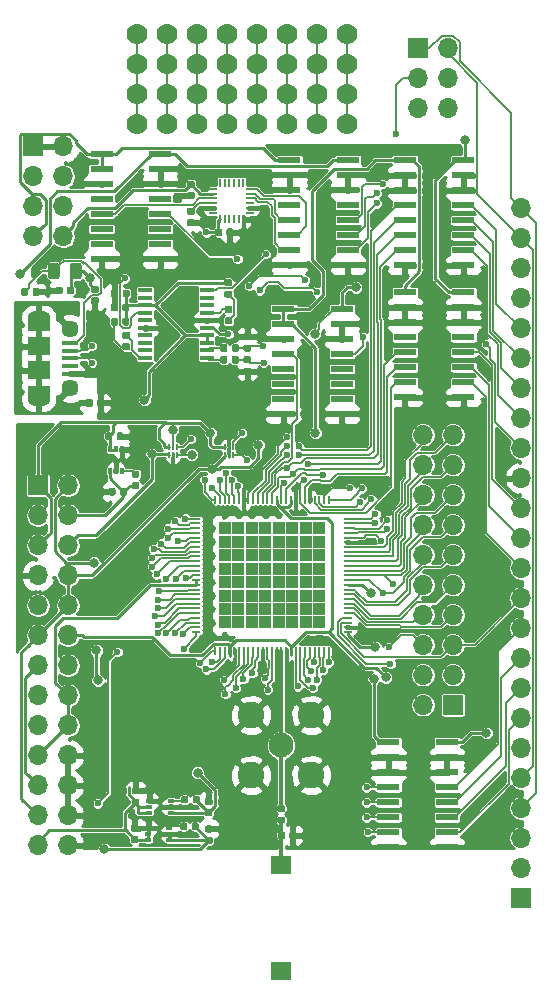
<source format=gbr>
%TF.GenerationSoftware,KiCad,Pcbnew,(5.0.2)-1*%
%TF.CreationDate,2021-04-28T15:39:28-07:00*%
%TF.ProjectId,Spock,53706f63-6b2e-46b6-9963-61645f706362,rev?*%
%TF.SameCoordinates,Original*%
%TF.FileFunction,Copper,L1,Top*%
%TF.FilePolarity,Positive*%
%FSLAX46Y46*%
G04 Gerber Fmt 4.6, Leading zero omitted, Abs format (unit mm)*
G04 Created by KiCad (PCBNEW (5.0.2)-1) date 4/28/2021 3:39:28 PM*
%MOMM*%
%LPD*%
G01*
G04 APERTURE LIST*
%TA.AperFunction,SMDPad,CuDef*%
%ADD10R,0.150000X0.500000*%
%TD*%
%TA.AperFunction,ComponentPad*%
%ADD11C,0.568750*%
%TD*%
%TA.AperFunction,SMDPad,CuDef*%
%ADD12R,1.137500X1.137500*%
%TD*%
%TA.AperFunction,SMDPad,CuDef*%
%ADD13O,0.800000X0.200000*%
%TD*%
%TA.AperFunction,SMDPad,CuDef*%
%ADD14O,0.200000X0.800000*%
%TD*%
%TA.AperFunction,ComponentPad*%
%ADD15O,1.700000X1.700000*%
%TD*%
%TA.AperFunction,ComponentPad*%
%ADD16R,1.700000X1.700000*%
%TD*%
%TA.AperFunction,Conductor*%
%ADD17C,0.100000*%
%TD*%
%TA.AperFunction,SMDPad,CuDef*%
%ADD18C,0.590000*%
%TD*%
%TA.AperFunction,ComponentPad*%
%ADD19O,1.900000X0.950000*%
%TD*%
%TA.AperFunction,SMDPad,CuDef*%
%ADD20R,1.900000X1.200000*%
%TD*%
%TA.AperFunction,SMDPad,CuDef*%
%ADD21R,1.900000X1.500000*%
%TD*%
%TA.AperFunction,SMDPad,CuDef*%
%ADD22R,1.350000X0.400000*%
%TD*%
%TA.AperFunction,ComponentPad*%
%ADD23C,1.450000*%
%TD*%
%TA.AperFunction,SMDPad,CuDef*%
%ADD24R,1.970000X0.600000*%
%TD*%
%TA.AperFunction,SMDPad,CuDef*%
%ADD25C,0.975000*%
%TD*%
%TA.AperFunction,ComponentPad*%
%ADD26C,1.778000*%
%TD*%
%TA.AperFunction,ComponentPad*%
%ADD27C,2.250000*%
%TD*%
%TA.AperFunction,ComponentPad*%
%ADD28C,2.100000*%
%TD*%
%TA.AperFunction,SMDPad,CuDef*%
%ADD29R,0.640000X0.220000*%
%TD*%
%TA.AperFunction,SMDPad,CuDef*%
%ADD30R,0.220000X0.640000*%
%TD*%
%TA.AperFunction,SMDPad,CuDef*%
%ADD31R,1.800000X1.500000*%
%TD*%
%TA.AperFunction,SMDPad,CuDef*%
%ADD32R,0.300000X0.500000*%
%TD*%
%TA.AperFunction,SMDPad,CuDef*%
%ADD33R,0.500000X0.300000*%
%TD*%
%TA.AperFunction,SMDPad,CuDef*%
%ADD34R,1.200000X0.400000*%
%TD*%
%TA.AperFunction,ViaPad*%
%ADD35C,0.600000*%
%TD*%
%TA.AperFunction,ViaPad*%
%ADD36C,0.800000*%
%TD*%
%TA.AperFunction,Conductor*%
%ADD37C,0.152400*%
%TD*%
%TA.AperFunction,Conductor*%
%ADD38C,0.254000*%
%TD*%
%TA.AperFunction,Conductor*%
%ADD39C,0.200000*%
%TD*%
%TA.AperFunction,Conductor*%
%ADD40C,0.342900*%
%TD*%
G04 APERTURE END LIST*
D10*
%TO.P,U3,6*%
%TO.N,+VIN*%
X207676000Y-94138000D03*
%TO.P,U3,5*%
%TO.N,GND*%
X208026000Y-94138000D03*
%TO.P,U3,4*%
%TO.N,/UART/RsRx33*%
X208376000Y-94138000D03*
%TO.P,U3,3*%
%TO.N,/RsRx*%
X208376000Y-94838000D03*
%TO.P,U3,2*%
%TO.N,GND*%
X208026000Y-94838000D03*
%TO.P,U3,1*%
%TO.N,+VBAT*%
X207676000Y-94838000D03*
%TD*%
D11*
%TO.P,U8,101*%
%TO.N,GND*%
X215678620Y-101013260D03*
X214541120Y-101013260D03*
X213403620Y-101013260D03*
X212266120Y-101013260D03*
X211128620Y-101013260D03*
X209991120Y-101013260D03*
X208853620Y-101013260D03*
X207716120Y-101013260D03*
X215678620Y-102150760D03*
X214541120Y-102150760D03*
X213403620Y-102150760D03*
X212266120Y-102150760D03*
X211128620Y-102150760D03*
X209991120Y-102150760D03*
X208853620Y-102150760D03*
X207716120Y-102150760D03*
X215678620Y-103288260D03*
X214541120Y-103288260D03*
X213403620Y-103288260D03*
X212266120Y-103288260D03*
X211128620Y-103288260D03*
X209991120Y-103288260D03*
X208853620Y-103288260D03*
X207716120Y-103288260D03*
X215678620Y-104425760D03*
X214541120Y-104425760D03*
X213403620Y-104425760D03*
X212266120Y-104425760D03*
X211128620Y-104425760D03*
X209991120Y-104425760D03*
X208853620Y-104425760D03*
X207716120Y-104425760D03*
X215678620Y-105563260D03*
X214541120Y-105563260D03*
X213403620Y-105563260D03*
X212266120Y-105563260D03*
X211128620Y-105563260D03*
X209991120Y-105563260D03*
X208853620Y-105563260D03*
X207716120Y-105563260D03*
X215678620Y-106700760D03*
X214541120Y-106700760D03*
X213403620Y-106700760D03*
X212266120Y-106700760D03*
X211128620Y-106700760D03*
X209991120Y-106700760D03*
X208853620Y-106700760D03*
X207716120Y-106700760D03*
X215678620Y-107838260D03*
X214541120Y-107838260D03*
X213403620Y-107838260D03*
X212266120Y-107838260D03*
X211128620Y-107838260D03*
X209991120Y-107838260D03*
X208853620Y-107838260D03*
X207716120Y-107838260D03*
X215678620Y-108975760D03*
X214541120Y-108975760D03*
X213403620Y-108975760D03*
X212266120Y-108975760D03*
X211128620Y-108975760D03*
X209991120Y-108975760D03*
X208853620Y-108975760D03*
X207716120Y-108975760D03*
D12*
X215678620Y-101013260D03*
X214541120Y-101013260D03*
X213403620Y-101013260D03*
X212266120Y-101013260D03*
X211128620Y-101013260D03*
X209991120Y-101013260D03*
X208853620Y-101013260D03*
X207716120Y-101013260D03*
X215678620Y-102150760D03*
X214541120Y-102150760D03*
X213403620Y-102150760D03*
X212266120Y-102150760D03*
X211128620Y-102150760D03*
X209991120Y-102150760D03*
X208853620Y-102150760D03*
X207716120Y-102150760D03*
X215678620Y-103288260D03*
X214541120Y-103288260D03*
X213403620Y-103288260D03*
X212266120Y-103288260D03*
X211128620Y-103288260D03*
X209991120Y-103288260D03*
X208853620Y-103288260D03*
X207716120Y-103288260D03*
X215678620Y-104425760D03*
X214541120Y-104425760D03*
X213403620Y-104425760D03*
X212266120Y-104425760D03*
X211128620Y-104425760D03*
X209991120Y-104425760D03*
X208853620Y-104425760D03*
X207716120Y-104425760D03*
X215678620Y-105563260D03*
X214541120Y-105563260D03*
X213403620Y-105563260D03*
X212266120Y-105563260D03*
X211128620Y-105563260D03*
X209991120Y-105563260D03*
X208853620Y-105563260D03*
X207716120Y-105563260D03*
X215678620Y-106700760D03*
X214541120Y-106700760D03*
X213403620Y-106700760D03*
X212266120Y-106700760D03*
X211128620Y-106700760D03*
X209991120Y-106700760D03*
X208853620Y-106700760D03*
X207716120Y-106700760D03*
X215678620Y-107838260D03*
X214541120Y-107838260D03*
X213403620Y-107838260D03*
X212266120Y-107838260D03*
X211128620Y-107838260D03*
X209991120Y-107838260D03*
X208853620Y-107838260D03*
X207716120Y-107838260D03*
X215678620Y-108975760D03*
X214541120Y-108975760D03*
X213403620Y-108975760D03*
X212266120Y-108975760D03*
X211128620Y-108975760D03*
X209991120Y-108975760D03*
X208853620Y-108975760D03*
X207716120Y-108975760D03*
D13*
%TO.P,U8,100*%
%TO.N,Net-(U8-Pad100)*%
X205297370Y-109794510D03*
%TO.P,U8,99*%
%TO.N,Net-(U8-Pad99)*%
X205297370Y-109394510D03*
%TO.P,U8,98*%
%TO.N,Net-(U8-Pad98)*%
X205297370Y-108994510D03*
%TO.P,U8,97*%
%TO.N,Net-(U8-Pad97)*%
X205297370Y-108594510D03*
%TO.P,U8,96*%
%TO.N,Net-(U8-Pad96)*%
X205297370Y-108194510D03*
%TO.P,U8,95*%
%TO.N,Net-(U8-Pad95)*%
X205297370Y-107794510D03*
%TO.P,U8,94*%
%TO.N,Net-(U8-Pad94)*%
X205297370Y-107394510D03*
%TO.P,U8,93*%
%TO.N,Net-(U8-Pad93)*%
X205297370Y-106994510D03*
%TO.P,U8,92*%
%TO.N,Net-(U8-Pad92)*%
X205297370Y-106594510D03*
%TO.P,U8,91*%
%TO.N,Net-(U8-Pad91)*%
X205297370Y-106194510D03*
%TO.P,U8,90*%
%TO.N,+VDDD*%
X205297370Y-105794510D03*
%TO.P,U8,89*%
X205297370Y-105394510D03*
%TO.P,U8,88*%
%TO.N,Net-(U8-Pad88)*%
X205297370Y-104994510D03*
%TO.P,U8,87*%
%TO.N,Net-(U8-Pad87)*%
X205297370Y-104594510D03*
%TO.P,U8,86*%
%TO.N,Net-(U8-Pad86)*%
X205297370Y-104194510D03*
%TO.P,U8,85*%
%TO.N,Net-(U8-Pad85)*%
X205297370Y-103794510D03*
%TO.P,U8,84*%
%TO.N,Net-(U8-Pad84)*%
X205297370Y-103394510D03*
%TO.P,U8,83*%
%TO.N,Net-(U8-Pad83)*%
X205297370Y-102994510D03*
%TO.P,U8,82*%
%TO.N,Net-(U8-Pad82)*%
X205297370Y-102594510D03*
%TO.P,U8,81*%
%TO.N,Net-(U8-Pad81)*%
X205297370Y-102194510D03*
%TO.P,U8,80*%
%TO.N,Net-(U8-Pad80)*%
X205297370Y-101794510D03*
%TO.P,U8,79*%
%TO.N,Net-(U8-Pad79)*%
X205297370Y-101394510D03*
%TO.P,U8,78*%
%TO.N,Net-(U8-Pad78)*%
X205297370Y-100994510D03*
%TO.P,U8,77*%
%TO.N,Net-(U8-Pad77)*%
X205297370Y-100594510D03*
%TO.P,U8,76*%
%TO.N,Net-(U8-Pad76)*%
X205297370Y-100194510D03*
D14*
%TO.P,U8,75*%
%TO.N,Net-(U8-Pad75)*%
X206897370Y-98594510D03*
%TO.P,U8,74*%
%TO.N,Net-(U8-Pad74)*%
X207297370Y-98594510D03*
%TO.P,U8,73*%
%TO.N,Net-(U8-Pad73)*%
X207697370Y-98594510D03*
%TO.P,U8,72*%
%TO.N,Net-(U8-Pad72)*%
X208097370Y-98594510D03*
%TO.P,U8,71*%
%TO.N,Net-(U8-Pad71)*%
X208497370Y-98594510D03*
%TO.P,U8,70*%
%TO.N,Net-(U8-Pad70)*%
X208897370Y-98594510D03*
%TO.P,U8,69*%
%TO.N,GND*%
X209297370Y-98594510D03*
%TO.P,U8,68*%
%TO.N,/aSCSEL*%
X209697370Y-98594510D03*
%TO.P,U8,67*%
%TO.N,/aSCANIN*%
X210097370Y-98594510D03*
%TO.P,U8,66*%
%TO.N,/aLOAD*%
X210497370Y-98594510D03*
%TO.P,U8,65*%
%TO.N,/aSCANOUT*%
X210897370Y-98594510D03*
%TO.P,U8,64*%
%TO.N,/aPHI*%
X211297370Y-98594510D03*
%TO.P,U8,63*%
%TO.N,/aPHIb*%
X211697370Y-98594510D03*
%TO.P,U8,62*%
%TO.N,+VBATSCuM*%
X212097370Y-98594510D03*
%TO.P,U8,61*%
%TO.N,/Boot_Source_Sel*%
X212497370Y-98594510D03*
%TO.P,U8,60*%
%TO.N,/hReset*%
X212897370Y-98594510D03*
%TO.P,U8,59*%
%TO.N,+VBATSCuM*%
X213297370Y-98594510D03*
%TO.P,U8,58*%
%TO.N,GND*%
X213697370Y-98594510D03*
%TO.P,U8,57*%
%TO.N,/GPO_ZERO*%
X214097370Y-98594510D03*
%TO.P,U8,56*%
%TO.N,/Clock*%
X214497370Y-98594510D03*
%TO.P,U8,55*%
%TO.N,GND*%
X214897370Y-98594510D03*
%TO.P,U8,54*%
%TO.N,/ADC_IN*%
X215297370Y-98594510D03*
%TO.P,U8,53*%
%TO.N,/ADC_LDO_OUT*%
X215697370Y-98594510D03*
%TO.P,U8,52*%
%TO.N,Net-(U8-Pad52)*%
X216097370Y-98594510D03*
%TO.P,U8,51*%
%TO.N,Net-(U8-Pad51)*%
X216497370Y-98594510D03*
D13*
%TO.P,U8,50*%
%TO.N,/3WB_DATA*%
X218097370Y-100194510D03*
%TO.P,U8,49*%
%TO.N,/3WB_ENB*%
X218097370Y-100594510D03*
%TO.P,U8,48*%
%TO.N,/3WB_CLK*%
X218097370Y-100994510D03*
%TO.P,U8,47*%
%TO.N,/RsRx*%
X218097370Y-101394510D03*
%TO.P,U8,46*%
%TO.N,/RsTx*%
X218097370Y-101794510D03*
%TO.P,U8,45*%
%TO.N,GND*%
X218097370Y-102194510D03*
%TO.P,U8,44*%
%TO.N,/GPIO15*%
X218097370Y-102594510D03*
%TO.P,U8,43*%
%TO.N,/GPIO14*%
X218097370Y-102994510D03*
%TO.P,U8,42*%
%TO.N,/GPIO13*%
X218097370Y-103394510D03*
%TO.P,U8,41*%
%TO.N,/GPIO12*%
X218097370Y-103794510D03*
%TO.P,U8,40*%
%TO.N,/GPIO11*%
X218097370Y-104194510D03*
%TO.P,U8,39*%
%TO.N,/GPIO10*%
X218097370Y-104594510D03*
%TO.P,U8,38*%
%TO.N,/GPIO9*%
X218097370Y-104994510D03*
%TO.P,U8,37*%
%TO.N,/GPIO8*%
X218097370Y-105394510D03*
%TO.P,U8,36*%
%TO.N,+VDDIOSCuM*%
X218097370Y-105794510D03*
%TO.P,U8,35*%
%TO.N,/GPIO7*%
X218097370Y-106194510D03*
%TO.P,U8,34*%
%TO.N,/GPIO6*%
X218097370Y-106594510D03*
%TO.P,U8,33*%
%TO.N,/GPIO5*%
X218097370Y-106994510D03*
%TO.P,U8,32*%
%TO.N,/GPIO4*%
X218097370Y-107394510D03*
%TO.P,U8,31*%
%TO.N,/GPIO3*%
X218097370Y-107794510D03*
%TO.P,U8,30*%
%TO.N,/GPIO2*%
X218097370Y-108194510D03*
%TO.P,U8,29*%
%TO.N,/GPIO1*%
X218097370Y-108594510D03*
%TO.P,U8,28*%
%TO.N,/GPIO0*%
X218097370Y-108994510D03*
%TO.P,U8,27*%
%TO.N,GND*%
X218097370Y-109394510D03*
%TO.P,U8,26*%
%TO.N,+VBATSCuM*%
X218097370Y-109794510D03*
D14*
%TO.P,U8,25*%
%TO.N,Net-(U8-Pad25)*%
X216497370Y-111394510D03*
%TO.P,U8,24*%
%TO.N,Net-(U8-Pad24)*%
X216097370Y-111394510D03*
%TO.P,U8,23*%
%TO.N,Net-(U8-Pad23)*%
X215697370Y-111394510D03*
%TO.P,U8,22*%
%TO.N,Net-(U8-Pad22)*%
X215297370Y-111394510D03*
%TO.P,U8,21*%
%TO.N,Net-(U8-Pad21)*%
X214897370Y-111394510D03*
%TO.P,U8,20*%
%TO.N,Net-(U8-Pad20)*%
X214497370Y-111394510D03*
%TO.P,U8,19*%
%TO.N,Net-(U8-Pad19)*%
X214097370Y-111394510D03*
%TO.P,U8,18*%
%TO.N,Net-(U8-Pad18)*%
X213697370Y-111394510D03*
%TO.P,U8,17*%
%TO.N,+VBATSCuM*%
X213297370Y-111394510D03*
%TO.P,U8,16*%
%TO.N,GND*%
X212897370Y-111394510D03*
%TO.P,U8,15*%
%TO.N,/RF_IN*%
X212497370Y-111394510D03*
%TO.P,U8,14*%
%TO.N,GND*%
X212097370Y-111394510D03*
%TO.P,U8,13*%
%TO.N,Net-(U8-Pad13)*%
X211697370Y-111394510D03*
%TO.P,U8,12*%
%TO.N,Net-(U8-Pad12)*%
X211297370Y-111394510D03*
%TO.P,U8,11*%
%TO.N,GND*%
X210897370Y-111394510D03*
%TO.P,U8,10*%
%TO.N,Net-(U8-Pad10)*%
X210497370Y-111394510D03*
%TO.P,U8,9*%
%TO.N,Net-(U8-Pad9)*%
X210097370Y-111394510D03*
%TO.P,U8,8*%
%TO.N,Net-(U8-Pad8)*%
X209697370Y-111394510D03*
%TO.P,U8,7*%
%TO.N,Net-(U8-Pad7)*%
X209297370Y-111394510D03*
%TO.P,U8,6*%
%TO.N,Net-(U8-Pad6)*%
X208897370Y-111394510D03*
%TO.P,U8,5*%
%TO.N,GND*%
X208497370Y-111394510D03*
%TO.P,U8,4*%
%TO.N,+VBATSCuM*%
X208097370Y-111394510D03*
%TO.P,U8,3*%
%TO.N,Net-(U8-Pad3)*%
X207697370Y-111394510D03*
%TO.P,U8,2*%
%TO.N,Net-(U8-Pad2)*%
X207297370Y-111394510D03*
%TO.P,U8,1*%
%TO.N,Net-(U8-Pad1)*%
X206897370Y-111394510D03*
%TD*%
D15*
%TO.P,J3,20*%
%TO.N,/GPIO15*%
X224459800Y-93091000D03*
%TO.P,J3,19*%
%TO.N,/GPIO14*%
X226999800Y-93091000D03*
%TO.P,J3,18*%
%TO.N,/GPIO13*%
X224459800Y-95631000D03*
%TO.P,J3,17*%
%TO.N,/GPIO12*%
X226999800Y-95631000D03*
%TO.P,J3,16*%
%TO.N,/GPIO11*%
X224459800Y-98171000D03*
%TO.P,J3,15*%
%TO.N,/GPIO10*%
X226999800Y-98171000D03*
%TO.P,J3,14*%
%TO.N,/GPIO9*%
X224459800Y-100711000D03*
%TO.P,J3,13*%
%TO.N,/GPIO8*%
X226999800Y-100711000D03*
%TO.P,J3,12*%
%TO.N,/GPIO7*%
X224459800Y-103251000D03*
%TO.P,J3,11*%
%TO.N,/GPIO6*%
X226999800Y-103251000D03*
%TO.P,J3,10*%
%TO.N,/GPIO5*%
X224459800Y-105791000D03*
%TO.P,J3,9*%
%TO.N,/GPIO4*%
X226999800Y-105791000D03*
%TO.P,J3,8*%
%TO.N,/GPIO3*%
X224459800Y-108331000D03*
%TO.P,J3,7*%
%TO.N,/GPIO2*%
X226999800Y-108331000D03*
%TO.P,J3,6*%
%TO.N,/GPIO1*%
X224459800Y-110871000D03*
%TO.P,J3,5*%
%TO.N,/GPIO0*%
X226999800Y-110871000D03*
%TO.P,J3,4*%
%TO.N,/GPIO1*%
X224459800Y-113411000D03*
%TO.P,J3,3*%
%TO.N,/GPIO9*%
X226999800Y-113411000D03*
%TO.P,J3,2*%
%TO.N,/GPIO1*%
X224459800Y-115951000D03*
D16*
%TO.P,J3,1*%
%TO.N,/GPIO8*%
X226999800Y-115951000D03*
%TD*%
D17*
%TO.N,GND*%
%TO.C,C13*%
G36*
X197344558Y-90079310D02*
X197358876Y-90081434D01*
X197372917Y-90084951D01*
X197386546Y-90089828D01*
X197399631Y-90096017D01*
X197412047Y-90103458D01*
X197423673Y-90112081D01*
X197434398Y-90121802D01*
X197444119Y-90132527D01*
X197452742Y-90144153D01*
X197460183Y-90156569D01*
X197466372Y-90169654D01*
X197471249Y-90183283D01*
X197474766Y-90197324D01*
X197476890Y-90211642D01*
X197477600Y-90226100D01*
X197477600Y-90571100D01*
X197476890Y-90585558D01*
X197474766Y-90599876D01*
X197471249Y-90613917D01*
X197466372Y-90627546D01*
X197460183Y-90640631D01*
X197452742Y-90653047D01*
X197444119Y-90664673D01*
X197434398Y-90675398D01*
X197423673Y-90685119D01*
X197412047Y-90693742D01*
X197399631Y-90701183D01*
X197386546Y-90707372D01*
X197372917Y-90712249D01*
X197358876Y-90715766D01*
X197344558Y-90717890D01*
X197330100Y-90718600D01*
X197035100Y-90718600D01*
X197020642Y-90717890D01*
X197006324Y-90715766D01*
X196992283Y-90712249D01*
X196978654Y-90707372D01*
X196965569Y-90701183D01*
X196953153Y-90693742D01*
X196941527Y-90685119D01*
X196930802Y-90675398D01*
X196921081Y-90664673D01*
X196912458Y-90653047D01*
X196905017Y-90640631D01*
X196898828Y-90627546D01*
X196893951Y-90613917D01*
X196890434Y-90599876D01*
X196888310Y-90585558D01*
X196887600Y-90571100D01*
X196887600Y-90226100D01*
X196888310Y-90211642D01*
X196890434Y-90197324D01*
X196893951Y-90183283D01*
X196898828Y-90169654D01*
X196905017Y-90156569D01*
X196912458Y-90144153D01*
X196921081Y-90132527D01*
X196930802Y-90121802D01*
X196941527Y-90112081D01*
X196953153Y-90103458D01*
X196965569Y-90096017D01*
X196978654Y-90089828D01*
X196992283Y-90084951D01*
X197006324Y-90081434D01*
X197020642Y-90079310D01*
X197035100Y-90078600D01*
X197330100Y-90078600D01*
X197344558Y-90079310D01*
X197344558Y-90079310D01*
G37*
D18*
%TD*%
%TO.P,C13,2*%
%TO.N,GND*%
X197182600Y-90398600D03*
D17*
%TO.N,Net-(C13-Pad1)*%
%TO.C,C13*%
G36*
X196374558Y-90079310D02*
X196388876Y-90081434D01*
X196402917Y-90084951D01*
X196416546Y-90089828D01*
X196429631Y-90096017D01*
X196442047Y-90103458D01*
X196453673Y-90112081D01*
X196464398Y-90121802D01*
X196474119Y-90132527D01*
X196482742Y-90144153D01*
X196490183Y-90156569D01*
X196496372Y-90169654D01*
X196501249Y-90183283D01*
X196504766Y-90197324D01*
X196506890Y-90211642D01*
X196507600Y-90226100D01*
X196507600Y-90571100D01*
X196506890Y-90585558D01*
X196504766Y-90599876D01*
X196501249Y-90613917D01*
X196496372Y-90627546D01*
X196490183Y-90640631D01*
X196482742Y-90653047D01*
X196474119Y-90664673D01*
X196464398Y-90675398D01*
X196453673Y-90685119D01*
X196442047Y-90693742D01*
X196429631Y-90701183D01*
X196416546Y-90707372D01*
X196402917Y-90712249D01*
X196388876Y-90715766D01*
X196374558Y-90717890D01*
X196360100Y-90718600D01*
X196065100Y-90718600D01*
X196050642Y-90717890D01*
X196036324Y-90715766D01*
X196022283Y-90712249D01*
X196008654Y-90707372D01*
X195995569Y-90701183D01*
X195983153Y-90693742D01*
X195971527Y-90685119D01*
X195960802Y-90675398D01*
X195951081Y-90664673D01*
X195942458Y-90653047D01*
X195935017Y-90640631D01*
X195928828Y-90627546D01*
X195923951Y-90613917D01*
X195920434Y-90599876D01*
X195918310Y-90585558D01*
X195917600Y-90571100D01*
X195917600Y-90226100D01*
X195918310Y-90211642D01*
X195920434Y-90197324D01*
X195923951Y-90183283D01*
X195928828Y-90169654D01*
X195935017Y-90156569D01*
X195942458Y-90144153D01*
X195951081Y-90132527D01*
X195960802Y-90121802D01*
X195971527Y-90112081D01*
X195983153Y-90103458D01*
X195995569Y-90096017D01*
X196008654Y-90089828D01*
X196022283Y-90084951D01*
X196036324Y-90081434D01*
X196050642Y-90079310D01*
X196065100Y-90078600D01*
X196360100Y-90078600D01*
X196374558Y-90079310D01*
X196374558Y-90079310D01*
G37*
D18*
%TD*%
%TO.P,C13,1*%
%TO.N,Net-(C13-Pad1)*%
X196212600Y-90398600D03*
D15*
%TO.P,J2,8*%
%TO.N,+V18IO_IMU*%
X194030600Y-76301600D03*
%TO.P,J2,7*%
%TO.N,+V18IO*%
X191490600Y-76301600D03*
%TO.P,J2,6*%
%TO.N,+VIN_IMU*%
X194030600Y-73761600D03*
%TO.P,J2,5*%
%TO.N,+VIN*%
X191490600Y-73761600D03*
%TO.P,J2,4*%
%TO.N,/ADC_LDO_OUT*%
X194030600Y-71221600D03*
%TO.P,J2,3*%
%TO.N,/ADC_IN*%
X191490600Y-71221600D03*
%TO.P,J2,2*%
%TO.N,GND*%
X194030600Y-68681600D03*
D16*
%TO.P,J2,1*%
X191490600Y-68681600D03*
%TD*%
D15*
%TO.P,J4,26*%
%TO.N,GND*%
X194411600Y-127863600D03*
%TO.P,J4,25*%
%TO.N,+VIN*%
X191871600Y-127863600D03*
%TO.P,J4,24*%
%TO.N,GND*%
X194411600Y-125323600D03*
%TO.P,J4,23*%
%TO.N,+VBAT*%
X191871600Y-125323600D03*
%TO.P,J4,22*%
%TO.N,GND*%
X194411600Y-122783600D03*
%TO.P,J4,21*%
%TO.N,+VDDIO*%
X191871600Y-122783600D03*
%TO.P,J4,20*%
%TO.N,GND*%
X194411600Y-120243600D03*
%TO.P,J4,19*%
%TO.N,+VDDD*%
X191871600Y-120243600D03*
%TO.P,J4,18*%
X194411600Y-117703600D03*
%TO.P,J4,17*%
%TO.N,/Boot_Source_Sel*%
X191871600Y-117703600D03*
%TO.P,J4,16*%
%TO.N,+VDDD*%
X194411600Y-115163600D03*
%TO.P,J4,15*%
%TO.N,+1VIN*%
X191871600Y-115163600D03*
%TO.P,J4,14*%
%TO.N,+VDDIOSCuM*%
X194411600Y-112623600D03*
%TO.P,J4,13*%
%TO.N,+VDDIO*%
X191871600Y-112623600D03*
%TO.P,J4,12*%
%TO.N,+VBATSCuM*%
X194411600Y-110083600D03*
%TO.P,J4,11*%
%TO.N,+VBAT*%
X191871600Y-110083600D03*
%TO.P,J4,10*%
X194411600Y-107543600D03*
%TO.P,J4,9*%
%TO.N,+15VIN*%
X191871600Y-107543600D03*
%TO.P,J4,8*%
%TO.N,+VBAT*%
X194411600Y-105003600D03*
%TO.P,J4,7*%
%TO.N,GND*%
X191871600Y-105003600D03*
%TO.P,J4,6*%
%TO.N,+VDDIO*%
X194411600Y-102463600D03*
%TO.P,J4,5*%
%TO.N,+VIN*%
X191871600Y-102463600D03*
%TO.P,J4,4*%
%TO.N,+V18IO*%
X194411600Y-99923600D03*
%TO.P,J4,3*%
%TO.N,+USB33*%
X191871600Y-99923600D03*
%TO.P,J4,2*%
%TO.N,+TEENSY33*%
X194411600Y-97383600D03*
D16*
%TO.P,J4,1*%
%TO.N,+VIN*%
X191871600Y-97383600D03*
%TD*%
D15*
%TO.P,J6,24*%
%TO.N,/Tx33*%
X232791000Y-73914000D03*
%TO.P,J6,23*%
%TO.N,/Rx33*%
X232791000Y-76454000D03*
%TO.P,J6,22*%
%TO.N,/Teensy Connections/aSCSEL33*%
X232791000Y-78994000D03*
%TO.P,J6,21*%
%TO.N,/Teensy Connections/aSCANOUT33*%
X232791000Y-81534000D03*
%TO.P,J6,20*%
%TO.N,/Teensy Connections/aSCANIN33*%
X232791000Y-84074000D03*
%TO.P,J6,19*%
%TO.N,/Teensy Connections/aLOAD33*%
X232791000Y-86614000D03*
%TO.P,J6,18*%
%TO.N,/Teensy Connections/aPHI33*%
X232791000Y-89154000D03*
%TO.P,J6,17*%
%TO.N,/Teensy Connections/aSCSEL33*%
X232791000Y-91694000D03*
%TO.P,J6,16*%
%TO.N,/Teensy Connections/aSCANOUT33*%
X232791000Y-94234000D03*
%TO.P,J6,15*%
%TO.N,GND*%
X232791000Y-96774000D03*
%TO.P,J6,14*%
%TO.N,/Teensy Connections/aPHIb33*%
X232791000Y-99314000D03*
%TO.P,J6,13*%
%TO.N,/Teensy Connections/Clock33*%
X232791000Y-101854000D03*
%TO.P,J6,12*%
%TO.N,/Teensy Connections/GPO_ZERO33*%
X232791000Y-104394000D03*
%TO.P,J6,11*%
%TO.N,/GPIO0*%
X232791000Y-106934000D03*
%TO.P,J6,10*%
%TO.N,/Teensy Connections/3WB_DATA33*%
X232791000Y-109474000D03*
%TO.P,J6,9*%
%TO.N,/Teensy Connections/3WB_ENB33*%
X232791000Y-112014000D03*
%TO.P,J6,8*%
%TO.N,/Teensy Connections/3WB_CLK33*%
X232791000Y-114554000D03*
%TO.P,J6,7*%
%TO.N,/Teensy Connections/hReset33*%
X232791000Y-117094000D03*
%TO.P,J6,6*%
%TO.N,GND*%
X232791000Y-119634000D03*
%TO.P,J6,5*%
%TO.N,/Rx33*%
X232791000Y-122174000D03*
%TO.P,J6,4*%
%TO.N,/Tx33*%
X232791000Y-124714000D03*
%TO.P,J6,3*%
%TO.N,+TEENSY33*%
X232791000Y-127254000D03*
%TO.P,J6,2*%
%TO.N,Net-(J6-Pad2)*%
X232791000Y-129794000D03*
D16*
%TO.P,J6,1*%
%TO.N,Net-(J6-Pad1)*%
X232791000Y-132334000D03*
%TD*%
D19*
%TO.P,J5,SH8*%
%TO.N,Net-(C13-Pad1)*%
X191928000Y-90114000D03*
%TO.P,J5,SH3*%
X191928000Y-83114000D03*
D20*
%TO.P,J5,SH7*%
X191928000Y-89514000D03*
%TO.P,J5,SH4*%
X191928000Y-83714000D03*
D21*
%TO.P,J5,SH6*%
X191928000Y-87614000D03*
%TO.P,J5,SH5*%
X191928000Y-85614000D03*
D22*
%TO.P,J5,5*%
%TO.N,GND*%
X194628000Y-87914000D03*
%TO.P,J5,4*%
%TO.N,Net-(J5-Pad4)*%
X194628000Y-87264000D03*
%TO.P,J5,3*%
%TO.N,/UART/D_P*%
X194628000Y-86614000D03*
%TO.P,J5,2*%
%TO.N,/UART/D_N*%
X194628000Y-85964000D03*
%TO.P,J5,1*%
%TO.N,Net-(C2-Pad1)*%
X194628000Y-85314000D03*
D23*
%TO.P,J5,SH2*%
%TO.N,Net-(C13-Pad1)*%
X194628000Y-89114000D03*
%TO.P,J5,SH1*%
X194628000Y-84114000D03*
%TD*%
D24*
%TO.P,U14,16*%
%TO.N,+VDDIO*%
X218121000Y-69824600D03*
%TO.P,U14,15*%
%TO.N,GND*%
X218121000Y-71094600D03*
%TO.P,U14,14*%
X218121000Y-72364600D03*
%TO.P,U14,13*%
%TO.N,Net-(U14-Pad13)*%
X218121000Y-73634600D03*
%TO.P,U14,12*%
%TO.N,/GPIO14*%
X218121000Y-74904600D03*
%TO.P,U14,11*%
%TO.N,/GPIO12*%
X218121000Y-76174600D03*
%TO.P,U14,10*%
%TO.N,/GPIO15*%
X218121000Y-77444600D03*
%TO.P,U14,9*%
%TO.N,GND*%
X218121000Y-78714600D03*
%TO.P,U14,8*%
X213171000Y-78714600D03*
%TO.P,U14,7*%
%TO.N,/GPIO15_IMU*%
X213171000Y-77444600D03*
%TO.P,U14,6*%
%TO.N,/GPIO12_IMU*%
X213171000Y-76174600D03*
%TO.P,U14,5*%
%TO.N,/GPIO14_IMU*%
X213171000Y-74904600D03*
%TO.P,U14,4*%
%TO.N,Net-(U14-Pad4)*%
X213171000Y-73634600D03*
%TO.P,U14,3*%
%TO.N,GND*%
X213171000Y-72364600D03*
%TO.P,U14,2*%
X213171000Y-71094600D03*
%TO.P,U14,1*%
%TO.N,+V18IO*%
X213171000Y-69824600D03*
%TD*%
%TO.P,U15,16*%
%TO.N,+VDDIO*%
X202220600Y-69316600D03*
%TO.P,U15,15*%
%TO.N,GND*%
X202220600Y-70586600D03*
%TO.P,U15,14*%
X202220600Y-71856600D03*
%TO.P,U15,13*%
%TO.N,Net-(U15-Pad13)*%
X202220600Y-73126600D03*
%TO.P,U15,12*%
%TO.N,/GPIO13*%
X202220600Y-74396600D03*
%TO.P,U15,11*%
%TO.N,Net-(U15-Pad11)*%
X202220600Y-75666600D03*
%TO.P,U15,10*%
%TO.N,Net-(U15-Pad10)*%
X202220600Y-76936600D03*
%TO.P,U15,9*%
%TO.N,GND*%
X202220600Y-78206600D03*
%TO.P,U15,8*%
X197270600Y-78206600D03*
%TO.P,U15,7*%
%TO.N,Net-(U15-Pad7)*%
X197270600Y-76936600D03*
%TO.P,U15,6*%
%TO.N,Net-(U15-Pad6)*%
X197270600Y-75666600D03*
%TO.P,U15,5*%
%TO.N,/GPIO13_IMU*%
X197270600Y-74396600D03*
%TO.P,U15,4*%
%TO.N,Net-(U15-Pad4)*%
X197270600Y-73126600D03*
%TO.P,U15,3*%
%TO.N,GND*%
X197270600Y-71856600D03*
%TO.P,U15,2*%
%TO.N,+V18IO*%
X197270600Y-70586600D03*
%TO.P,U15,1*%
X197270600Y-69316600D03*
%TD*%
D17*
%TO.N,+VUSB*%
%TO.C,L1*%
G36*
X195362742Y-78523774D02*
X195386403Y-78527284D01*
X195409607Y-78533096D01*
X195432129Y-78541154D01*
X195453753Y-78551382D01*
X195474270Y-78563679D01*
X195493483Y-78577929D01*
X195511207Y-78593993D01*
X195527271Y-78611717D01*
X195541521Y-78630930D01*
X195553818Y-78651447D01*
X195564046Y-78673071D01*
X195572104Y-78695593D01*
X195577916Y-78718797D01*
X195581426Y-78742458D01*
X195582600Y-78766350D01*
X195582600Y-79678850D01*
X195581426Y-79702742D01*
X195577916Y-79726403D01*
X195572104Y-79749607D01*
X195564046Y-79772129D01*
X195553818Y-79793753D01*
X195541521Y-79814270D01*
X195527271Y-79833483D01*
X195511207Y-79851207D01*
X195493483Y-79867271D01*
X195474270Y-79881521D01*
X195453753Y-79893818D01*
X195432129Y-79904046D01*
X195409607Y-79912104D01*
X195386403Y-79917916D01*
X195362742Y-79921426D01*
X195338850Y-79922600D01*
X194851350Y-79922600D01*
X194827458Y-79921426D01*
X194803797Y-79917916D01*
X194780593Y-79912104D01*
X194758071Y-79904046D01*
X194736447Y-79893818D01*
X194715930Y-79881521D01*
X194696717Y-79867271D01*
X194678993Y-79851207D01*
X194662929Y-79833483D01*
X194648679Y-79814270D01*
X194636382Y-79793753D01*
X194626154Y-79772129D01*
X194618096Y-79749607D01*
X194612284Y-79726403D01*
X194608774Y-79702742D01*
X194607600Y-79678850D01*
X194607600Y-78766350D01*
X194608774Y-78742458D01*
X194612284Y-78718797D01*
X194618096Y-78695593D01*
X194626154Y-78673071D01*
X194636382Y-78651447D01*
X194648679Y-78630930D01*
X194662929Y-78611717D01*
X194678993Y-78593993D01*
X194696717Y-78577929D01*
X194715930Y-78563679D01*
X194736447Y-78551382D01*
X194758071Y-78541154D01*
X194780593Y-78533096D01*
X194803797Y-78527284D01*
X194827458Y-78523774D01*
X194851350Y-78522600D01*
X195338850Y-78522600D01*
X195362742Y-78523774D01*
X195362742Y-78523774D01*
G37*
D25*
%TD*%
%TO.P,L1,2*%
%TO.N,+VUSB*%
X195095100Y-79222600D03*
D17*
%TO.N,Net-(C2-Pad1)*%
%TO.C,L1*%
G36*
X193487742Y-78523774D02*
X193511403Y-78527284D01*
X193534607Y-78533096D01*
X193557129Y-78541154D01*
X193578753Y-78551382D01*
X193599270Y-78563679D01*
X193618483Y-78577929D01*
X193636207Y-78593993D01*
X193652271Y-78611717D01*
X193666521Y-78630930D01*
X193678818Y-78651447D01*
X193689046Y-78673071D01*
X193697104Y-78695593D01*
X193702916Y-78718797D01*
X193706426Y-78742458D01*
X193707600Y-78766350D01*
X193707600Y-79678850D01*
X193706426Y-79702742D01*
X193702916Y-79726403D01*
X193697104Y-79749607D01*
X193689046Y-79772129D01*
X193678818Y-79793753D01*
X193666521Y-79814270D01*
X193652271Y-79833483D01*
X193636207Y-79851207D01*
X193618483Y-79867271D01*
X193599270Y-79881521D01*
X193578753Y-79893818D01*
X193557129Y-79904046D01*
X193534607Y-79912104D01*
X193511403Y-79917916D01*
X193487742Y-79921426D01*
X193463850Y-79922600D01*
X192976350Y-79922600D01*
X192952458Y-79921426D01*
X192928797Y-79917916D01*
X192905593Y-79912104D01*
X192883071Y-79904046D01*
X192861447Y-79893818D01*
X192840930Y-79881521D01*
X192821717Y-79867271D01*
X192803993Y-79851207D01*
X192787929Y-79833483D01*
X192773679Y-79814270D01*
X192761382Y-79793753D01*
X192751154Y-79772129D01*
X192743096Y-79749607D01*
X192737284Y-79726403D01*
X192733774Y-79702742D01*
X192732600Y-79678850D01*
X192732600Y-78766350D01*
X192733774Y-78742458D01*
X192737284Y-78718797D01*
X192743096Y-78695593D01*
X192751154Y-78673071D01*
X192761382Y-78651447D01*
X192773679Y-78630930D01*
X192787929Y-78611717D01*
X192803993Y-78593993D01*
X192821717Y-78577929D01*
X192840930Y-78563679D01*
X192861447Y-78551382D01*
X192883071Y-78541154D01*
X192905593Y-78533096D01*
X192928797Y-78527284D01*
X192952458Y-78523774D01*
X192976350Y-78522600D01*
X193463850Y-78522600D01*
X193487742Y-78523774D01*
X193487742Y-78523774D01*
G37*
D25*
%TD*%
%TO.P,L1,1*%
%TO.N,Net-(C2-Pad1)*%
X193220100Y-79222600D03*
D24*
%TO.P,U13,16*%
%TO.N,+VIN*%
X217613000Y-82423000D03*
%TO.P,U13,15*%
%TO.N,GND*%
X217613000Y-83693000D03*
%TO.P,U13,14*%
X217613000Y-84963000D03*
%TO.P,U13,13*%
%TO.N,/Teensy Connections/aSCANOUT33*%
X217613000Y-86233000D03*
%TO.P,U13,12*%
%TO.N,Net-(U13-Pad12)*%
X217613000Y-87503000D03*
%TO.P,U13,11*%
%TO.N,Net-(U13-Pad11)*%
X217613000Y-88773000D03*
%TO.P,U13,10*%
%TO.N,Net-(U13-Pad10)*%
X217613000Y-90043000D03*
%TO.P,U13,9*%
%TO.N,GND*%
X217613000Y-91313000D03*
%TO.P,U13,8*%
X212663000Y-91313000D03*
%TO.P,U13,7*%
%TO.N,Net-(U13-Pad7)*%
X212663000Y-90043000D03*
%TO.P,U13,6*%
%TO.N,Net-(U13-Pad6)*%
X212663000Y-88773000D03*
%TO.P,U13,5*%
%TO.N,Net-(U13-Pad5)*%
X212663000Y-87503000D03*
%TO.P,U13,4*%
%TO.N,/aSCANOUT*%
X212663000Y-86233000D03*
%TO.P,U13,3*%
%TO.N,GND*%
X212663000Y-84963000D03*
%TO.P,U13,2*%
%TO.N,+VBAT*%
X212663000Y-83693000D03*
%TO.P,U13,1*%
X212663000Y-82423000D03*
%TD*%
D26*
%TO.P,U1,48*%
%TO.N,Net-(U1-Pad18)*%
X218059000Y-59182000D03*
%TO.P,U1,38*%
X218059000Y-61722000D03*
%TO.P,U1,28*%
X218059000Y-64262000D03*
%TO.P,U1,18*%
X218059000Y-66802000D03*
%TO.P,U1,47*%
%TO.N,Net-(U1-Pad17)*%
X215519000Y-59182000D03*
%TO.P,U1,37*%
X215519000Y-61722000D03*
%TO.P,U1,27*%
X215519000Y-64262000D03*
%TO.P,U1,17*%
X215519000Y-66802000D03*
%TO.P,U1,46*%
%TO.N,Net-(U1-Pad16)*%
X212979000Y-59182000D03*
%TO.P,U1,36*%
X212979000Y-61722000D03*
%TO.P,U1,26*%
X212979000Y-64262000D03*
%TO.P,U1,16*%
X212979000Y-66802000D03*
%TO.P,U1,45*%
%TO.N,Net-(U1-Pad15)*%
X210439000Y-59182000D03*
%TO.P,U1,35*%
X210439000Y-61722000D03*
%TO.P,U1,25*%
X210439000Y-64262000D03*
%TO.P,U1,15*%
X210439000Y-66802000D03*
%TO.P,U1,44*%
%TO.N,Net-(U1-Pad14)*%
X207899000Y-59182000D03*
%TO.P,U1,34*%
X207899000Y-61722000D03*
%TO.P,U1,24*%
X207899000Y-64262000D03*
%TO.P,U1,14*%
X207899000Y-66802000D03*
%TO.P,U1,43*%
%TO.N,Net-(U1-Pad13)*%
X205359000Y-59182000D03*
%TO.P,U1,33*%
X205359000Y-61722000D03*
%TO.P,U1,23*%
X205359000Y-64262000D03*
%TO.P,U1,13*%
X205359000Y-66802000D03*
%TO.P,U1,42*%
%TO.N,Net-(U1-Pad12)*%
X202819000Y-59182000D03*
%TO.P,U1,32*%
X202819000Y-61722000D03*
%TO.P,U1,22*%
X202819000Y-64262000D03*
%TO.P,U1,12*%
X202819000Y-66802000D03*
%TO.P,U1,41*%
%TO.N,Net-(U1-Pad11)*%
X200279000Y-59182000D03*
%TO.P,U1,31*%
X200279000Y-61722000D03*
%TO.P,U1,21*%
X200279000Y-64262000D03*
%TO.P,U1,11*%
X200279000Y-66802000D03*
%TD*%
D10*
%TO.P,U4,6*%
%TO.N,+VIN*%
X202951600Y-94112600D03*
%TO.P,U4,5*%
%TO.N,+VDDIO*%
X203301600Y-94112600D03*
%TO.P,U4,4*%
%TO.N,/UART/RsTx33*%
X203651600Y-94112600D03*
%TO.P,U4,3*%
%TO.N,/RsTx*%
X203651600Y-94812600D03*
%TO.P,U4,2*%
%TO.N,GND*%
X203301600Y-94812600D03*
%TO.P,U4,1*%
%TO.N,+VDDIO*%
X202951600Y-94812600D03*
%TD*%
D27*
%TO.P,J1,S4*%
%TO.N,GND*%
X215021000Y-116830000D03*
%TO.P,J1,S3*%
X215021000Y-121930000D03*
%TO.P,J1,S2*%
X209921000Y-121930000D03*
%TO.P,J1,S1*%
X209921000Y-116830000D03*
D28*
%TO.P,J1,1*%
%TO.N,/RF_IN*%
X212471000Y-119380000D03*
%TD*%
D29*
%TO.P,U5,24*%
%TO.N,/GPIO12_IMU*%
X209825000Y-72279000D03*
%TO.P,U5,23*%
%TO.N,/GPIO14_IMU*%
X209825000Y-72679000D03*
%TO.P,U5,22*%
%TO.N,/GPIO15_IMU*%
X209825000Y-73079000D03*
%TO.P,U5,21*%
%TO.N,Net-(U5-Pad21)*%
X209825000Y-73479000D03*
%TO.P,U5,20*%
%TO.N,GND*%
X209825000Y-73879000D03*
%TO.P,U5,19*%
%TO.N,Net-(U5-Pad19)*%
X209825000Y-74279000D03*
D30*
%TO.P,U5,18*%
%TO.N,GND*%
X209280000Y-74824000D03*
%TO.P,U5,17*%
%TO.N,Net-(U5-Pad17)*%
X208880000Y-74824000D03*
%TO.P,U5,16*%
%TO.N,Net-(U5-Pad16)*%
X208480000Y-74824000D03*
%TO.P,U5,15*%
%TO.N,Net-(U5-Pad15)*%
X208080000Y-74824000D03*
%TO.P,U5,14*%
%TO.N,Net-(U5-Pad14)*%
X207680000Y-74824000D03*
%TO.P,U5,13*%
%TO.N,+VIN_IMU*%
X207280000Y-74824000D03*
D29*
%TO.P,U5,12*%
%TO.N,Net-(U5-Pad12)*%
X206735000Y-74279000D03*
%TO.P,U5,11*%
%TO.N,GND*%
X206735000Y-73879000D03*
%TO.P,U5,10*%
%TO.N,Net-(C3-Pad2)*%
X206735000Y-73479000D03*
%TO.P,U5,9*%
%TO.N,/GPIO13_IMU*%
X206735000Y-73079000D03*
%TO.P,U5,8*%
%TO.N,+V18IO_IMU*%
X206735000Y-72679000D03*
%TO.P,U5,7*%
%TO.N,Net-(U5-Pad7)*%
X206735000Y-72279000D03*
D30*
%TO.P,U5,6*%
%TO.N,Net-(U5-Pad6)*%
X207280000Y-71734000D03*
%TO.P,U5,5*%
%TO.N,Net-(U5-Pad5)*%
X207680000Y-71734000D03*
%TO.P,U5,4*%
%TO.N,Net-(U5-Pad4)*%
X208080000Y-71734000D03*
%TO.P,U5,3*%
%TO.N,Net-(U5-Pad3)*%
X208480000Y-71734000D03*
%TO.P,U5,2*%
%TO.N,Net-(U5-Pad2)*%
X208880000Y-71734000D03*
%TO.P,U5,1*%
%TO.N,Net-(U5-Pad1)*%
X209280000Y-71734000D03*
%TD*%
D24*
%TO.P,U11,16*%
%TO.N,+VIN*%
X226503000Y-119126000D03*
%TO.P,U11,15*%
%TO.N,GND*%
X226503000Y-120396000D03*
%TO.P,U11,14*%
X226503000Y-121666000D03*
%TO.P,U11,13*%
%TO.N,/Teensy Connections/3WB_DATA33*%
X226503000Y-122936000D03*
%TO.P,U11,12*%
%TO.N,/Teensy Connections/3WB_ENB33*%
X226503000Y-124206000D03*
%TO.P,U11,11*%
%TO.N,/Teensy Connections/3WB_CLK33*%
X226503000Y-125476000D03*
%TO.P,U11,10*%
%TO.N,/Teensy Connections/hReset33*%
X226503000Y-126746000D03*
%TO.P,U11,9*%
%TO.N,GND*%
X226503000Y-128016000D03*
%TO.P,U11,8*%
X221553000Y-128016000D03*
%TO.P,U11,7*%
%TO.N,/hReset*%
X221553000Y-126746000D03*
%TO.P,U11,6*%
%TO.N,/3WB_CLK*%
X221553000Y-125476000D03*
%TO.P,U11,5*%
%TO.N,/3WB_ENB*%
X221553000Y-124206000D03*
%TO.P,U11,4*%
%TO.N,/3WB_DATA*%
X221553000Y-122936000D03*
%TO.P,U11,3*%
%TO.N,GND*%
X221553000Y-121666000D03*
%TO.P,U11,2*%
X221553000Y-120396000D03*
%TO.P,U11,1*%
%TO.N,+VBAT*%
X221553000Y-119126000D03*
%TD*%
%TO.P,U10,16*%
%TO.N,+VIN*%
X227900000Y-81026000D03*
%TO.P,U10,15*%
%TO.N,GND*%
X227900000Y-82296000D03*
%TO.P,U10,14*%
X227900000Y-83566000D03*
%TO.P,U10,13*%
%TO.N,Net-(U10-Pad13)*%
X227900000Y-84836000D03*
%TO.P,U10,12*%
%TO.N,/Teensy Connections/aPHIb33*%
X227900000Y-86106000D03*
%TO.P,U10,11*%
%TO.N,/Teensy Connections/Clock33*%
X227900000Y-87376000D03*
%TO.P,U10,10*%
%TO.N,/Teensy Connections/GPO_ZERO33*%
X227900000Y-88646000D03*
%TO.P,U10,9*%
%TO.N,GND*%
X227900000Y-89916000D03*
%TO.P,U10,8*%
X222950000Y-89916000D03*
%TO.P,U10,7*%
%TO.N,/GPO_ZERO*%
X222950000Y-88646000D03*
%TO.P,U10,6*%
%TO.N,/Clock*%
X222950000Y-87376000D03*
%TO.P,U10,5*%
%TO.N,/aPHIb*%
X222950000Y-86106000D03*
%TO.P,U10,4*%
%TO.N,Net-(U10-Pad4)*%
X222950000Y-84836000D03*
%TO.P,U10,3*%
%TO.N,GND*%
X222950000Y-83566000D03*
%TO.P,U10,2*%
X222950000Y-82296000D03*
%TO.P,U10,1*%
%TO.N,+VBAT*%
X222950000Y-81026000D03*
%TD*%
%TO.P,U9,16*%
%TO.N,+VIN*%
X227900000Y-69850000D03*
%TO.P,U9,15*%
%TO.N,GND*%
X227900000Y-71120000D03*
%TO.P,U9,14*%
X227900000Y-72390000D03*
%TO.P,U9,13*%
%TO.N,/Teensy Connections/aSCANIN33*%
X227900000Y-73660000D03*
%TO.P,U9,12*%
%TO.N,/Teensy Connections/aLOAD33*%
X227900000Y-74930000D03*
%TO.P,U9,11*%
%TO.N,/Teensy Connections/aPHI33*%
X227900000Y-76200000D03*
%TO.P,U9,10*%
%TO.N,/Teensy Connections/aSCSEL33*%
X227900000Y-77470000D03*
%TO.P,U9,9*%
%TO.N,GND*%
X227900000Y-78740000D03*
%TO.P,U9,8*%
X222950000Y-78740000D03*
%TO.P,U9,7*%
%TO.N,/aSCSEL*%
X222950000Y-77470000D03*
%TO.P,U9,6*%
%TO.N,/aPHI*%
X222950000Y-76200000D03*
%TO.P,U9,5*%
%TO.N,/aLOAD*%
X222950000Y-74930000D03*
%TO.P,U9,4*%
%TO.N,/aSCANIN*%
X222950000Y-73660000D03*
%TO.P,U9,3*%
%TO.N,GND*%
X222950000Y-72390000D03*
%TO.P,U9,2*%
X222950000Y-71120000D03*
%TO.P,U9,1*%
%TO.N,+VBAT*%
X222950000Y-69850000D03*
%TD*%
D31*
%TO.P,E1,2*%
%TO.N,N/C*%
X212496400Y-138510400D03*
%TO.P,E1,1*%
%TO.N,Net-(C1-Pad1)*%
X212496400Y-129510400D03*
%TD*%
D17*
%TO.N,GND*%
%TO.C,C27*%
G36*
X205012558Y-72555310D02*
X205026876Y-72557434D01*
X205040917Y-72560951D01*
X205054546Y-72565828D01*
X205067631Y-72572017D01*
X205080047Y-72579458D01*
X205091673Y-72588081D01*
X205102398Y-72597802D01*
X205112119Y-72608527D01*
X205120742Y-72620153D01*
X205128183Y-72632569D01*
X205134372Y-72645654D01*
X205139249Y-72659283D01*
X205142766Y-72673324D01*
X205144890Y-72687642D01*
X205145600Y-72702100D01*
X205145600Y-72997100D01*
X205144890Y-73011558D01*
X205142766Y-73025876D01*
X205139249Y-73039917D01*
X205134372Y-73053546D01*
X205128183Y-73066631D01*
X205120742Y-73079047D01*
X205112119Y-73090673D01*
X205102398Y-73101398D01*
X205091673Y-73111119D01*
X205080047Y-73119742D01*
X205067631Y-73127183D01*
X205054546Y-73133372D01*
X205040917Y-73138249D01*
X205026876Y-73141766D01*
X205012558Y-73143890D01*
X204998100Y-73144600D01*
X204653100Y-73144600D01*
X204638642Y-73143890D01*
X204624324Y-73141766D01*
X204610283Y-73138249D01*
X204596654Y-73133372D01*
X204583569Y-73127183D01*
X204571153Y-73119742D01*
X204559527Y-73111119D01*
X204548802Y-73101398D01*
X204539081Y-73090673D01*
X204530458Y-73079047D01*
X204523017Y-73066631D01*
X204516828Y-73053546D01*
X204511951Y-73039917D01*
X204508434Y-73025876D01*
X204506310Y-73011558D01*
X204505600Y-72997100D01*
X204505600Y-72702100D01*
X204506310Y-72687642D01*
X204508434Y-72673324D01*
X204511951Y-72659283D01*
X204516828Y-72645654D01*
X204523017Y-72632569D01*
X204530458Y-72620153D01*
X204539081Y-72608527D01*
X204548802Y-72597802D01*
X204559527Y-72588081D01*
X204571153Y-72579458D01*
X204583569Y-72572017D01*
X204596654Y-72565828D01*
X204610283Y-72560951D01*
X204624324Y-72557434D01*
X204638642Y-72555310D01*
X204653100Y-72554600D01*
X204998100Y-72554600D01*
X205012558Y-72555310D01*
X205012558Y-72555310D01*
G37*
D18*
%TD*%
%TO.P,C27,2*%
%TO.N,GND*%
X204825600Y-72849600D03*
D17*
%TO.N,+V18IO_IMU*%
%TO.C,C27*%
G36*
X205012558Y-71585310D02*
X205026876Y-71587434D01*
X205040917Y-71590951D01*
X205054546Y-71595828D01*
X205067631Y-71602017D01*
X205080047Y-71609458D01*
X205091673Y-71618081D01*
X205102398Y-71627802D01*
X205112119Y-71638527D01*
X205120742Y-71650153D01*
X205128183Y-71662569D01*
X205134372Y-71675654D01*
X205139249Y-71689283D01*
X205142766Y-71703324D01*
X205144890Y-71717642D01*
X205145600Y-71732100D01*
X205145600Y-72027100D01*
X205144890Y-72041558D01*
X205142766Y-72055876D01*
X205139249Y-72069917D01*
X205134372Y-72083546D01*
X205128183Y-72096631D01*
X205120742Y-72109047D01*
X205112119Y-72120673D01*
X205102398Y-72131398D01*
X205091673Y-72141119D01*
X205080047Y-72149742D01*
X205067631Y-72157183D01*
X205054546Y-72163372D01*
X205040917Y-72168249D01*
X205026876Y-72171766D01*
X205012558Y-72173890D01*
X204998100Y-72174600D01*
X204653100Y-72174600D01*
X204638642Y-72173890D01*
X204624324Y-72171766D01*
X204610283Y-72168249D01*
X204596654Y-72163372D01*
X204583569Y-72157183D01*
X204571153Y-72149742D01*
X204559527Y-72141119D01*
X204548802Y-72131398D01*
X204539081Y-72120673D01*
X204530458Y-72109047D01*
X204523017Y-72096631D01*
X204516828Y-72083546D01*
X204511951Y-72069917D01*
X204508434Y-72055876D01*
X204506310Y-72041558D01*
X204505600Y-72027100D01*
X204505600Y-71732100D01*
X204506310Y-71717642D01*
X204508434Y-71703324D01*
X204511951Y-71689283D01*
X204516828Y-71675654D01*
X204523017Y-71662569D01*
X204530458Y-71650153D01*
X204539081Y-71638527D01*
X204548802Y-71627802D01*
X204559527Y-71618081D01*
X204571153Y-71609458D01*
X204583569Y-71602017D01*
X204596654Y-71595828D01*
X204610283Y-71590951D01*
X204624324Y-71587434D01*
X204638642Y-71585310D01*
X204653100Y-71584600D01*
X204998100Y-71584600D01*
X205012558Y-71585310D01*
X205012558Y-71585310D01*
G37*
D18*
%TD*%
%TO.P,C27,1*%
%TO.N,+V18IO_IMU*%
X204825600Y-71879600D03*
D17*
%TO.N,Net-(C3-Pad2)*%
%TO.C,C3*%
G36*
X205012558Y-73871310D02*
X205026876Y-73873434D01*
X205040917Y-73876951D01*
X205054546Y-73881828D01*
X205067631Y-73888017D01*
X205080047Y-73895458D01*
X205091673Y-73904081D01*
X205102398Y-73913802D01*
X205112119Y-73924527D01*
X205120742Y-73936153D01*
X205128183Y-73948569D01*
X205134372Y-73961654D01*
X205139249Y-73975283D01*
X205142766Y-73989324D01*
X205144890Y-74003642D01*
X205145600Y-74018100D01*
X205145600Y-74313100D01*
X205144890Y-74327558D01*
X205142766Y-74341876D01*
X205139249Y-74355917D01*
X205134372Y-74369546D01*
X205128183Y-74382631D01*
X205120742Y-74395047D01*
X205112119Y-74406673D01*
X205102398Y-74417398D01*
X205091673Y-74427119D01*
X205080047Y-74435742D01*
X205067631Y-74443183D01*
X205054546Y-74449372D01*
X205040917Y-74454249D01*
X205026876Y-74457766D01*
X205012558Y-74459890D01*
X204998100Y-74460600D01*
X204653100Y-74460600D01*
X204638642Y-74459890D01*
X204624324Y-74457766D01*
X204610283Y-74454249D01*
X204596654Y-74449372D01*
X204583569Y-74443183D01*
X204571153Y-74435742D01*
X204559527Y-74427119D01*
X204548802Y-74417398D01*
X204539081Y-74406673D01*
X204530458Y-74395047D01*
X204523017Y-74382631D01*
X204516828Y-74369546D01*
X204511951Y-74355917D01*
X204508434Y-74341876D01*
X204506310Y-74327558D01*
X204505600Y-74313100D01*
X204505600Y-74018100D01*
X204506310Y-74003642D01*
X204508434Y-73989324D01*
X204511951Y-73975283D01*
X204516828Y-73961654D01*
X204523017Y-73948569D01*
X204530458Y-73936153D01*
X204539081Y-73924527D01*
X204548802Y-73913802D01*
X204559527Y-73904081D01*
X204571153Y-73895458D01*
X204583569Y-73888017D01*
X204596654Y-73881828D01*
X204610283Y-73876951D01*
X204624324Y-73873434D01*
X204638642Y-73871310D01*
X204653100Y-73870600D01*
X204998100Y-73870600D01*
X205012558Y-73871310D01*
X205012558Y-73871310D01*
G37*
D18*
%TD*%
%TO.P,C3,2*%
%TO.N,Net-(C3-Pad2)*%
X204825600Y-74165600D03*
D17*
%TO.N,GND*%
%TO.C,C3*%
G36*
X205012558Y-74841310D02*
X205026876Y-74843434D01*
X205040917Y-74846951D01*
X205054546Y-74851828D01*
X205067631Y-74858017D01*
X205080047Y-74865458D01*
X205091673Y-74874081D01*
X205102398Y-74883802D01*
X205112119Y-74894527D01*
X205120742Y-74906153D01*
X205128183Y-74918569D01*
X205134372Y-74931654D01*
X205139249Y-74945283D01*
X205142766Y-74959324D01*
X205144890Y-74973642D01*
X205145600Y-74988100D01*
X205145600Y-75283100D01*
X205144890Y-75297558D01*
X205142766Y-75311876D01*
X205139249Y-75325917D01*
X205134372Y-75339546D01*
X205128183Y-75352631D01*
X205120742Y-75365047D01*
X205112119Y-75376673D01*
X205102398Y-75387398D01*
X205091673Y-75397119D01*
X205080047Y-75405742D01*
X205067631Y-75413183D01*
X205054546Y-75419372D01*
X205040917Y-75424249D01*
X205026876Y-75427766D01*
X205012558Y-75429890D01*
X204998100Y-75430600D01*
X204653100Y-75430600D01*
X204638642Y-75429890D01*
X204624324Y-75427766D01*
X204610283Y-75424249D01*
X204596654Y-75419372D01*
X204583569Y-75413183D01*
X204571153Y-75405742D01*
X204559527Y-75397119D01*
X204548802Y-75387398D01*
X204539081Y-75376673D01*
X204530458Y-75365047D01*
X204523017Y-75352631D01*
X204516828Y-75339546D01*
X204511951Y-75325917D01*
X204508434Y-75311876D01*
X204506310Y-75297558D01*
X204505600Y-75283100D01*
X204505600Y-74988100D01*
X204506310Y-74973642D01*
X204508434Y-74959324D01*
X204511951Y-74945283D01*
X204516828Y-74931654D01*
X204523017Y-74918569D01*
X204530458Y-74906153D01*
X204539081Y-74894527D01*
X204548802Y-74883802D01*
X204559527Y-74874081D01*
X204571153Y-74865458D01*
X204583569Y-74858017D01*
X204596654Y-74851828D01*
X204610283Y-74846951D01*
X204624324Y-74843434D01*
X204638642Y-74841310D01*
X204653100Y-74840600D01*
X204998100Y-74840600D01*
X205012558Y-74841310D01*
X205012558Y-74841310D01*
G37*
D18*
%TD*%
%TO.P,C3,1*%
%TO.N,GND*%
X204825600Y-75135600D03*
D17*
%TO.N,GND*%
%TO.C,C12*%
G36*
X198304958Y-97597710D02*
X198319276Y-97599834D01*
X198333317Y-97603351D01*
X198346946Y-97608228D01*
X198360031Y-97614417D01*
X198372447Y-97621858D01*
X198384073Y-97630481D01*
X198394798Y-97640202D01*
X198404519Y-97650927D01*
X198413142Y-97662553D01*
X198420583Y-97674969D01*
X198426772Y-97688054D01*
X198431649Y-97701683D01*
X198435166Y-97715724D01*
X198437290Y-97730042D01*
X198438000Y-97744500D01*
X198438000Y-98089500D01*
X198437290Y-98103958D01*
X198435166Y-98118276D01*
X198431649Y-98132317D01*
X198426772Y-98145946D01*
X198420583Y-98159031D01*
X198413142Y-98171447D01*
X198404519Y-98183073D01*
X198394798Y-98193798D01*
X198384073Y-98203519D01*
X198372447Y-98212142D01*
X198360031Y-98219583D01*
X198346946Y-98225772D01*
X198333317Y-98230649D01*
X198319276Y-98234166D01*
X198304958Y-98236290D01*
X198290500Y-98237000D01*
X197995500Y-98237000D01*
X197981042Y-98236290D01*
X197966724Y-98234166D01*
X197952683Y-98230649D01*
X197939054Y-98225772D01*
X197925969Y-98219583D01*
X197913553Y-98212142D01*
X197901927Y-98203519D01*
X197891202Y-98193798D01*
X197881481Y-98183073D01*
X197872858Y-98171447D01*
X197865417Y-98159031D01*
X197859228Y-98145946D01*
X197854351Y-98132317D01*
X197850834Y-98118276D01*
X197848710Y-98103958D01*
X197848000Y-98089500D01*
X197848000Y-97744500D01*
X197848710Y-97730042D01*
X197850834Y-97715724D01*
X197854351Y-97701683D01*
X197859228Y-97688054D01*
X197865417Y-97674969D01*
X197872858Y-97662553D01*
X197881481Y-97650927D01*
X197891202Y-97640202D01*
X197901927Y-97630481D01*
X197913553Y-97621858D01*
X197925969Y-97614417D01*
X197939054Y-97608228D01*
X197952683Y-97603351D01*
X197966724Y-97599834D01*
X197981042Y-97597710D01*
X197995500Y-97597000D01*
X198290500Y-97597000D01*
X198304958Y-97597710D01*
X198304958Y-97597710D01*
G37*
D18*
%TD*%
%TO.P,C12,2*%
%TO.N,GND*%
X198143000Y-97917000D03*
D17*
%TO.N,+V18IO*%
%TO.C,C12*%
G36*
X199274958Y-97597710D02*
X199289276Y-97599834D01*
X199303317Y-97603351D01*
X199316946Y-97608228D01*
X199330031Y-97614417D01*
X199342447Y-97621858D01*
X199354073Y-97630481D01*
X199364798Y-97640202D01*
X199374519Y-97650927D01*
X199383142Y-97662553D01*
X199390583Y-97674969D01*
X199396772Y-97688054D01*
X199401649Y-97701683D01*
X199405166Y-97715724D01*
X199407290Y-97730042D01*
X199408000Y-97744500D01*
X199408000Y-98089500D01*
X199407290Y-98103958D01*
X199405166Y-98118276D01*
X199401649Y-98132317D01*
X199396772Y-98145946D01*
X199390583Y-98159031D01*
X199383142Y-98171447D01*
X199374519Y-98183073D01*
X199364798Y-98193798D01*
X199354073Y-98203519D01*
X199342447Y-98212142D01*
X199330031Y-98219583D01*
X199316946Y-98225772D01*
X199303317Y-98230649D01*
X199289276Y-98234166D01*
X199274958Y-98236290D01*
X199260500Y-98237000D01*
X198965500Y-98237000D01*
X198951042Y-98236290D01*
X198936724Y-98234166D01*
X198922683Y-98230649D01*
X198909054Y-98225772D01*
X198895969Y-98219583D01*
X198883553Y-98212142D01*
X198871927Y-98203519D01*
X198861202Y-98193798D01*
X198851481Y-98183073D01*
X198842858Y-98171447D01*
X198835417Y-98159031D01*
X198829228Y-98145946D01*
X198824351Y-98132317D01*
X198820834Y-98118276D01*
X198818710Y-98103958D01*
X198818000Y-98089500D01*
X198818000Y-97744500D01*
X198818710Y-97730042D01*
X198820834Y-97715724D01*
X198824351Y-97701683D01*
X198829228Y-97688054D01*
X198835417Y-97674969D01*
X198842858Y-97662553D01*
X198851481Y-97650927D01*
X198861202Y-97640202D01*
X198871927Y-97630481D01*
X198883553Y-97621858D01*
X198895969Y-97614417D01*
X198909054Y-97608228D01*
X198922683Y-97603351D01*
X198936724Y-97599834D01*
X198951042Y-97597710D01*
X198965500Y-97597000D01*
X199260500Y-97597000D01*
X199274958Y-97597710D01*
X199274958Y-97597710D01*
G37*
D18*
%TD*%
%TO.P,C12,1*%
%TO.N,+V18IO*%
X199113000Y-97917000D03*
D17*
%TO.N,GND*%
%TO.C,C8*%
G36*
X198995558Y-92898710D02*
X199009876Y-92900834D01*
X199023917Y-92904351D01*
X199037546Y-92909228D01*
X199050631Y-92915417D01*
X199063047Y-92922858D01*
X199074673Y-92931481D01*
X199085398Y-92941202D01*
X199095119Y-92951927D01*
X199103742Y-92963553D01*
X199111183Y-92975969D01*
X199117372Y-92989054D01*
X199122249Y-93002683D01*
X199125766Y-93016724D01*
X199127890Y-93031042D01*
X199128600Y-93045500D01*
X199128600Y-93390500D01*
X199127890Y-93404958D01*
X199125766Y-93419276D01*
X199122249Y-93433317D01*
X199117372Y-93446946D01*
X199111183Y-93460031D01*
X199103742Y-93472447D01*
X199095119Y-93484073D01*
X199085398Y-93494798D01*
X199074673Y-93504519D01*
X199063047Y-93513142D01*
X199050631Y-93520583D01*
X199037546Y-93526772D01*
X199023917Y-93531649D01*
X199009876Y-93535166D01*
X198995558Y-93537290D01*
X198981100Y-93538000D01*
X198686100Y-93538000D01*
X198671642Y-93537290D01*
X198657324Y-93535166D01*
X198643283Y-93531649D01*
X198629654Y-93526772D01*
X198616569Y-93520583D01*
X198604153Y-93513142D01*
X198592527Y-93504519D01*
X198581802Y-93494798D01*
X198572081Y-93484073D01*
X198563458Y-93472447D01*
X198556017Y-93460031D01*
X198549828Y-93446946D01*
X198544951Y-93433317D01*
X198541434Y-93419276D01*
X198539310Y-93404958D01*
X198538600Y-93390500D01*
X198538600Y-93045500D01*
X198539310Y-93031042D01*
X198541434Y-93016724D01*
X198544951Y-93002683D01*
X198549828Y-92989054D01*
X198556017Y-92975969D01*
X198563458Y-92963553D01*
X198572081Y-92951927D01*
X198581802Y-92941202D01*
X198592527Y-92931481D01*
X198604153Y-92922858D01*
X198616569Y-92915417D01*
X198629654Y-92909228D01*
X198643283Y-92904351D01*
X198657324Y-92900834D01*
X198671642Y-92898710D01*
X198686100Y-92898000D01*
X198981100Y-92898000D01*
X198995558Y-92898710D01*
X198995558Y-92898710D01*
G37*
D18*
%TD*%
%TO.P,C8,2*%
%TO.N,GND*%
X198833600Y-93218000D03*
D17*
%TO.N,+VIN*%
%TO.C,C8*%
G36*
X198025558Y-92898710D02*
X198039876Y-92900834D01*
X198053917Y-92904351D01*
X198067546Y-92909228D01*
X198080631Y-92915417D01*
X198093047Y-92922858D01*
X198104673Y-92931481D01*
X198115398Y-92941202D01*
X198125119Y-92951927D01*
X198133742Y-92963553D01*
X198141183Y-92975969D01*
X198147372Y-92989054D01*
X198152249Y-93002683D01*
X198155766Y-93016724D01*
X198157890Y-93031042D01*
X198158600Y-93045500D01*
X198158600Y-93390500D01*
X198157890Y-93404958D01*
X198155766Y-93419276D01*
X198152249Y-93433317D01*
X198147372Y-93446946D01*
X198141183Y-93460031D01*
X198133742Y-93472447D01*
X198125119Y-93484073D01*
X198115398Y-93494798D01*
X198104673Y-93504519D01*
X198093047Y-93513142D01*
X198080631Y-93520583D01*
X198067546Y-93526772D01*
X198053917Y-93531649D01*
X198039876Y-93535166D01*
X198025558Y-93537290D01*
X198011100Y-93538000D01*
X197716100Y-93538000D01*
X197701642Y-93537290D01*
X197687324Y-93535166D01*
X197673283Y-93531649D01*
X197659654Y-93526772D01*
X197646569Y-93520583D01*
X197634153Y-93513142D01*
X197622527Y-93504519D01*
X197611802Y-93494798D01*
X197602081Y-93484073D01*
X197593458Y-93472447D01*
X197586017Y-93460031D01*
X197579828Y-93446946D01*
X197574951Y-93433317D01*
X197571434Y-93419276D01*
X197569310Y-93404958D01*
X197568600Y-93390500D01*
X197568600Y-93045500D01*
X197569310Y-93031042D01*
X197571434Y-93016724D01*
X197574951Y-93002683D01*
X197579828Y-92989054D01*
X197586017Y-92975969D01*
X197593458Y-92963553D01*
X197602081Y-92951927D01*
X197611802Y-92941202D01*
X197622527Y-92931481D01*
X197634153Y-92922858D01*
X197646569Y-92915417D01*
X197659654Y-92909228D01*
X197673283Y-92904351D01*
X197687324Y-92900834D01*
X197701642Y-92898710D01*
X197716100Y-92898000D01*
X198011100Y-92898000D01*
X198025558Y-92898710D01*
X198025558Y-92898710D01*
G37*
D18*
%TD*%
%TO.P,C8,1*%
%TO.N,+VIN*%
X197863600Y-93218000D03*
D17*
%TO.N,Net-(L5-Pad2)*%
%TO.C,L5*%
G36*
X200338958Y-96121710D02*
X200353276Y-96123834D01*
X200367317Y-96127351D01*
X200380946Y-96132228D01*
X200394031Y-96138417D01*
X200406447Y-96145858D01*
X200418073Y-96154481D01*
X200428798Y-96164202D01*
X200438519Y-96174927D01*
X200447142Y-96186553D01*
X200454583Y-96198969D01*
X200460772Y-96212054D01*
X200465649Y-96225683D01*
X200469166Y-96239724D01*
X200471290Y-96254042D01*
X200472000Y-96268500D01*
X200472000Y-96563500D01*
X200471290Y-96577958D01*
X200469166Y-96592276D01*
X200465649Y-96606317D01*
X200460772Y-96619946D01*
X200454583Y-96633031D01*
X200447142Y-96645447D01*
X200438519Y-96657073D01*
X200428798Y-96667798D01*
X200418073Y-96677519D01*
X200406447Y-96686142D01*
X200394031Y-96693583D01*
X200380946Y-96699772D01*
X200367317Y-96704649D01*
X200353276Y-96708166D01*
X200338958Y-96710290D01*
X200324500Y-96711000D01*
X199979500Y-96711000D01*
X199965042Y-96710290D01*
X199950724Y-96708166D01*
X199936683Y-96704649D01*
X199923054Y-96699772D01*
X199909969Y-96693583D01*
X199897553Y-96686142D01*
X199885927Y-96677519D01*
X199875202Y-96667798D01*
X199865481Y-96657073D01*
X199856858Y-96645447D01*
X199849417Y-96633031D01*
X199843228Y-96619946D01*
X199838351Y-96606317D01*
X199834834Y-96592276D01*
X199832710Y-96577958D01*
X199832000Y-96563500D01*
X199832000Y-96268500D01*
X199832710Y-96254042D01*
X199834834Y-96239724D01*
X199838351Y-96225683D01*
X199843228Y-96212054D01*
X199849417Y-96198969D01*
X199856858Y-96186553D01*
X199865481Y-96174927D01*
X199875202Y-96164202D01*
X199885927Y-96154481D01*
X199897553Y-96145858D01*
X199909969Y-96138417D01*
X199923054Y-96132228D01*
X199936683Y-96127351D01*
X199950724Y-96123834D01*
X199965042Y-96121710D01*
X199979500Y-96121000D01*
X200324500Y-96121000D01*
X200338958Y-96121710D01*
X200338958Y-96121710D01*
G37*
D18*
%TD*%
%TO.P,L5,2*%
%TO.N,Net-(L5-Pad2)*%
X200152000Y-96416000D03*
D17*
%TO.N,+V18IO*%
%TO.C,L5*%
G36*
X200338958Y-97091710D02*
X200353276Y-97093834D01*
X200367317Y-97097351D01*
X200380946Y-97102228D01*
X200394031Y-97108417D01*
X200406447Y-97115858D01*
X200418073Y-97124481D01*
X200428798Y-97134202D01*
X200438519Y-97144927D01*
X200447142Y-97156553D01*
X200454583Y-97168969D01*
X200460772Y-97182054D01*
X200465649Y-97195683D01*
X200469166Y-97209724D01*
X200471290Y-97224042D01*
X200472000Y-97238500D01*
X200472000Y-97533500D01*
X200471290Y-97547958D01*
X200469166Y-97562276D01*
X200465649Y-97576317D01*
X200460772Y-97589946D01*
X200454583Y-97603031D01*
X200447142Y-97615447D01*
X200438519Y-97627073D01*
X200428798Y-97637798D01*
X200418073Y-97647519D01*
X200406447Y-97656142D01*
X200394031Y-97663583D01*
X200380946Y-97669772D01*
X200367317Y-97674649D01*
X200353276Y-97678166D01*
X200338958Y-97680290D01*
X200324500Y-97681000D01*
X199979500Y-97681000D01*
X199965042Y-97680290D01*
X199950724Y-97678166D01*
X199936683Y-97674649D01*
X199923054Y-97669772D01*
X199909969Y-97663583D01*
X199897553Y-97656142D01*
X199885927Y-97647519D01*
X199875202Y-97637798D01*
X199865481Y-97627073D01*
X199856858Y-97615447D01*
X199849417Y-97603031D01*
X199843228Y-97589946D01*
X199838351Y-97576317D01*
X199834834Y-97562276D01*
X199832710Y-97547958D01*
X199832000Y-97533500D01*
X199832000Y-97238500D01*
X199832710Y-97224042D01*
X199834834Y-97209724D01*
X199838351Y-97195683D01*
X199843228Y-97182054D01*
X199849417Y-97168969D01*
X199856858Y-97156553D01*
X199865481Y-97144927D01*
X199875202Y-97134202D01*
X199885927Y-97124481D01*
X199897553Y-97115858D01*
X199909969Y-97108417D01*
X199923054Y-97102228D01*
X199936683Y-97097351D01*
X199950724Y-97093834D01*
X199965042Y-97091710D01*
X199979500Y-97091000D01*
X200324500Y-97091000D01*
X200338958Y-97091710D01*
X200338958Y-97091710D01*
G37*
D18*
%TD*%
%TO.P,L5,1*%
%TO.N,+V18IO*%
X200152000Y-97386000D03*
D32*
%TO.P,U12,6*%
%TO.N,+VIN*%
X197975600Y-94324600D03*
%TO.P,U12,5*%
X198475600Y-94324600D03*
%TO.P,U12,4*%
%TO.N,GND*%
X198975600Y-94324600D03*
%TO.P,U12,3*%
%TO.N,Net-(L5-Pad2)*%
X198975600Y-96124600D03*
%TO.P,U12,2*%
%TO.N,GND*%
X198475600Y-96124600D03*
%TO.P,U12,1*%
%TO.N,+V18IO*%
X197975600Y-96124600D03*
%TD*%
D17*
%TO.N,GND*%
%TO.C,L4*%
G36*
X213625958Y-126680710D02*
X213640276Y-126682834D01*
X213654317Y-126686351D01*
X213667946Y-126691228D01*
X213681031Y-126697417D01*
X213693447Y-126704858D01*
X213705073Y-126713481D01*
X213715798Y-126723202D01*
X213725519Y-126733927D01*
X213734142Y-126745553D01*
X213741583Y-126757969D01*
X213747772Y-126771054D01*
X213752649Y-126784683D01*
X213756166Y-126798724D01*
X213758290Y-126813042D01*
X213759000Y-126827500D01*
X213759000Y-127172500D01*
X213758290Y-127186958D01*
X213756166Y-127201276D01*
X213752649Y-127215317D01*
X213747772Y-127228946D01*
X213741583Y-127242031D01*
X213734142Y-127254447D01*
X213725519Y-127266073D01*
X213715798Y-127276798D01*
X213705073Y-127286519D01*
X213693447Y-127295142D01*
X213681031Y-127302583D01*
X213667946Y-127308772D01*
X213654317Y-127313649D01*
X213640276Y-127317166D01*
X213625958Y-127319290D01*
X213611500Y-127320000D01*
X213316500Y-127320000D01*
X213302042Y-127319290D01*
X213287724Y-127317166D01*
X213273683Y-127313649D01*
X213260054Y-127308772D01*
X213246969Y-127302583D01*
X213234553Y-127295142D01*
X213222927Y-127286519D01*
X213212202Y-127276798D01*
X213202481Y-127266073D01*
X213193858Y-127254447D01*
X213186417Y-127242031D01*
X213180228Y-127228946D01*
X213175351Y-127215317D01*
X213171834Y-127201276D01*
X213169710Y-127186958D01*
X213169000Y-127172500D01*
X213169000Y-126827500D01*
X213169710Y-126813042D01*
X213171834Y-126798724D01*
X213175351Y-126784683D01*
X213180228Y-126771054D01*
X213186417Y-126757969D01*
X213193858Y-126745553D01*
X213202481Y-126733927D01*
X213212202Y-126723202D01*
X213222927Y-126713481D01*
X213234553Y-126704858D01*
X213246969Y-126697417D01*
X213260054Y-126691228D01*
X213273683Y-126686351D01*
X213287724Y-126682834D01*
X213302042Y-126680710D01*
X213316500Y-126680000D01*
X213611500Y-126680000D01*
X213625958Y-126680710D01*
X213625958Y-126680710D01*
G37*
D18*
%TD*%
%TO.P,L4,2*%
%TO.N,GND*%
X213464000Y-127000000D03*
D17*
%TO.N,Net-(C1-Pad1)*%
%TO.C,L4*%
G36*
X212655958Y-126680710D02*
X212670276Y-126682834D01*
X212684317Y-126686351D01*
X212697946Y-126691228D01*
X212711031Y-126697417D01*
X212723447Y-126704858D01*
X212735073Y-126713481D01*
X212745798Y-126723202D01*
X212755519Y-126733927D01*
X212764142Y-126745553D01*
X212771583Y-126757969D01*
X212777772Y-126771054D01*
X212782649Y-126784683D01*
X212786166Y-126798724D01*
X212788290Y-126813042D01*
X212789000Y-126827500D01*
X212789000Y-127172500D01*
X212788290Y-127186958D01*
X212786166Y-127201276D01*
X212782649Y-127215317D01*
X212777772Y-127228946D01*
X212771583Y-127242031D01*
X212764142Y-127254447D01*
X212755519Y-127266073D01*
X212745798Y-127276798D01*
X212735073Y-127286519D01*
X212723447Y-127295142D01*
X212711031Y-127302583D01*
X212697946Y-127308772D01*
X212684317Y-127313649D01*
X212670276Y-127317166D01*
X212655958Y-127319290D01*
X212641500Y-127320000D01*
X212346500Y-127320000D01*
X212332042Y-127319290D01*
X212317724Y-127317166D01*
X212303683Y-127313649D01*
X212290054Y-127308772D01*
X212276969Y-127302583D01*
X212264553Y-127295142D01*
X212252927Y-127286519D01*
X212242202Y-127276798D01*
X212232481Y-127266073D01*
X212223858Y-127254447D01*
X212216417Y-127242031D01*
X212210228Y-127228946D01*
X212205351Y-127215317D01*
X212201834Y-127201276D01*
X212199710Y-127186958D01*
X212199000Y-127172500D01*
X212199000Y-126827500D01*
X212199710Y-126813042D01*
X212201834Y-126798724D01*
X212205351Y-126784683D01*
X212210228Y-126771054D01*
X212216417Y-126757969D01*
X212223858Y-126745553D01*
X212232481Y-126733927D01*
X212242202Y-126723202D01*
X212252927Y-126713481D01*
X212264553Y-126704858D01*
X212276969Y-126697417D01*
X212290054Y-126691228D01*
X212303683Y-126686351D01*
X212317724Y-126682834D01*
X212332042Y-126680710D01*
X212346500Y-126680000D01*
X212641500Y-126680000D01*
X212655958Y-126680710D01*
X212655958Y-126680710D01*
G37*
D18*
%TD*%
%TO.P,L4,1*%
%TO.N,Net-(C1-Pad1)*%
X212494000Y-127000000D03*
D15*
%TO.P,J9,6*%
%TO.N,/UART/RsRx33USB*%
X226568000Y-65405000D03*
%TO.P,J9,5*%
%TO.N,/UART/RsTx33USB*%
X224028000Y-65405000D03*
%TO.P,J9,4*%
%TO.N,/UART/RsRx33*%
X226568000Y-62865000D03*
%TO.P,J9,3*%
%TO.N,/UART/RsTx33*%
X224028000Y-62865000D03*
%TO.P,J9,2*%
%TO.N,/Rx33*%
X226568000Y-60325000D03*
D16*
%TO.P,J9,1*%
%TO.N,/Tx33*%
X224028000Y-60325000D03*
%TD*%
D17*
%TO.N,Net-(D2-Pad2)*%
%TO.C,D2*%
G36*
X208194046Y-83143922D02*
X208208364Y-83146046D01*
X208222405Y-83149563D01*
X208236034Y-83154440D01*
X208249119Y-83160629D01*
X208261535Y-83168070D01*
X208273161Y-83176693D01*
X208283886Y-83186414D01*
X208293607Y-83197139D01*
X208302230Y-83208765D01*
X208309671Y-83221181D01*
X208315860Y-83234266D01*
X208320737Y-83247895D01*
X208324254Y-83261936D01*
X208326378Y-83276254D01*
X208327088Y-83290712D01*
X208327088Y-83585712D01*
X208326378Y-83600170D01*
X208324254Y-83614488D01*
X208320737Y-83628529D01*
X208315860Y-83642158D01*
X208309671Y-83655243D01*
X208302230Y-83667659D01*
X208293607Y-83679285D01*
X208283886Y-83690010D01*
X208273161Y-83699731D01*
X208261535Y-83708354D01*
X208249119Y-83715795D01*
X208236034Y-83721984D01*
X208222405Y-83726861D01*
X208208364Y-83730378D01*
X208194046Y-83732502D01*
X208179588Y-83733212D01*
X207834588Y-83733212D01*
X207820130Y-83732502D01*
X207805812Y-83730378D01*
X207791771Y-83726861D01*
X207778142Y-83721984D01*
X207765057Y-83715795D01*
X207752641Y-83708354D01*
X207741015Y-83699731D01*
X207730290Y-83690010D01*
X207720569Y-83679285D01*
X207711946Y-83667659D01*
X207704505Y-83655243D01*
X207698316Y-83642158D01*
X207693439Y-83628529D01*
X207689922Y-83614488D01*
X207687798Y-83600170D01*
X207687088Y-83585712D01*
X207687088Y-83290712D01*
X207687798Y-83276254D01*
X207689922Y-83261936D01*
X207693439Y-83247895D01*
X207698316Y-83234266D01*
X207704505Y-83221181D01*
X207711946Y-83208765D01*
X207720569Y-83197139D01*
X207730290Y-83186414D01*
X207741015Y-83176693D01*
X207752641Y-83168070D01*
X207765057Y-83160629D01*
X207778142Y-83154440D01*
X207791771Y-83149563D01*
X207805812Y-83146046D01*
X207820130Y-83143922D01*
X207834588Y-83143212D01*
X208179588Y-83143212D01*
X208194046Y-83143922D01*
X208194046Y-83143922D01*
G37*
D18*
%TD*%
%TO.P,D2,2*%
%TO.N,Net-(D2-Pad2)*%
X208007088Y-83438212D03*
D17*
%TO.N,Net-(D2-Pad1)*%
%TO.C,D2*%
G36*
X208194046Y-82173922D02*
X208208364Y-82176046D01*
X208222405Y-82179563D01*
X208236034Y-82184440D01*
X208249119Y-82190629D01*
X208261535Y-82198070D01*
X208273161Y-82206693D01*
X208283886Y-82216414D01*
X208293607Y-82227139D01*
X208302230Y-82238765D01*
X208309671Y-82251181D01*
X208315860Y-82264266D01*
X208320737Y-82277895D01*
X208324254Y-82291936D01*
X208326378Y-82306254D01*
X208327088Y-82320712D01*
X208327088Y-82615712D01*
X208326378Y-82630170D01*
X208324254Y-82644488D01*
X208320737Y-82658529D01*
X208315860Y-82672158D01*
X208309671Y-82685243D01*
X208302230Y-82697659D01*
X208293607Y-82709285D01*
X208283886Y-82720010D01*
X208273161Y-82729731D01*
X208261535Y-82738354D01*
X208249119Y-82745795D01*
X208236034Y-82751984D01*
X208222405Y-82756861D01*
X208208364Y-82760378D01*
X208194046Y-82762502D01*
X208179588Y-82763212D01*
X207834588Y-82763212D01*
X207820130Y-82762502D01*
X207805812Y-82760378D01*
X207791771Y-82756861D01*
X207778142Y-82751984D01*
X207765057Y-82745795D01*
X207752641Y-82738354D01*
X207741015Y-82729731D01*
X207730290Y-82720010D01*
X207720569Y-82709285D01*
X207711946Y-82697659D01*
X207704505Y-82685243D01*
X207698316Y-82672158D01*
X207693439Y-82658529D01*
X207689922Y-82644488D01*
X207687798Y-82630170D01*
X207687088Y-82615712D01*
X207687088Y-82320712D01*
X207687798Y-82306254D01*
X207689922Y-82291936D01*
X207693439Y-82277895D01*
X207698316Y-82264266D01*
X207704505Y-82251181D01*
X207711946Y-82238765D01*
X207720569Y-82227139D01*
X207730290Y-82216414D01*
X207741015Y-82206693D01*
X207752641Y-82198070D01*
X207765057Y-82190629D01*
X207778142Y-82184440D01*
X207791771Y-82179563D01*
X207805812Y-82176046D01*
X207820130Y-82173922D01*
X207834588Y-82173212D01*
X208179588Y-82173212D01*
X208194046Y-82173922D01*
X208194046Y-82173922D01*
G37*
D18*
%TD*%
%TO.P,D2,1*%
%TO.N,Net-(D2-Pad1)*%
X208007088Y-82468212D03*
D17*
%TO.N,Net-(D1-Pad2)*%
%TO.C,D1*%
G36*
X199532646Y-85328322D02*
X199546964Y-85330446D01*
X199561005Y-85333963D01*
X199574634Y-85338840D01*
X199587719Y-85345029D01*
X199600135Y-85352470D01*
X199611761Y-85361093D01*
X199622486Y-85370814D01*
X199632207Y-85381539D01*
X199640830Y-85393165D01*
X199648271Y-85405581D01*
X199654460Y-85418666D01*
X199659337Y-85432295D01*
X199662854Y-85446336D01*
X199664978Y-85460654D01*
X199665688Y-85475112D01*
X199665688Y-85770112D01*
X199664978Y-85784570D01*
X199662854Y-85798888D01*
X199659337Y-85812929D01*
X199654460Y-85826558D01*
X199648271Y-85839643D01*
X199640830Y-85852059D01*
X199632207Y-85863685D01*
X199622486Y-85874410D01*
X199611761Y-85884131D01*
X199600135Y-85892754D01*
X199587719Y-85900195D01*
X199574634Y-85906384D01*
X199561005Y-85911261D01*
X199546964Y-85914778D01*
X199532646Y-85916902D01*
X199518188Y-85917612D01*
X199173188Y-85917612D01*
X199158730Y-85916902D01*
X199144412Y-85914778D01*
X199130371Y-85911261D01*
X199116742Y-85906384D01*
X199103657Y-85900195D01*
X199091241Y-85892754D01*
X199079615Y-85884131D01*
X199068890Y-85874410D01*
X199059169Y-85863685D01*
X199050546Y-85852059D01*
X199043105Y-85839643D01*
X199036916Y-85826558D01*
X199032039Y-85812929D01*
X199028522Y-85798888D01*
X199026398Y-85784570D01*
X199025688Y-85770112D01*
X199025688Y-85475112D01*
X199026398Y-85460654D01*
X199028522Y-85446336D01*
X199032039Y-85432295D01*
X199036916Y-85418666D01*
X199043105Y-85405581D01*
X199050546Y-85393165D01*
X199059169Y-85381539D01*
X199068890Y-85370814D01*
X199079615Y-85361093D01*
X199091241Y-85352470D01*
X199103657Y-85345029D01*
X199116742Y-85338840D01*
X199130371Y-85333963D01*
X199144412Y-85330446D01*
X199158730Y-85328322D01*
X199173188Y-85327612D01*
X199518188Y-85327612D01*
X199532646Y-85328322D01*
X199532646Y-85328322D01*
G37*
D18*
%TD*%
%TO.P,D1,2*%
%TO.N,Net-(D1-Pad2)*%
X199345688Y-85622612D03*
D17*
%TO.N,Net-(D1-Pad1)*%
%TO.C,D1*%
G36*
X199532646Y-84358322D02*
X199546964Y-84360446D01*
X199561005Y-84363963D01*
X199574634Y-84368840D01*
X199587719Y-84375029D01*
X199600135Y-84382470D01*
X199611761Y-84391093D01*
X199622486Y-84400814D01*
X199632207Y-84411539D01*
X199640830Y-84423165D01*
X199648271Y-84435581D01*
X199654460Y-84448666D01*
X199659337Y-84462295D01*
X199662854Y-84476336D01*
X199664978Y-84490654D01*
X199665688Y-84505112D01*
X199665688Y-84800112D01*
X199664978Y-84814570D01*
X199662854Y-84828888D01*
X199659337Y-84842929D01*
X199654460Y-84856558D01*
X199648271Y-84869643D01*
X199640830Y-84882059D01*
X199632207Y-84893685D01*
X199622486Y-84904410D01*
X199611761Y-84914131D01*
X199600135Y-84922754D01*
X199587719Y-84930195D01*
X199574634Y-84936384D01*
X199561005Y-84941261D01*
X199546964Y-84944778D01*
X199532646Y-84946902D01*
X199518188Y-84947612D01*
X199173188Y-84947612D01*
X199158730Y-84946902D01*
X199144412Y-84944778D01*
X199130371Y-84941261D01*
X199116742Y-84936384D01*
X199103657Y-84930195D01*
X199091241Y-84922754D01*
X199079615Y-84914131D01*
X199068890Y-84904410D01*
X199059169Y-84893685D01*
X199050546Y-84882059D01*
X199043105Y-84869643D01*
X199036916Y-84856558D01*
X199032039Y-84842929D01*
X199028522Y-84828888D01*
X199026398Y-84814570D01*
X199025688Y-84800112D01*
X199025688Y-84505112D01*
X199026398Y-84490654D01*
X199028522Y-84476336D01*
X199032039Y-84462295D01*
X199036916Y-84448666D01*
X199043105Y-84435581D01*
X199050546Y-84423165D01*
X199059169Y-84411539D01*
X199068890Y-84400814D01*
X199079615Y-84391093D01*
X199091241Y-84382470D01*
X199103657Y-84375029D01*
X199116742Y-84368840D01*
X199130371Y-84363963D01*
X199144412Y-84360446D01*
X199158730Y-84358322D01*
X199173188Y-84357612D01*
X199518188Y-84357612D01*
X199532646Y-84358322D01*
X199532646Y-84358322D01*
G37*
D18*
%TD*%
%TO.P,D1,1*%
%TO.N,Net-(D1-Pad1)*%
X199345688Y-84652612D03*
D17*
%TO.N,GND*%
%TO.C,C23*%
G36*
X200338958Y-122918710D02*
X200353276Y-122920834D01*
X200367317Y-122924351D01*
X200380946Y-122929228D01*
X200394031Y-122935417D01*
X200406447Y-122942858D01*
X200418073Y-122951481D01*
X200428798Y-122961202D01*
X200438519Y-122971927D01*
X200447142Y-122983553D01*
X200454583Y-122995969D01*
X200460772Y-123009054D01*
X200465649Y-123022683D01*
X200469166Y-123036724D01*
X200471290Y-123051042D01*
X200472000Y-123065500D01*
X200472000Y-123360500D01*
X200471290Y-123374958D01*
X200469166Y-123389276D01*
X200465649Y-123403317D01*
X200460772Y-123416946D01*
X200454583Y-123430031D01*
X200447142Y-123442447D01*
X200438519Y-123454073D01*
X200428798Y-123464798D01*
X200418073Y-123474519D01*
X200406447Y-123483142D01*
X200394031Y-123490583D01*
X200380946Y-123496772D01*
X200367317Y-123501649D01*
X200353276Y-123505166D01*
X200338958Y-123507290D01*
X200324500Y-123508000D01*
X199979500Y-123508000D01*
X199965042Y-123507290D01*
X199950724Y-123505166D01*
X199936683Y-123501649D01*
X199923054Y-123496772D01*
X199909969Y-123490583D01*
X199897553Y-123483142D01*
X199885927Y-123474519D01*
X199875202Y-123464798D01*
X199865481Y-123454073D01*
X199856858Y-123442447D01*
X199849417Y-123430031D01*
X199843228Y-123416946D01*
X199838351Y-123403317D01*
X199834834Y-123389276D01*
X199832710Y-123374958D01*
X199832000Y-123360500D01*
X199832000Y-123065500D01*
X199832710Y-123051042D01*
X199834834Y-123036724D01*
X199838351Y-123022683D01*
X199843228Y-123009054D01*
X199849417Y-122995969D01*
X199856858Y-122983553D01*
X199865481Y-122971927D01*
X199875202Y-122961202D01*
X199885927Y-122951481D01*
X199897553Y-122942858D01*
X199909969Y-122935417D01*
X199923054Y-122929228D01*
X199936683Y-122924351D01*
X199950724Y-122920834D01*
X199965042Y-122918710D01*
X199979500Y-122918000D01*
X200324500Y-122918000D01*
X200338958Y-122918710D01*
X200338958Y-122918710D01*
G37*
D18*
%TD*%
%TO.P,C23,2*%
%TO.N,GND*%
X200152000Y-123213000D03*
D17*
%TO.N,+VIN*%
%TO.C,C23*%
G36*
X200338958Y-123888710D02*
X200353276Y-123890834D01*
X200367317Y-123894351D01*
X200380946Y-123899228D01*
X200394031Y-123905417D01*
X200406447Y-123912858D01*
X200418073Y-123921481D01*
X200428798Y-123931202D01*
X200438519Y-123941927D01*
X200447142Y-123953553D01*
X200454583Y-123965969D01*
X200460772Y-123979054D01*
X200465649Y-123992683D01*
X200469166Y-124006724D01*
X200471290Y-124021042D01*
X200472000Y-124035500D01*
X200472000Y-124330500D01*
X200471290Y-124344958D01*
X200469166Y-124359276D01*
X200465649Y-124373317D01*
X200460772Y-124386946D01*
X200454583Y-124400031D01*
X200447142Y-124412447D01*
X200438519Y-124424073D01*
X200428798Y-124434798D01*
X200418073Y-124444519D01*
X200406447Y-124453142D01*
X200394031Y-124460583D01*
X200380946Y-124466772D01*
X200367317Y-124471649D01*
X200353276Y-124475166D01*
X200338958Y-124477290D01*
X200324500Y-124478000D01*
X199979500Y-124478000D01*
X199965042Y-124477290D01*
X199950724Y-124475166D01*
X199936683Y-124471649D01*
X199923054Y-124466772D01*
X199909969Y-124460583D01*
X199897553Y-124453142D01*
X199885927Y-124444519D01*
X199875202Y-124434798D01*
X199865481Y-124424073D01*
X199856858Y-124412447D01*
X199849417Y-124400031D01*
X199843228Y-124386946D01*
X199838351Y-124373317D01*
X199834834Y-124359276D01*
X199832710Y-124344958D01*
X199832000Y-124330500D01*
X199832000Y-124035500D01*
X199832710Y-124021042D01*
X199834834Y-124006724D01*
X199838351Y-123992683D01*
X199843228Y-123979054D01*
X199849417Y-123965969D01*
X199856858Y-123953553D01*
X199865481Y-123941927D01*
X199875202Y-123931202D01*
X199885927Y-123921481D01*
X199897553Y-123912858D01*
X199909969Y-123905417D01*
X199923054Y-123899228D01*
X199936683Y-123894351D01*
X199950724Y-123890834D01*
X199965042Y-123888710D01*
X199979500Y-123888000D01*
X200324500Y-123888000D01*
X200338958Y-123888710D01*
X200338958Y-123888710D01*
G37*
D18*
%TD*%
%TO.P,C23,1*%
%TO.N,+VIN*%
X200152000Y-124183000D03*
D17*
%TO.N,GND*%
%TO.C,C25*%
G36*
X206534512Y-126171874D02*
X206548830Y-126173998D01*
X206562871Y-126177515D01*
X206576500Y-126182392D01*
X206589585Y-126188581D01*
X206602001Y-126196022D01*
X206613627Y-126204645D01*
X206624352Y-126214366D01*
X206634073Y-126225091D01*
X206642696Y-126236717D01*
X206650137Y-126249133D01*
X206656326Y-126262218D01*
X206661203Y-126275847D01*
X206664720Y-126289888D01*
X206666844Y-126304206D01*
X206667554Y-126318664D01*
X206667554Y-126613664D01*
X206666844Y-126628122D01*
X206664720Y-126642440D01*
X206661203Y-126656481D01*
X206656326Y-126670110D01*
X206650137Y-126683195D01*
X206642696Y-126695611D01*
X206634073Y-126707237D01*
X206624352Y-126717962D01*
X206613627Y-126727683D01*
X206602001Y-126736306D01*
X206589585Y-126743747D01*
X206576500Y-126749936D01*
X206562871Y-126754813D01*
X206548830Y-126758330D01*
X206534512Y-126760454D01*
X206520054Y-126761164D01*
X206175054Y-126761164D01*
X206160596Y-126760454D01*
X206146278Y-126758330D01*
X206132237Y-126754813D01*
X206118608Y-126749936D01*
X206105523Y-126743747D01*
X206093107Y-126736306D01*
X206081481Y-126727683D01*
X206070756Y-126717962D01*
X206061035Y-126707237D01*
X206052412Y-126695611D01*
X206044971Y-126683195D01*
X206038782Y-126670110D01*
X206033905Y-126656481D01*
X206030388Y-126642440D01*
X206028264Y-126628122D01*
X206027554Y-126613664D01*
X206027554Y-126318664D01*
X206028264Y-126304206D01*
X206030388Y-126289888D01*
X206033905Y-126275847D01*
X206038782Y-126262218D01*
X206044971Y-126249133D01*
X206052412Y-126236717D01*
X206061035Y-126225091D01*
X206070756Y-126214366D01*
X206081481Y-126204645D01*
X206093107Y-126196022D01*
X206105523Y-126188581D01*
X206118608Y-126182392D01*
X206132237Y-126177515D01*
X206146278Y-126173998D01*
X206160596Y-126171874D01*
X206175054Y-126171164D01*
X206520054Y-126171164D01*
X206534512Y-126171874D01*
X206534512Y-126171874D01*
G37*
D18*
%TD*%
%TO.P,C25,2*%
%TO.N,GND*%
X206347554Y-126466164D03*
D17*
%TO.N,+1VIN*%
%TO.C,C25*%
G36*
X206534512Y-127141874D02*
X206548830Y-127143998D01*
X206562871Y-127147515D01*
X206576500Y-127152392D01*
X206589585Y-127158581D01*
X206602001Y-127166022D01*
X206613627Y-127174645D01*
X206624352Y-127184366D01*
X206634073Y-127195091D01*
X206642696Y-127206717D01*
X206650137Y-127219133D01*
X206656326Y-127232218D01*
X206661203Y-127245847D01*
X206664720Y-127259888D01*
X206666844Y-127274206D01*
X206667554Y-127288664D01*
X206667554Y-127583664D01*
X206666844Y-127598122D01*
X206664720Y-127612440D01*
X206661203Y-127626481D01*
X206656326Y-127640110D01*
X206650137Y-127653195D01*
X206642696Y-127665611D01*
X206634073Y-127677237D01*
X206624352Y-127687962D01*
X206613627Y-127697683D01*
X206602001Y-127706306D01*
X206589585Y-127713747D01*
X206576500Y-127719936D01*
X206562871Y-127724813D01*
X206548830Y-127728330D01*
X206534512Y-127730454D01*
X206520054Y-127731164D01*
X206175054Y-127731164D01*
X206160596Y-127730454D01*
X206146278Y-127728330D01*
X206132237Y-127724813D01*
X206118608Y-127719936D01*
X206105523Y-127713747D01*
X206093107Y-127706306D01*
X206081481Y-127697683D01*
X206070756Y-127687962D01*
X206061035Y-127677237D01*
X206052412Y-127665611D01*
X206044971Y-127653195D01*
X206038782Y-127640110D01*
X206033905Y-127626481D01*
X206030388Y-127612440D01*
X206028264Y-127598122D01*
X206027554Y-127583664D01*
X206027554Y-127288664D01*
X206028264Y-127274206D01*
X206030388Y-127259888D01*
X206033905Y-127245847D01*
X206038782Y-127232218D01*
X206044971Y-127219133D01*
X206052412Y-127206717D01*
X206061035Y-127195091D01*
X206070756Y-127184366D01*
X206081481Y-127174645D01*
X206093107Y-127166022D01*
X206105523Y-127158581D01*
X206118608Y-127152392D01*
X206132237Y-127147515D01*
X206146278Y-127143998D01*
X206160596Y-127141874D01*
X206175054Y-127141164D01*
X206520054Y-127141164D01*
X206534512Y-127141874D01*
X206534512Y-127141874D01*
G37*
D18*
%TD*%
%TO.P,C25,1*%
%TO.N,+1VIN*%
X206347554Y-127436164D03*
D17*
%TO.N,GND*%
%TO.C,C9*%
G36*
X200255632Y-126093710D02*
X200269950Y-126095834D01*
X200283991Y-126099351D01*
X200297620Y-126104228D01*
X200310705Y-126110417D01*
X200323121Y-126117858D01*
X200334747Y-126126481D01*
X200345472Y-126136202D01*
X200355193Y-126146927D01*
X200363816Y-126158553D01*
X200371257Y-126170969D01*
X200377446Y-126184054D01*
X200382323Y-126197683D01*
X200385840Y-126211724D01*
X200387964Y-126226042D01*
X200388674Y-126240500D01*
X200388674Y-126535500D01*
X200387964Y-126549958D01*
X200385840Y-126564276D01*
X200382323Y-126578317D01*
X200377446Y-126591946D01*
X200371257Y-126605031D01*
X200363816Y-126617447D01*
X200355193Y-126629073D01*
X200345472Y-126639798D01*
X200334747Y-126649519D01*
X200323121Y-126658142D01*
X200310705Y-126665583D01*
X200297620Y-126671772D01*
X200283991Y-126676649D01*
X200269950Y-126680166D01*
X200255632Y-126682290D01*
X200241174Y-126683000D01*
X199896174Y-126683000D01*
X199881716Y-126682290D01*
X199867398Y-126680166D01*
X199853357Y-126676649D01*
X199839728Y-126671772D01*
X199826643Y-126665583D01*
X199814227Y-126658142D01*
X199802601Y-126649519D01*
X199791876Y-126639798D01*
X199782155Y-126629073D01*
X199773532Y-126617447D01*
X199766091Y-126605031D01*
X199759902Y-126591946D01*
X199755025Y-126578317D01*
X199751508Y-126564276D01*
X199749384Y-126549958D01*
X199748674Y-126535500D01*
X199748674Y-126240500D01*
X199749384Y-126226042D01*
X199751508Y-126211724D01*
X199755025Y-126197683D01*
X199759902Y-126184054D01*
X199766091Y-126170969D01*
X199773532Y-126158553D01*
X199782155Y-126146927D01*
X199791876Y-126136202D01*
X199802601Y-126126481D01*
X199814227Y-126117858D01*
X199826643Y-126110417D01*
X199839728Y-126104228D01*
X199853357Y-126099351D01*
X199867398Y-126095834D01*
X199881716Y-126093710D01*
X199896174Y-126093000D01*
X200241174Y-126093000D01*
X200255632Y-126093710D01*
X200255632Y-126093710D01*
G37*
D18*
%TD*%
%TO.P,C9,2*%
%TO.N,GND*%
X200068674Y-126388000D03*
D17*
%TO.N,+VIN*%
%TO.C,C9*%
G36*
X200255632Y-127063710D02*
X200269950Y-127065834D01*
X200283991Y-127069351D01*
X200297620Y-127074228D01*
X200310705Y-127080417D01*
X200323121Y-127087858D01*
X200334747Y-127096481D01*
X200345472Y-127106202D01*
X200355193Y-127116927D01*
X200363816Y-127128553D01*
X200371257Y-127140969D01*
X200377446Y-127154054D01*
X200382323Y-127167683D01*
X200385840Y-127181724D01*
X200387964Y-127196042D01*
X200388674Y-127210500D01*
X200388674Y-127505500D01*
X200387964Y-127519958D01*
X200385840Y-127534276D01*
X200382323Y-127548317D01*
X200377446Y-127561946D01*
X200371257Y-127575031D01*
X200363816Y-127587447D01*
X200355193Y-127599073D01*
X200345472Y-127609798D01*
X200334747Y-127619519D01*
X200323121Y-127628142D01*
X200310705Y-127635583D01*
X200297620Y-127641772D01*
X200283991Y-127646649D01*
X200269950Y-127650166D01*
X200255632Y-127652290D01*
X200241174Y-127653000D01*
X199896174Y-127653000D01*
X199881716Y-127652290D01*
X199867398Y-127650166D01*
X199853357Y-127646649D01*
X199839728Y-127641772D01*
X199826643Y-127635583D01*
X199814227Y-127628142D01*
X199802601Y-127619519D01*
X199791876Y-127609798D01*
X199782155Y-127599073D01*
X199773532Y-127587447D01*
X199766091Y-127575031D01*
X199759902Y-127561946D01*
X199755025Y-127548317D01*
X199751508Y-127534276D01*
X199749384Y-127519958D01*
X199748674Y-127505500D01*
X199748674Y-127210500D01*
X199749384Y-127196042D01*
X199751508Y-127181724D01*
X199755025Y-127167683D01*
X199759902Y-127154054D01*
X199766091Y-127140969D01*
X199773532Y-127128553D01*
X199782155Y-127116927D01*
X199791876Y-127106202D01*
X199802601Y-127096481D01*
X199814227Y-127087858D01*
X199826643Y-127080417D01*
X199839728Y-127074228D01*
X199853357Y-127069351D01*
X199867398Y-127065834D01*
X199881716Y-127063710D01*
X199896174Y-127063000D01*
X200241174Y-127063000D01*
X200255632Y-127063710D01*
X200255632Y-127063710D01*
G37*
D18*
%TD*%
%TO.P,C9,1*%
%TO.N,+VIN*%
X200068674Y-127358000D03*
D33*
%TO.P,U6,6*%
%TO.N,+VIN*%
X201207553Y-127407163D03*
%TO.P,U6,5*%
X201207553Y-126907163D03*
%TO.P,U6,4*%
%TO.N,GND*%
X201207553Y-126407163D03*
%TO.P,U6,3*%
%TO.N,Net-(L2-Pad2)*%
X203007553Y-126407163D03*
%TO.P,U6,2*%
%TO.N,GND*%
X203007553Y-126907163D03*
%TO.P,U6,1*%
%TO.N,+1VIN*%
X203007553Y-127407163D03*
%TD*%
D17*
%TO.N,GND*%
%TO.C,C28*%
G36*
X206490838Y-123842200D02*
X206505156Y-123844324D01*
X206519197Y-123847841D01*
X206532826Y-123852718D01*
X206545911Y-123858907D01*
X206558327Y-123866348D01*
X206569953Y-123874971D01*
X206580678Y-123884692D01*
X206590399Y-123895417D01*
X206599022Y-123907043D01*
X206606463Y-123919459D01*
X206612652Y-123932544D01*
X206617529Y-123946173D01*
X206621046Y-123960214D01*
X206623170Y-123974532D01*
X206623880Y-123988990D01*
X206623880Y-124283990D01*
X206623170Y-124298448D01*
X206621046Y-124312766D01*
X206617529Y-124326807D01*
X206612652Y-124340436D01*
X206606463Y-124353521D01*
X206599022Y-124365937D01*
X206590399Y-124377563D01*
X206580678Y-124388288D01*
X206569953Y-124398009D01*
X206558327Y-124406632D01*
X206545911Y-124414073D01*
X206532826Y-124420262D01*
X206519197Y-124425139D01*
X206505156Y-124428656D01*
X206490838Y-124430780D01*
X206476380Y-124431490D01*
X206131380Y-124431490D01*
X206116922Y-124430780D01*
X206102604Y-124428656D01*
X206088563Y-124425139D01*
X206074934Y-124420262D01*
X206061849Y-124414073D01*
X206049433Y-124406632D01*
X206037807Y-124398009D01*
X206027082Y-124388288D01*
X206017361Y-124377563D01*
X206008738Y-124365937D01*
X206001297Y-124353521D01*
X205995108Y-124340436D01*
X205990231Y-124326807D01*
X205986714Y-124312766D01*
X205984590Y-124298448D01*
X205983880Y-124283990D01*
X205983880Y-123988990D01*
X205984590Y-123974532D01*
X205986714Y-123960214D01*
X205990231Y-123946173D01*
X205995108Y-123932544D01*
X206001297Y-123919459D01*
X206008738Y-123907043D01*
X206017361Y-123895417D01*
X206027082Y-123884692D01*
X206037807Y-123874971D01*
X206049433Y-123866348D01*
X206061849Y-123858907D01*
X206074934Y-123852718D01*
X206088563Y-123847841D01*
X206102604Y-123844324D01*
X206116922Y-123842200D01*
X206131380Y-123841490D01*
X206476380Y-123841490D01*
X206490838Y-123842200D01*
X206490838Y-123842200D01*
G37*
D18*
%TD*%
%TO.P,C28,2*%
%TO.N,GND*%
X206303880Y-124136490D03*
D17*
%TO.N,+15VIN*%
%TO.C,C28*%
G36*
X206490838Y-124812200D02*
X206505156Y-124814324D01*
X206519197Y-124817841D01*
X206532826Y-124822718D01*
X206545911Y-124828907D01*
X206558327Y-124836348D01*
X206569953Y-124844971D01*
X206580678Y-124854692D01*
X206590399Y-124865417D01*
X206599022Y-124877043D01*
X206606463Y-124889459D01*
X206612652Y-124902544D01*
X206617529Y-124916173D01*
X206621046Y-124930214D01*
X206623170Y-124944532D01*
X206623880Y-124958990D01*
X206623880Y-125253990D01*
X206623170Y-125268448D01*
X206621046Y-125282766D01*
X206617529Y-125296807D01*
X206612652Y-125310436D01*
X206606463Y-125323521D01*
X206599022Y-125335937D01*
X206590399Y-125347563D01*
X206580678Y-125358288D01*
X206569953Y-125368009D01*
X206558327Y-125376632D01*
X206545911Y-125384073D01*
X206532826Y-125390262D01*
X206519197Y-125395139D01*
X206505156Y-125398656D01*
X206490838Y-125400780D01*
X206476380Y-125401490D01*
X206131380Y-125401490D01*
X206116922Y-125400780D01*
X206102604Y-125398656D01*
X206088563Y-125395139D01*
X206074934Y-125390262D01*
X206061849Y-125384073D01*
X206049433Y-125376632D01*
X206037807Y-125368009D01*
X206027082Y-125358288D01*
X206017361Y-125347563D01*
X206008738Y-125335937D01*
X206001297Y-125323521D01*
X205995108Y-125310436D01*
X205990231Y-125296807D01*
X205986714Y-125282766D01*
X205984590Y-125268448D01*
X205983880Y-125253990D01*
X205983880Y-124958990D01*
X205984590Y-124944532D01*
X205986714Y-124930214D01*
X205990231Y-124916173D01*
X205995108Y-124902544D01*
X206001297Y-124889459D01*
X206008738Y-124877043D01*
X206017361Y-124865417D01*
X206027082Y-124854692D01*
X206037807Y-124844971D01*
X206049433Y-124836348D01*
X206061849Y-124828907D01*
X206074934Y-124822718D01*
X206088563Y-124817841D01*
X206102604Y-124814324D01*
X206116922Y-124812200D01*
X206131380Y-124811490D01*
X206476380Y-124811490D01*
X206490838Y-124812200D01*
X206490838Y-124812200D01*
G37*
D18*
%TD*%
%TO.P,C28,1*%
%TO.N,+15VIN*%
X206303880Y-125106490D03*
D17*
%TO.N,Net-(L2-Pad2)*%
%TO.C,L2*%
G36*
X204373512Y-125918710D02*
X204387830Y-125920834D01*
X204401871Y-125924351D01*
X204415500Y-125929228D01*
X204428585Y-125935417D01*
X204441001Y-125942858D01*
X204452627Y-125951481D01*
X204463352Y-125961202D01*
X204473073Y-125971927D01*
X204481696Y-125983553D01*
X204489137Y-125995969D01*
X204495326Y-126009054D01*
X204500203Y-126022683D01*
X204503720Y-126036724D01*
X204505844Y-126051042D01*
X204506554Y-126065500D01*
X204506554Y-126410500D01*
X204505844Y-126424958D01*
X204503720Y-126439276D01*
X204500203Y-126453317D01*
X204495326Y-126466946D01*
X204489137Y-126480031D01*
X204481696Y-126492447D01*
X204473073Y-126504073D01*
X204463352Y-126514798D01*
X204452627Y-126524519D01*
X204441001Y-126533142D01*
X204428585Y-126540583D01*
X204415500Y-126546772D01*
X204401871Y-126551649D01*
X204387830Y-126555166D01*
X204373512Y-126557290D01*
X204359054Y-126558000D01*
X204064054Y-126558000D01*
X204049596Y-126557290D01*
X204035278Y-126555166D01*
X204021237Y-126551649D01*
X204007608Y-126546772D01*
X203994523Y-126540583D01*
X203982107Y-126533142D01*
X203970481Y-126524519D01*
X203959756Y-126514798D01*
X203950035Y-126504073D01*
X203941412Y-126492447D01*
X203933971Y-126480031D01*
X203927782Y-126466946D01*
X203922905Y-126453317D01*
X203919388Y-126439276D01*
X203917264Y-126424958D01*
X203916554Y-126410500D01*
X203916554Y-126065500D01*
X203917264Y-126051042D01*
X203919388Y-126036724D01*
X203922905Y-126022683D01*
X203927782Y-126009054D01*
X203933971Y-125995969D01*
X203941412Y-125983553D01*
X203950035Y-125971927D01*
X203959756Y-125961202D01*
X203970481Y-125951481D01*
X203982107Y-125942858D01*
X203994523Y-125935417D01*
X204007608Y-125929228D01*
X204021237Y-125924351D01*
X204035278Y-125920834D01*
X204049596Y-125918710D01*
X204064054Y-125918000D01*
X204359054Y-125918000D01*
X204373512Y-125918710D01*
X204373512Y-125918710D01*
G37*
D18*
%TD*%
%TO.P,L2,2*%
%TO.N,Net-(L2-Pad2)*%
X204211554Y-126238000D03*
D17*
%TO.N,+1VIN*%
%TO.C,L2*%
G36*
X205343512Y-125918710D02*
X205357830Y-125920834D01*
X205371871Y-125924351D01*
X205385500Y-125929228D01*
X205398585Y-125935417D01*
X205411001Y-125942858D01*
X205422627Y-125951481D01*
X205433352Y-125961202D01*
X205443073Y-125971927D01*
X205451696Y-125983553D01*
X205459137Y-125995969D01*
X205465326Y-126009054D01*
X205470203Y-126022683D01*
X205473720Y-126036724D01*
X205475844Y-126051042D01*
X205476554Y-126065500D01*
X205476554Y-126410500D01*
X205475844Y-126424958D01*
X205473720Y-126439276D01*
X205470203Y-126453317D01*
X205465326Y-126466946D01*
X205459137Y-126480031D01*
X205451696Y-126492447D01*
X205443073Y-126504073D01*
X205433352Y-126514798D01*
X205422627Y-126524519D01*
X205411001Y-126533142D01*
X205398585Y-126540583D01*
X205385500Y-126546772D01*
X205371871Y-126551649D01*
X205357830Y-126555166D01*
X205343512Y-126557290D01*
X205329054Y-126558000D01*
X205034054Y-126558000D01*
X205019596Y-126557290D01*
X205005278Y-126555166D01*
X204991237Y-126551649D01*
X204977608Y-126546772D01*
X204964523Y-126540583D01*
X204952107Y-126533142D01*
X204940481Y-126524519D01*
X204929756Y-126514798D01*
X204920035Y-126504073D01*
X204911412Y-126492447D01*
X204903971Y-126480031D01*
X204897782Y-126466946D01*
X204892905Y-126453317D01*
X204889388Y-126439276D01*
X204887264Y-126424958D01*
X204886554Y-126410500D01*
X204886554Y-126065500D01*
X204887264Y-126051042D01*
X204889388Y-126036724D01*
X204892905Y-126022683D01*
X204897782Y-126009054D01*
X204903971Y-125995969D01*
X204911412Y-125983553D01*
X204920035Y-125971927D01*
X204929756Y-125961202D01*
X204940481Y-125951481D01*
X204952107Y-125942858D01*
X204964523Y-125935417D01*
X204977608Y-125929228D01*
X204991237Y-125924351D01*
X205005278Y-125920834D01*
X205019596Y-125918710D01*
X205034054Y-125918000D01*
X205329054Y-125918000D01*
X205343512Y-125918710D01*
X205343512Y-125918710D01*
G37*
D18*
%TD*%
%TO.P,L2,1*%
%TO.N,+1VIN*%
X205181554Y-126238000D03*
D17*
%TO.N,Net-(L3-Pad2)*%
%TO.C,L3*%
G36*
X204456838Y-123667200D02*
X204471156Y-123669324D01*
X204485197Y-123672841D01*
X204498826Y-123677718D01*
X204511911Y-123683907D01*
X204524327Y-123691348D01*
X204535953Y-123699971D01*
X204546678Y-123709692D01*
X204556399Y-123720417D01*
X204565022Y-123732043D01*
X204572463Y-123744459D01*
X204578652Y-123757544D01*
X204583529Y-123771173D01*
X204587046Y-123785214D01*
X204589170Y-123799532D01*
X204589880Y-123813990D01*
X204589880Y-124158990D01*
X204589170Y-124173448D01*
X204587046Y-124187766D01*
X204583529Y-124201807D01*
X204578652Y-124215436D01*
X204572463Y-124228521D01*
X204565022Y-124240937D01*
X204556399Y-124252563D01*
X204546678Y-124263288D01*
X204535953Y-124273009D01*
X204524327Y-124281632D01*
X204511911Y-124289073D01*
X204498826Y-124295262D01*
X204485197Y-124300139D01*
X204471156Y-124303656D01*
X204456838Y-124305780D01*
X204442380Y-124306490D01*
X204147380Y-124306490D01*
X204132922Y-124305780D01*
X204118604Y-124303656D01*
X204104563Y-124300139D01*
X204090934Y-124295262D01*
X204077849Y-124289073D01*
X204065433Y-124281632D01*
X204053807Y-124273009D01*
X204043082Y-124263288D01*
X204033361Y-124252563D01*
X204024738Y-124240937D01*
X204017297Y-124228521D01*
X204011108Y-124215436D01*
X204006231Y-124201807D01*
X204002714Y-124187766D01*
X204000590Y-124173448D01*
X203999880Y-124158990D01*
X203999880Y-123813990D01*
X204000590Y-123799532D01*
X204002714Y-123785214D01*
X204006231Y-123771173D01*
X204011108Y-123757544D01*
X204017297Y-123744459D01*
X204024738Y-123732043D01*
X204033361Y-123720417D01*
X204043082Y-123709692D01*
X204053807Y-123699971D01*
X204065433Y-123691348D01*
X204077849Y-123683907D01*
X204090934Y-123677718D01*
X204104563Y-123672841D01*
X204118604Y-123669324D01*
X204132922Y-123667200D01*
X204147380Y-123666490D01*
X204442380Y-123666490D01*
X204456838Y-123667200D01*
X204456838Y-123667200D01*
G37*
D18*
%TD*%
%TO.P,L3,2*%
%TO.N,Net-(L3-Pad2)*%
X204294880Y-123986490D03*
D17*
%TO.N,+15VIN*%
%TO.C,L3*%
G36*
X205426838Y-123667200D02*
X205441156Y-123669324D01*
X205455197Y-123672841D01*
X205468826Y-123677718D01*
X205481911Y-123683907D01*
X205494327Y-123691348D01*
X205505953Y-123699971D01*
X205516678Y-123709692D01*
X205526399Y-123720417D01*
X205535022Y-123732043D01*
X205542463Y-123744459D01*
X205548652Y-123757544D01*
X205553529Y-123771173D01*
X205557046Y-123785214D01*
X205559170Y-123799532D01*
X205559880Y-123813990D01*
X205559880Y-124158990D01*
X205559170Y-124173448D01*
X205557046Y-124187766D01*
X205553529Y-124201807D01*
X205548652Y-124215436D01*
X205542463Y-124228521D01*
X205535022Y-124240937D01*
X205526399Y-124252563D01*
X205516678Y-124263288D01*
X205505953Y-124273009D01*
X205494327Y-124281632D01*
X205481911Y-124289073D01*
X205468826Y-124295262D01*
X205455197Y-124300139D01*
X205441156Y-124303656D01*
X205426838Y-124305780D01*
X205412380Y-124306490D01*
X205117380Y-124306490D01*
X205102922Y-124305780D01*
X205088604Y-124303656D01*
X205074563Y-124300139D01*
X205060934Y-124295262D01*
X205047849Y-124289073D01*
X205035433Y-124281632D01*
X205023807Y-124273009D01*
X205013082Y-124263288D01*
X205003361Y-124252563D01*
X204994738Y-124240937D01*
X204987297Y-124228521D01*
X204981108Y-124215436D01*
X204976231Y-124201807D01*
X204972714Y-124187766D01*
X204970590Y-124173448D01*
X204969880Y-124158990D01*
X204969880Y-123813990D01*
X204970590Y-123799532D01*
X204972714Y-123785214D01*
X204976231Y-123771173D01*
X204981108Y-123757544D01*
X204987297Y-123744459D01*
X204994738Y-123732043D01*
X205003361Y-123720417D01*
X205013082Y-123709692D01*
X205023807Y-123699971D01*
X205035433Y-123691348D01*
X205047849Y-123683907D01*
X205060934Y-123677718D01*
X205074563Y-123672841D01*
X205088604Y-123669324D01*
X205102922Y-123667200D01*
X205117380Y-123666490D01*
X205412380Y-123666490D01*
X205426838Y-123667200D01*
X205426838Y-123667200D01*
G37*
D18*
%TD*%
%TO.P,L3,1*%
%TO.N,+15VIN*%
X205264880Y-123986490D03*
D33*
%TO.P,U7,6*%
%TO.N,+VIN*%
X201313879Y-125077489D03*
%TO.P,U7,5*%
X201313879Y-124577489D03*
%TO.P,U7,4*%
%TO.N,GND*%
X201313879Y-124077489D03*
%TO.P,U7,3*%
%TO.N,Net-(L3-Pad2)*%
X203113879Y-124077489D03*
%TO.P,U7,2*%
%TO.N,GND*%
X203113879Y-124577489D03*
%TO.P,U7,1*%
%TO.N,+15VIN*%
X203113879Y-125077489D03*
%TD*%
D17*
%TO.N,/UART/D_N*%
%TO.C,C11*%
G36*
X209787758Y-85458510D02*
X209802076Y-85460634D01*
X209816117Y-85464151D01*
X209829746Y-85469028D01*
X209842831Y-85475217D01*
X209855247Y-85482658D01*
X209866873Y-85491281D01*
X209877598Y-85501002D01*
X209887319Y-85511727D01*
X209895942Y-85523353D01*
X209903383Y-85535769D01*
X209909572Y-85548854D01*
X209914449Y-85562483D01*
X209917966Y-85576524D01*
X209920090Y-85590842D01*
X209920800Y-85605300D01*
X209920800Y-85900300D01*
X209920090Y-85914758D01*
X209917966Y-85929076D01*
X209914449Y-85943117D01*
X209909572Y-85956746D01*
X209903383Y-85969831D01*
X209895942Y-85982247D01*
X209887319Y-85993873D01*
X209877598Y-86004598D01*
X209866873Y-86014319D01*
X209855247Y-86022942D01*
X209842831Y-86030383D01*
X209829746Y-86036572D01*
X209816117Y-86041449D01*
X209802076Y-86044966D01*
X209787758Y-86047090D01*
X209773300Y-86047800D01*
X209428300Y-86047800D01*
X209413842Y-86047090D01*
X209399524Y-86044966D01*
X209385483Y-86041449D01*
X209371854Y-86036572D01*
X209358769Y-86030383D01*
X209346353Y-86022942D01*
X209334727Y-86014319D01*
X209324002Y-86004598D01*
X209314281Y-85993873D01*
X209305658Y-85982247D01*
X209298217Y-85969831D01*
X209292028Y-85956746D01*
X209287151Y-85943117D01*
X209283634Y-85929076D01*
X209281510Y-85914758D01*
X209280800Y-85900300D01*
X209280800Y-85605300D01*
X209281510Y-85590842D01*
X209283634Y-85576524D01*
X209287151Y-85562483D01*
X209292028Y-85548854D01*
X209298217Y-85535769D01*
X209305658Y-85523353D01*
X209314281Y-85511727D01*
X209324002Y-85501002D01*
X209334727Y-85491281D01*
X209346353Y-85482658D01*
X209358769Y-85475217D01*
X209371854Y-85469028D01*
X209385483Y-85464151D01*
X209399524Y-85460634D01*
X209413842Y-85458510D01*
X209428300Y-85457800D01*
X209773300Y-85457800D01*
X209787758Y-85458510D01*
X209787758Y-85458510D01*
G37*
D18*
%TD*%
%TO.P,C11,2*%
%TO.N,/UART/D_N*%
X209600800Y-85752800D03*
D17*
%TO.N,GND*%
%TO.C,C11*%
G36*
X209787758Y-84488510D02*
X209802076Y-84490634D01*
X209816117Y-84494151D01*
X209829746Y-84499028D01*
X209842831Y-84505217D01*
X209855247Y-84512658D01*
X209866873Y-84521281D01*
X209877598Y-84531002D01*
X209887319Y-84541727D01*
X209895942Y-84553353D01*
X209903383Y-84565769D01*
X209909572Y-84578854D01*
X209914449Y-84592483D01*
X209917966Y-84606524D01*
X209920090Y-84620842D01*
X209920800Y-84635300D01*
X209920800Y-84930300D01*
X209920090Y-84944758D01*
X209917966Y-84959076D01*
X209914449Y-84973117D01*
X209909572Y-84986746D01*
X209903383Y-84999831D01*
X209895942Y-85012247D01*
X209887319Y-85023873D01*
X209877598Y-85034598D01*
X209866873Y-85044319D01*
X209855247Y-85052942D01*
X209842831Y-85060383D01*
X209829746Y-85066572D01*
X209816117Y-85071449D01*
X209802076Y-85074966D01*
X209787758Y-85077090D01*
X209773300Y-85077800D01*
X209428300Y-85077800D01*
X209413842Y-85077090D01*
X209399524Y-85074966D01*
X209385483Y-85071449D01*
X209371854Y-85066572D01*
X209358769Y-85060383D01*
X209346353Y-85052942D01*
X209334727Y-85044319D01*
X209324002Y-85034598D01*
X209314281Y-85023873D01*
X209305658Y-85012247D01*
X209298217Y-84999831D01*
X209292028Y-84986746D01*
X209287151Y-84973117D01*
X209283634Y-84959076D01*
X209281510Y-84944758D01*
X209280800Y-84930300D01*
X209280800Y-84635300D01*
X209281510Y-84620842D01*
X209283634Y-84606524D01*
X209287151Y-84592483D01*
X209292028Y-84578854D01*
X209298217Y-84565769D01*
X209305658Y-84553353D01*
X209314281Y-84541727D01*
X209324002Y-84531002D01*
X209334727Y-84521281D01*
X209346353Y-84512658D01*
X209358769Y-84505217D01*
X209371854Y-84499028D01*
X209385483Y-84494151D01*
X209399524Y-84490634D01*
X209413842Y-84488510D01*
X209428300Y-84487800D01*
X209773300Y-84487800D01*
X209787758Y-84488510D01*
X209787758Y-84488510D01*
G37*
D18*
%TD*%
%TO.P,C11,1*%
%TO.N,GND*%
X209600800Y-84782800D03*
D17*
%TO.N,/RF_IN*%
%TO.C,C1*%
G36*
X212657958Y-124442710D02*
X212672276Y-124444834D01*
X212686317Y-124448351D01*
X212699946Y-124453228D01*
X212713031Y-124459417D01*
X212725447Y-124466858D01*
X212737073Y-124475481D01*
X212747798Y-124485202D01*
X212757519Y-124495927D01*
X212766142Y-124507553D01*
X212773583Y-124519969D01*
X212779772Y-124533054D01*
X212784649Y-124546683D01*
X212788166Y-124560724D01*
X212790290Y-124575042D01*
X212791000Y-124589500D01*
X212791000Y-124884500D01*
X212790290Y-124898958D01*
X212788166Y-124913276D01*
X212784649Y-124927317D01*
X212779772Y-124940946D01*
X212773583Y-124954031D01*
X212766142Y-124966447D01*
X212757519Y-124978073D01*
X212747798Y-124988798D01*
X212737073Y-124998519D01*
X212725447Y-125007142D01*
X212713031Y-125014583D01*
X212699946Y-125020772D01*
X212686317Y-125025649D01*
X212672276Y-125029166D01*
X212657958Y-125031290D01*
X212643500Y-125032000D01*
X212298500Y-125032000D01*
X212284042Y-125031290D01*
X212269724Y-125029166D01*
X212255683Y-125025649D01*
X212242054Y-125020772D01*
X212228969Y-125014583D01*
X212216553Y-125007142D01*
X212204927Y-124998519D01*
X212194202Y-124988798D01*
X212184481Y-124978073D01*
X212175858Y-124966447D01*
X212168417Y-124954031D01*
X212162228Y-124940946D01*
X212157351Y-124927317D01*
X212153834Y-124913276D01*
X212151710Y-124898958D01*
X212151000Y-124884500D01*
X212151000Y-124589500D01*
X212151710Y-124575042D01*
X212153834Y-124560724D01*
X212157351Y-124546683D01*
X212162228Y-124533054D01*
X212168417Y-124519969D01*
X212175858Y-124507553D01*
X212184481Y-124495927D01*
X212194202Y-124485202D01*
X212204927Y-124475481D01*
X212216553Y-124466858D01*
X212228969Y-124459417D01*
X212242054Y-124453228D01*
X212255683Y-124448351D01*
X212269724Y-124444834D01*
X212284042Y-124442710D01*
X212298500Y-124442000D01*
X212643500Y-124442000D01*
X212657958Y-124442710D01*
X212657958Y-124442710D01*
G37*
D18*
%TD*%
%TO.P,C1,2*%
%TO.N,/RF_IN*%
X212471000Y-124737000D03*
D17*
%TO.N,Net-(C1-Pad1)*%
%TO.C,C1*%
G36*
X212657958Y-125412710D02*
X212672276Y-125414834D01*
X212686317Y-125418351D01*
X212699946Y-125423228D01*
X212713031Y-125429417D01*
X212725447Y-125436858D01*
X212737073Y-125445481D01*
X212747798Y-125455202D01*
X212757519Y-125465927D01*
X212766142Y-125477553D01*
X212773583Y-125489969D01*
X212779772Y-125503054D01*
X212784649Y-125516683D01*
X212788166Y-125530724D01*
X212790290Y-125545042D01*
X212791000Y-125559500D01*
X212791000Y-125854500D01*
X212790290Y-125868958D01*
X212788166Y-125883276D01*
X212784649Y-125897317D01*
X212779772Y-125910946D01*
X212773583Y-125924031D01*
X212766142Y-125936447D01*
X212757519Y-125948073D01*
X212747798Y-125958798D01*
X212737073Y-125968519D01*
X212725447Y-125977142D01*
X212713031Y-125984583D01*
X212699946Y-125990772D01*
X212686317Y-125995649D01*
X212672276Y-125999166D01*
X212657958Y-126001290D01*
X212643500Y-126002000D01*
X212298500Y-126002000D01*
X212284042Y-126001290D01*
X212269724Y-125999166D01*
X212255683Y-125995649D01*
X212242054Y-125990772D01*
X212228969Y-125984583D01*
X212216553Y-125977142D01*
X212204927Y-125968519D01*
X212194202Y-125958798D01*
X212184481Y-125948073D01*
X212175858Y-125936447D01*
X212168417Y-125924031D01*
X212162228Y-125910946D01*
X212157351Y-125897317D01*
X212153834Y-125883276D01*
X212151710Y-125868958D01*
X212151000Y-125854500D01*
X212151000Y-125559500D01*
X212151710Y-125545042D01*
X212153834Y-125530724D01*
X212157351Y-125516683D01*
X212162228Y-125503054D01*
X212168417Y-125489969D01*
X212175858Y-125477553D01*
X212184481Y-125465927D01*
X212194202Y-125455202D01*
X212204927Y-125445481D01*
X212216553Y-125436858D01*
X212228969Y-125429417D01*
X212242054Y-125423228D01*
X212255683Y-125418351D01*
X212269724Y-125414834D01*
X212284042Y-125412710D01*
X212298500Y-125412000D01*
X212643500Y-125412000D01*
X212657958Y-125412710D01*
X212657958Y-125412710D01*
G37*
D18*
%TD*%
%TO.P,C1,1*%
%TO.N,Net-(C1-Pad1)*%
X212471000Y-125707000D03*
D17*
%TO.N,GND*%
%TO.C,C2*%
G36*
X191883558Y-80681310D02*
X191897876Y-80683434D01*
X191911917Y-80686951D01*
X191925546Y-80691828D01*
X191938631Y-80698017D01*
X191951047Y-80705458D01*
X191962673Y-80714081D01*
X191973398Y-80723802D01*
X191983119Y-80734527D01*
X191991742Y-80746153D01*
X191999183Y-80758569D01*
X192005372Y-80771654D01*
X192010249Y-80785283D01*
X192013766Y-80799324D01*
X192015890Y-80813642D01*
X192016600Y-80828100D01*
X192016600Y-81173100D01*
X192015890Y-81187558D01*
X192013766Y-81201876D01*
X192010249Y-81215917D01*
X192005372Y-81229546D01*
X191999183Y-81242631D01*
X191991742Y-81255047D01*
X191983119Y-81266673D01*
X191973398Y-81277398D01*
X191962673Y-81287119D01*
X191951047Y-81295742D01*
X191938631Y-81303183D01*
X191925546Y-81309372D01*
X191911917Y-81314249D01*
X191897876Y-81317766D01*
X191883558Y-81319890D01*
X191869100Y-81320600D01*
X191574100Y-81320600D01*
X191559642Y-81319890D01*
X191545324Y-81317766D01*
X191531283Y-81314249D01*
X191517654Y-81309372D01*
X191504569Y-81303183D01*
X191492153Y-81295742D01*
X191480527Y-81287119D01*
X191469802Y-81277398D01*
X191460081Y-81266673D01*
X191451458Y-81255047D01*
X191444017Y-81242631D01*
X191437828Y-81229546D01*
X191432951Y-81215917D01*
X191429434Y-81201876D01*
X191427310Y-81187558D01*
X191426600Y-81173100D01*
X191426600Y-80828100D01*
X191427310Y-80813642D01*
X191429434Y-80799324D01*
X191432951Y-80785283D01*
X191437828Y-80771654D01*
X191444017Y-80758569D01*
X191451458Y-80746153D01*
X191460081Y-80734527D01*
X191469802Y-80723802D01*
X191480527Y-80714081D01*
X191492153Y-80705458D01*
X191504569Y-80698017D01*
X191517654Y-80691828D01*
X191531283Y-80686951D01*
X191545324Y-80683434D01*
X191559642Y-80681310D01*
X191574100Y-80680600D01*
X191869100Y-80680600D01*
X191883558Y-80681310D01*
X191883558Y-80681310D01*
G37*
D18*
%TD*%
%TO.P,C2,2*%
%TO.N,GND*%
X191721600Y-81000600D03*
D17*
%TO.N,Net-(C2-Pad1)*%
%TO.C,C2*%
G36*
X190913558Y-80681310D02*
X190927876Y-80683434D01*
X190941917Y-80686951D01*
X190955546Y-80691828D01*
X190968631Y-80698017D01*
X190981047Y-80705458D01*
X190992673Y-80714081D01*
X191003398Y-80723802D01*
X191013119Y-80734527D01*
X191021742Y-80746153D01*
X191029183Y-80758569D01*
X191035372Y-80771654D01*
X191040249Y-80785283D01*
X191043766Y-80799324D01*
X191045890Y-80813642D01*
X191046600Y-80828100D01*
X191046600Y-81173100D01*
X191045890Y-81187558D01*
X191043766Y-81201876D01*
X191040249Y-81215917D01*
X191035372Y-81229546D01*
X191029183Y-81242631D01*
X191021742Y-81255047D01*
X191013119Y-81266673D01*
X191003398Y-81277398D01*
X190992673Y-81287119D01*
X190981047Y-81295742D01*
X190968631Y-81303183D01*
X190955546Y-81309372D01*
X190941917Y-81314249D01*
X190927876Y-81317766D01*
X190913558Y-81319890D01*
X190899100Y-81320600D01*
X190604100Y-81320600D01*
X190589642Y-81319890D01*
X190575324Y-81317766D01*
X190561283Y-81314249D01*
X190547654Y-81309372D01*
X190534569Y-81303183D01*
X190522153Y-81295742D01*
X190510527Y-81287119D01*
X190499802Y-81277398D01*
X190490081Y-81266673D01*
X190481458Y-81255047D01*
X190474017Y-81242631D01*
X190467828Y-81229546D01*
X190462951Y-81215917D01*
X190459434Y-81201876D01*
X190457310Y-81187558D01*
X190456600Y-81173100D01*
X190456600Y-80828100D01*
X190457310Y-80813642D01*
X190459434Y-80799324D01*
X190462951Y-80785283D01*
X190467828Y-80771654D01*
X190474017Y-80758569D01*
X190481458Y-80746153D01*
X190490081Y-80734527D01*
X190499802Y-80723802D01*
X190510527Y-80714081D01*
X190522153Y-80705458D01*
X190534569Y-80698017D01*
X190547654Y-80691828D01*
X190561283Y-80686951D01*
X190575324Y-80683434D01*
X190589642Y-80681310D01*
X190604100Y-80680600D01*
X190899100Y-80680600D01*
X190913558Y-80681310D01*
X190913558Y-80681310D01*
G37*
D18*
%TD*%
%TO.P,C2,1*%
%TO.N,Net-(C2-Pad1)*%
X190751600Y-81000600D03*
D17*
%TO.N,GND*%
%TO.C,C4*%
G36*
X196884558Y-81445310D02*
X196898876Y-81447434D01*
X196912917Y-81450951D01*
X196926546Y-81455828D01*
X196939631Y-81462017D01*
X196952047Y-81469458D01*
X196963673Y-81478081D01*
X196974398Y-81487802D01*
X196984119Y-81498527D01*
X196992742Y-81510153D01*
X197000183Y-81522569D01*
X197006372Y-81535654D01*
X197011249Y-81549283D01*
X197014766Y-81563324D01*
X197016890Y-81577642D01*
X197017600Y-81592100D01*
X197017600Y-81887100D01*
X197016890Y-81901558D01*
X197014766Y-81915876D01*
X197011249Y-81929917D01*
X197006372Y-81943546D01*
X197000183Y-81956631D01*
X196992742Y-81969047D01*
X196984119Y-81980673D01*
X196974398Y-81991398D01*
X196963673Y-82001119D01*
X196952047Y-82009742D01*
X196939631Y-82017183D01*
X196926546Y-82023372D01*
X196912917Y-82028249D01*
X196898876Y-82031766D01*
X196884558Y-82033890D01*
X196870100Y-82034600D01*
X196525100Y-82034600D01*
X196510642Y-82033890D01*
X196496324Y-82031766D01*
X196482283Y-82028249D01*
X196468654Y-82023372D01*
X196455569Y-82017183D01*
X196443153Y-82009742D01*
X196431527Y-82001119D01*
X196420802Y-81991398D01*
X196411081Y-81980673D01*
X196402458Y-81969047D01*
X196395017Y-81956631D01*
X196388828Y-81943546D01*
X196383951Y-81929917D01*
X196380434Y-81915876D01*
X196378310Y-81901558D01*
X196377600Y-81887100D01*
X196377600Y-81592100D01*
X196378310Y-81577642D01*
X196380434Y-81563324D01*
X196383951Y-81549283D01*
X196388828Y-81535654D01*
X196395017Y-81522569D01*
X196402458Y-81510153D01*
X196411081Y-81498527D01*
X196420802Y-81487802D01*
X196431527Y-81478081D01*
X196443153Y-81469458D01*
X196455569Y-81462017D01*
X196468654Y-81455828D01*
X196482283Y-81450951D01*
X196496324Y-81447434D01*
X196510642Y-81445310D01*
X196525100Y-81444600D01*
X196870100Y-81444600D01*
X196884558Y-81445310D01*
X196884558Y-81445310D01*
G37*
D18*
%TD*%
%TO.P,C4,2*%
%TO.N,GND*%
X196697600Y-81739600D03*
D17*
%TO.N,+VUSB*%
%TO.C,C4*%
G36*
X196884558Y-80475310D02*
X196898876Y-80477434D01*
X196912917Y-80480951D01*
X196926546Y-80485828D01*
X196939631Y-80492017D01*
X196952047Y-80499458D01*
X196963673Y-80508081D01*
X196974398Y-80517802D01*
X196984119Y-80528527D01*
X196992742Y-80540153D01*
X197000183Y-80552569D01*
X197006372Y-80565654D01*
X197011249Y-80579283D01*
X197014766Y-80593324D01*
X197016890Y-80607642D01*
X197017600Y-80622100D01*
X197017600Y-80917100D01*
X197016890Y-80931558D01*
X197014766Y-80945876D01*
X197011249Y-80959917D01*
X197006372Y-80973546D01*
X197000183Y-80986631D01*
X196992742Y-80999047D01*
X196984119Y-81010673D01*
X196974398Y-81021398D01*
X196963673Y-81031119D01*
X196952047Y-81039742D01*
X196939631Y-81047183D01*
X196926546Y-81053372D01*
X196912917Y-81058249D01*
X196898876Y-81061766D01*
X196884558Y-81063890D01*
X196870100Y-81064600D01*
X196525100Y-81064600D01*
X196510642Y-81063890D01*
X196496324Y-81061766D01*
X196482283Y-81058249D01*
X196468654Y-81053372D01*
X196455569Y-81047183D01*
X196443153Y-81039742D01*
X196431527Y-81031119D01*
X196420802Y-81021398D01*
X196411081Y-81010673D01*
X196402458Y-80999047D01*
X196395017Y-80986631D01*
X196388828Y-80973546D01*
X196383951Y-80959917D01*
X196380434Y-80945876D01*
X196378310Y-80931558D01*
X196377600Y-80917100D01*
X196377600Y-80622100D01*
X196378310Y-80607642D01*
X196380434Y-80593324D01*
X196383951Y-80579283D01*
X196388828Y-80565654D01*
X196395017Y-80552569D01*
X196402458Y-80540153D01*
X196411081Y-80528527D01*
X196420802Y-80517802D01*
X196431527Y-80508081D01*
X196443153Y-80499458D01*
X196455569Y-80492017D01*
X196468654Y-80485828D01*
X196482283Y-80480951D01*
X196496324Y-80477434D01*
X196510642Y-80475310D01*
X196525100Y-80474600D01*
X196870100Y-80474600D01*
X196884558Y-80475310D01*
X196884558Y-80475310D01*
G37*
D18*
%TD*%
%TO.P,C4,1*%
%TO.N,+VUSB*%
X196697600Y-80769600D03*
D17*
%TO.N,GND*%
%TO.C,C5*%
G36*
X198514646Y-81998922D02*
X198528964Y-82001046D01*
X198543005Y-82004563D01*
X198556634Y-82009440D01*
X198569719Y-82015629D01*
X198582135Y-82023070D01*
X198593761Y-82031693D01*
X198604486Y-82041414D01*
X198614207Y-82052139D01*
X198622830Y-82063765D01*
X198630271Y-82076181D01*
X198636460Y-82089266D01*
X198641337Y-82102895D01*
X198644854Y-82116936D01*
X198646978Y-82131254D01*
X198647688Y-82145712D01*
X198647688Y-82490712D01*
X198646978Y-82505170D01*
X198644854Y-82519488D01*
X198641337Y-82533529D01*
X198636460Y-82547158D01*
X198630271Y-82560243D01*
X198622830Y-82572659D01*
X198614207Y-82584285D01*
X198604486Y-82595010D01*
X198593761Y-82604731D01*
X198582135Y-82613354D01*
X198569719Y-82620795D01*
X198556634Y-82626984D01*
X198543005Y-82631861D01*
X198528964Y-82635378D01*
X198514646Y-82637502D01*
X198500188Y-82638212D01*
X198205188Y-82638212D01*
X198190730Y-82637502D01*
X198176412Y-82635378D01*
X198162371Y-82631861D01*
X198148742Y-82626984D01*
X198135657Y-82620795D01*
X198123241Y-82613354D01*
X198111615Y-82604731D01*
X198100890Y-82595010D01*
X198091169Y-82584285D01*
X198082546Y-82572659D01*
X198075105Y-82560243D01*
X198068916Y-82547158D01*
X198064039Y-82533529D01*
X198060522Y-82519488D01*
X198058398Y-82505170D01*
X198057688Y-82490712D01*
X198057688Y-82145712D01*
X198058398Y-82131254D01*
X198060522Y-82116936D01*
X198064039Y-82102895D01*
X198068916Y-82089266D01*
X198075105Y-82076181D01*
X198082546Y-82063765D01*
X198091169Y-82052139D01*
X198100890Y-82041414D01*
X198111615Y-82031693D01*
X198123241Y-82023070D01*
X198135657Y-82015629D01*
X198148742Y-82009440D01*
X198162371Y-82004563D01*
X198176412Y-82001046D01*
X198190730Y-81998922D01*
X198205188Y-81998212D01*
X198500188Y-81998212D01*
X198514646Y-81998922D01*
X198514646Y-81998922D01*
G37*
D18*
%TD*%
%TO.P,C5,2*%
%TO.N,GND*%
X198352688Y-82318212D03*
D17*
%TO.N,+USB33*%
%TO.C,C5*%
G36*
X199484646Y-81998922D02*
X199498964Y-82001046D01*
X199513005Y-82004563D01*
X199526634Y-82009440D01*
X199539719Y-82015629D01*
X199552135Y-82023070D01*
X199563761Y-82031693D01*
X199574486Y-82041414D01*
X199584207Y-82052139D01*
X199592830Y-82063765D01*
X199600271Y-82076181D01*
X199606460Y-82089266D01*
X199611337Y-82102895D01*
X199614854Y-82116936D01*
X199616978Y-82131254D01*
X199617688Y-82145712D01*
X199617688Y-82490712D01*
X199616978Y-82505170D01*
X199614854Y-82519488D01*
X199611337Y-82533529D01*
X199606460Y-82547158D01*
X199600271Y-82560243D01*
X199592830Y-82572659D01*
X199584207Y-82584285D01*
X199574486Y-82595010D01*
X199563761Y-82604731D01*
X199552135Y-82613354D01*
X199539719Y-82620795D01*
X199526634Y-82626984D01*
X199513005Y-82631861D01*
X199498964Y-82635378D01*
X199484646Y-82637502D01*
X199470188Y-82638212D01*
X199175188Y-82638212D01*
X199160730Y-82637502D01*
X199146412Y-82635378D01*
X199132371Y-82631861D01*
X199118742Y-82626984D01*
X199105657Y-82620795D01*
X199093241Y-82613354D01*
X199081615Y-82604731D01*
X199070890Y-82595010D01*
X199061169Y-82584285D01*
X199052546Y-82572659D01*
X199045105Y-82560243D01*
X199038916Y-82547158D01*
X199034039Y-82533529D01*
X199030522Y-82519488D01*
X199028398Y-82505170D01*
X199027688Y-82490712D01*
X199027688Y-82145712D01*
X199028398Y-82131254D01*
X199030522Y-82116936D01*
X199034039Y-82102895D01*
X199038916Y-82089266D01*
X199045105Y-82076181D01*
X199052546Y-82063765D01*
X199061169Y-82052139D01*
X199070890Y-82041414D01*
X199081615Y-82031693D01*
X199093241Y-82023070D01*
X199105657Y-82015629D01*
X199118742Y-82009440D01*
X199132371Y-82004563D01*
X199146412Y-82001046D01*
X199160730Y-81998922D01*
X199175188Y-81998212D01*
X199470188Y-81998212D01*
X199484646Y-81998922D01*
X199484646Y-81998922D01*
G37*
D18*
%TD*%
%TO.P,C5,1*%
%TO.N,+USB33*%
X199322688Y-82318212D03*
D17*
%TO.N,GND*%
%TO.C,C6*%
G36*
X198533558Y-80808310D02*
X198547876Y-80810434D01*
X198561917Y-80813951D01*
X198575546Y-80818828D01*
X198588631Y-80825017D01*
X198601047Y-80832458D01*
X198612673Y-80841081D01*
X198623398Y-80850802D01*
X198633119Y-80861527D01*
X198641742Y-80873153D01*
X198649183Y-80885569D01*
X198655372Y-80898654D01*
X198660249Y-80912283D01*
X198663766Y-80926324D01*
X198665890Y-80940642D01*
X198666600Y-80955100D01*
X198666600Y-81300100D01*
X198665890Y-81314558D01*
X198663766Y-81328876D01*
X198660249Y-81342917D01*
X198655372Y-81356546D01*
X198649183Y-81369631D01*
X198641742Y-81382047D01*
X198633119Y-81393673D01*
X198623398Y-81404398D01*
X198612673Y-81414119D01*
X198601047Y-81422742D01*
X198588631Y-81430183D01*
X198575546Y-81436372D01*
X198561917Y-81441249D01*
X198547876Y-81444766D01*
X198533558Y-81446890D01*
X198519100Y-81447600D01*
X198224100Y-81447600D01*
X198209642Y-81446890D01*
X198195324Y-81444766D01*
X198181283Y-81441249D01*
X198167654Y-81436372D01*
X198154569Y-81430183D01*
X198142153Y-81422742D01*
X198130527Y-81414119D01*
X198119802Y-81404398D01*
X198110081Y-81393673D01*
X198101458Y-81382047D01*
X198094017Y-81369631D01*
X198087828Y-81356546D01*
X198082951Y-81342917D01*
X198079434Y-81328876D01*
X198077310Y-81314558D01*
X198076600Y-81300100D01*
X198076600Y-80955100D01*
X198077310Y-80940642D01*
X198079434Y-80926324D01*
X198082951Y-80912283D01*
X198087828Y-80898654D01*
X198094017Y-80885569D01*
X198101458Y-80873153D01*
X198110081Y-80861527D01*
X198119802Y-80850802D01*
X198130527Y-80841081D01*
X198142153Y-80832458D01*
X198154569Y-80825017D01*
X198167654Y-80818828D01*
X198181283Y-80813951D01*
X198195324Y-80810434D01*
X198209642Y-80808310D01*
X198224100Y-80807600D01*
X198519100Y-80807600D01*
X198533558Y-80808310D01*
X198533558Y-80808310D01*
G37*
D18*
%TD*%
%TO.P,C6,2*%
%TO.N,GND*%
X198371600Y-81127600D03*
D17*
%TO.N,+USB33*%
%TO.C,C6*%
G36*
X199503558Y-80808310D02*
X199517876Y-80810434D01*
X199531917Y-80813951D01*
X199545546Y-80818828D01*
X199558631Y-80825017D01*
X199571047Y-80832458D01*
X199582673Y-80841081D01*
X199593398Y-80850802D01*
X199603119Y-80861527D01*
X199611742Y-80873153D01*
X199619183Y-80885569D01*
X199625372Y-80898654D01*
X199630249Y-80912283D01*
X199633766Y-80926324D01*
X199635890Y-80940642D01*
X199636600Y-80955100D01*
X199636600Y-81300100D01*
X199635890Y-81314558D01*
X199633766Y-81328876D01*
X199630249Y-81342917D01*
X199625372Y-81356546D01*
X199619183Y-81369631D01*
X199611742Y-81382047D01*
X199603119Y-81393673D01*
X199593398Y-81404398D01*
X199582673Y-81414119D01*
X199571047Y-81422742D01*
X199558631Y-81430183D01*
X199545546Y-81436372D01*
X199531917Y-81441249D01*
X199517876Y-81444766D01*
X199503558Y-81446890D01*
X199489100Y-81447600D01*
X199194100Y-81447600D01*
X199179642Y-81446890D01*
X199165324Y-81444766D01*
X199151283Y-81441249D01*
X199137654Y-81436372D01*
X199124569Y-81430183D01*
X199112153Y-81422742D01*
X199100527Y-81414119D01*
X199089802Y-81404398D01*
X199080081Y-81393673D01*
X199071458Y-81382047D01*
X199064017Y-81369631D01*
X199057828Y-81356546D01*
X199052951Y-81342917D01*
X199049434Y-81328876D01*
X199047310Y-81314558D01*
X199046600Y-81300100D01*
X199046600Y-80955100D01*
X199047310Y-80940642D01*
X199049434Y-80926324D01*
X199052951Y-80912283D01*
X199057828Y-80898654D01*
X199064017Y-80885569D01*
X199071458Y-80873153D01*
X199080081Y-80861527D01*
X199089802Y-80850802D01*
X199100527Y-80841081D01*
X199112153Y-80832458D01*
X199124569Y-80825017D01*
X199137654Y-80818828D01*
X199151283Y-80813951D01*
X199165324Y-80810434D01*
X199179642Y-80808310D01*
X199194100Y-80807600D01*
X199489100Y-80807600D01*
X199503558Y-80808310D01*
X199503558Y-80808310D01*
G37*
D18*
%TD*%
%TO.P,C6,1*%
%TO.N,+USB33*%
X199341600Y-81127600D03*
D17*
%TO.N,GND*%
%TO.C,C7*%
G36*
X193834558Y-80554310D02*
X193848876Y-80556434D01*
X193862917Y-80559951D01*
X193876546Y-80564828D01*
X193889631Y-80571017D01*
X193902047Y-80578458D01*
X193913673Y-80587081D01*
X193924398Y-80596802D01*
X193934119Y-80607527D01*
X193942742Y-80619153D01*
X193950183Y-80631569D01*
X193956372Y-80644654D01*
X193961249Y-80658283D01*
X193964766Y-80672324D01*
X193966890Y-80686642D01*
X193967600Y-80701100D01*
X193967600Y-81046100D01*
X193966890Y-81060558D01*
X193964766Y-81074876D01*
X193961249Y-81088917D01*
X193956372Y-81102546D01*
X193950183Y-81115631D01*
X193942742Y-81128047D01*
X193934119Y-81139673D01*
X193924398Y-81150398D01*
X193913673Y-81160119D01*
X193902047Y-81168742D01*
X193889631Y-81176183D01*
X193876546Y-81182372D01*
X193862917Y-81187249D01*
X193848876Y-81190766D01*
X193834558Y-81192890D01*
X193820100Y-81193600D01*
X193525100Y-81193600D01*
X193510642Y-81192890D01*
X193496324Y-81190766D01*
X193482283Y-81187249D01*
X193468654Y-81182372D01*
X193455569Y-81176183D01*
X193443153Y-81168742D01*
X193431527Y-81160119D01*
X193420802Y-81150398D01*
X193411081Y-81139673D01*
X193402458Y-81128047D01*
X193395017Y-81115631D01*
X193388828Y-81102546D01*
X193383951Y-81088917D01*
X193380434Y-81074876D01*
X193378310Y-81060558D01*
X193377600Y-81046100D01*
X193377600Y-80701100D01*
X193378310Y-80686642D01*
X193380434Y-80672324D01*
X193383951Y-80658283D01*
X193388828Y-80644654D01*
X193395017Y-80631569D01*
X193402458Y-80619153D01*
X193411081Y-80607527D01*
X193420802Y-80596802D01*
X193431527Y-80587081D01*
X193443153Y-80578458D01*
X193455569Y-80571017D01*
X193468654Y-80564828D01*
X193482283Y-80559951D01*
X193496324Y-80556434D01*
X193510642Y-80554310D01*
X193525100Y-80553600D01*
X193820100Y-80553600D01*
X193834558Y-80554310D01*
X193834558Y-80554310D01*
G37*
D18*
%TD*%
%TO.P,C7,2*%
%TO.N,GND*%
X193672600Y-80873600D03*
D17*
%TO.N,+VUSB*%
%TO.C,C7*%
G36*
X194804558Y-80554310D02*
X194818876Y-80556434D01*
X194832917Y-80559951D01*
X194846546Y-80564828D01*
X194859631Y-80571017D01*
X194872047Y-80578458D01*
X194883673Y-80587081D01*
X194894398Y-80596802D01*
X194904119Y-80607527D01*
X194912742Y-80619153D01*
X194920183Y-80631569D01*
X194926372Y-80644654D01*
X194931249Y-80658283D01*
X194934766Y-80672324D01*
X194936890Y-80686642D01*
X194937600Y-80701100D01*
X194937600Y-81046100D01*
X194936890Y-81060558D01*
X194934766Y-81074876D01*
X194931249Y-81088917D01*
X194926372Y-81102546D01*
X194920183Y-81115631D01*
X194912742Y-81128047D01*
X194904119Y-81139673D01*
X194894398Y-81150398D01*
X194883673Y-81160119D01*
X194872047Y-81168742D01*
X194859631Y-81176183D01*
X194846546Y-81182372D01*
X194832917Y-81187249D01*
X194818876Y-81190766D01*
X194804558Y-81192890D01*
X194790100Y-81193600D01*
X194495100Y-81193600D01*
X194480642Y-81192890D01*
X194466324Y-81190766D01*
X194452283Y-81187249D01*
X194438654Y-81182372D01*
X194425569Y-81176183D01*
X194413153Y-81168742D01*
X194401527Y-81160119D01*
X194390802Y-81150398D01*
X194381081Y-81139673D01*
X194372458Y-81128047D01*
X194365017Y-81115631D01*
X194358828Y-81102546D01*
X194353951Y-81088917D01*
X194350434Y-81074876D01*
X194348310Y-81060558D01*
X194347600Y-81046100D01*
X194347600Y-80701100D01*
X194348310Y-80686642D01*
X194350434Y-80672324D01*
X194353951Y-80658283D01*
X194358828Y-80644654D01*
X194365017Y-80631569D01*
X194372458Y-80619153D01*
X194381081Y-80607527D01*
X194390802Y-80596802D01*
X194401527Y-80587081D01*
X194413153Y-80578458D01*
X194425569Y-80571017D01*
X194438654Y-80564828D01*
X194452283Y-80559951D01*
X194466324Y-80556434D01*
X194480642Y-80554310D01*
X194495100Y-80553600D01*
X194790100Y-80553600D01*
X194804558Y-80554310D01*
X194804558Y-80554310D01*
G37*
D18*
%TD*%
%TO.P,C7,1*%
%TO.N,+VUSB*%
X194642600Y-80873600D03*
D17*
%TO.N,GND*%
%TO.C,C10*%
G36*
X209787758Y-87414310D02*
X209802076Y-87416434D01*
X209816117Y-87419951D01*
X209829746Y-87424828D01*
X209842831Y-87431017D01*
X209855247Y-87438458D01*
X209866873Y-87447081D01*
X209877598Y-87456802D01*
X209887319Y-87467527D01*
X209895942Y-87479153D01*
X209903383Y-87491569D01*
X209909572Y-87504654D01*
X209914449Y-87518283D01*
X209917966Y-87532324D01*
X209920090Y-87546642D01*
X209920800Y-87561100D01*
X209920800Y-87856100D01*
X209920090Y-87870558D01*
X209917966Y-87884876D01*
X209914449Y-87898917D01*
X209909572Y-87912546D01*
X209903383Y-87925631D01*
X209895942Y-87938047D01*
X209887319Y-87949673D01*
X209877598Y-87960398D01*
X209866873Y-87970119D01*
X209855247Y-87978742D01*
X209842831Y-87986183D01*
X209829746Y-87992372D01*
X209816117Y-87997249D01*
X209802076Y-88000766D01*
X209787758Y-88002890D01*
X209773300Y-88003600D01*
X209428300Y-88003600D01*
X209413842Y-88002890D01*
X209399524Y-88000766D01*
X209385483Y-87997249D01*
X209371854Y-87992372D01*
X209358769Y-87986183D01*
X209346353Y-87978742D01*
X209334727Y-87970119D01*
X209324002Y-87960398D01*
X209314281Y-87949673D01*
X209305658Y-87938047D01*
X209298217Y-87925631D01*
X209292028Y-87912546D01*
X209287151Y-87898917D01*
X209283634Y-87884876D01*
X209281510Y-87870558D01*
X209280800Y-87856100D01*
X209280800Y-87561100D01*
X209281510Y-87546642D01*
X209283634Y-87532324D01*
X209287151Y-87518283D01*
X209292028Y-87504654D01*
X209298217Y-87491569D01*
X209305658Y-87479153D01*
X209314281Y-87467527D01*
X209324002Y-87456802D01*
X209334727Y-87447081D01*
X209346353Y-87438458D01*
X209358769Y-87431017D01*
X209371854Y-87424828D01*
X209385483Y-87419951D01*
X209399524Y-87416434D01*
X209413842Y-87414310D01*
X209428300Y-87413600D01*
X209773300Y-87413600D01*
X209787758Y-87414310D01*
X209787758Y-87414310D01*
G37*
D18*
%TD*%
%TO.P,C10,2*%
%TO.N,GND*%
X209600800Y-87708600D03*
D17*
%TO.N,/UART/D_P*%
%TO.C,C10*%
G36*
X209787758Y-86444310D02*
X209802076Y-86446434D01*
X209816117Y-86449951D01*
X209829746Y-86454828D01*
X209842831Y-86461017D01*
X209855247Y-86468458D01*
X209866873Y-86477081D01*
X209877598Y-86486802D01*
X209887319Y-86497527D01*
X209895942Y-86509153D01*
X209903383Y-86521569D01*
X209909572Y-86534654D01*
X209914449Y-86548283D01*
X209917966Y-86562324D01*
X209920090Y-86576642D01*
X209920800Y-86591100D01*
X209920800Y-86886100D01*
X209920090Y-86900558D01*
X209917966Y-86914876D01*
X209914449Y-86928917D01*
X209909572Y-86942546D01*
X209903383Y-86955631D01*
X209895942Y-86968047D01*
X209887319Y-86979673D01*
X209877598Y-86990398D01*
X209866873Y-87000119D01*
X209855247Y-87008742D01*
X209842831Y-87016183D01*
X209829746Y-87022372D01*
X209816117Y-87027249D01*
X209802076Y-87030766D01*
X209787758Y-87032890D01*
X209773300Y-87033600D01*
X209428300Y-87033600D01*
X209413842Y-87032890D01*
X209399524Y-87030766D01*
X209385483Y-87027249D01*
X209371854Y-87022372D01*
X209358769Y-87016183D01*
X209346353Y-87008742D01*
X209334727Y-87000119D01*
X209324002Y-86990398D01*
X209314281Y-86979673D01*
X209305658Y-86968047D01*
X209298217Y-86955631D01*
X209292028Y-86942546D01*
X209287151Y-86928917D01*
X209283634Y-86914876D01*
X209281510Y-86900558D01*
X209280800Y-86886100D01*
X209280800Y-86591100D01*
X209281510Y-86576642D01*
X209283634Y-86562324D01*
X209287151Y-86548283D01*
X209292028Y-86534654D01*
X209298217Y-86521569D01*
X209305658Y-86509153D01*
X209314281Y-86497527D01*
X209324002Y-86486802D01*
X209334727Y-86477081D01*
X209346353Y-86468458D01*
X209358769Y-86461017D01*
X209371854Y-86454828D01*
X209385483Y-86449951D01*
X209399524Y-86446434D01*
X209413842Y-86444310D01*
X209428300Y-86443600D01*
X209773300Y-86443600D01*
X209787758Y-86444310D01*
X209787758Y-86444310D01*
G37*
D18*
%TD*%
%TO.P,C10,1*%
%TO.N,/UART/D_P*%
X209600800Y-86738600D03*
D34*
%TO.P,U2,20*%
%TO.N,/UART/RsRx33USB*%
X206162088Y-80857712D03*
%TO.P,U2,19*%
%TO.N,Net-(U2-Pad19)*%
X206162088Y-81492712D03*
%TO.P,U2,18*%
%TO.N,Net-(U2-Pad18)*%
X206162088Y-82127712D03*
%TO.P,U2,17*%
%TO.N,Net-(D2-Pad1)*%
X206162088Y-82762712D03*
%TO.P,U2,16*%
%TO.N,GND*%
X206162088Y-83397712D03*
%TO.P,U2,15*%
%TO.N,+VUSB*%
X206162088Y-84032712D03*
%TO.P,U2,14*%
%TO.N,+USB33*%
X206162088Y-84667712D03*
%TO.P,U2,13*%
X206162088Y-85302712D03*
%TO.P,U2,12*%
%TO.N,Net-(R3-Pad1)*%
X206162088Y-85937712D03*
%TO.P,U2,11*%
%TO.N,Net-(R2-Pad2)*%
X206162088Y-86572712D03*
%TO.P,U2,10*%
%TO.N,Net-(D1-Pad1)*%
X200962088Y-86572712D03*
%TO.P,U2,9*%
%TO.N,Net-(U2-Pad9)*%
X200962088Y-85937712D03*
%TO.P,U2,8*%
%TO.N,Net-(U2-Pad8)*%
X200962088Y-85302712D03*
%TO.P,U2,7*%
%TO.N,Net-(U2-Pad7)*%
X200962088Y-84667712D03*
%TO.P,U2,6*%
%TO.N,GND*%
X200962088Y-84032712D03*
%TO.P,U2,5*%
%TO.N,Net-(U2-Pad5)*%
X200962088Y-83397712D03*
%TO.P,U2,4*%
%TO.N,/UART/RsTx33USB*%
X200962088Y-82762712D03*
%TO.P,U2,3*%
%TO.N,+USB33*%
X200962088Y-82127712D03*
%TO.P,U2,2*%
%TO.N,Net-(U2-Pad2)*%
X200962088Y-81492712D03*
%TO.P,U2,1*%
%TO.N,Net-(U2-Pad1)*%
X200962088Y-80857712D03*
%TD*%
D17*
%TO.N,Net-(D2-Pad2)*%
%TO.C,R4*%
G36*
X208168646Y-80883322D02*
X208182964Y-80885446D01*
X208197005Y-80888963D01*
X208210634Y-80893840D01*
X208223719Y-80900029D01*
X208236135Y-80907470D01*
X208247761Y-80916093D01*
X208258486Y-80925814D01*
X208268207Y-80936539D01*
X208276830Y-80948165D01*
X208284271Y-80960581D01*
X208290460Y-80973666D01*
X208295337Y-80987295D01*
X208298854Y-81001336D01*
X208300978Y-81015654D01*
X208301688Y-81030112D01*
X208301688Y-81325112D01*
X208300978Y-81339570D01*
X208298854Y-81353888D01*
X208295337Y-81367929D01*
X208290460Y-81381558D01*
X208284271Y-81394643D01*
X208276830Y-81407059D01*
X208268207Y-81418685D01*
X208258486Y-81429410D01*
X208247761Y-81439131D01*
X208236135Y-81447754D01*
X208223719Y-81455195D01*
X208210634Y-81461384D01*
X208197005Y-81466261D01*
X208182964Y-81469778D01*
X208168646Y-81471902D01*
X208154188Y-81472612D01*
X207809188Y-81472612D01*
X207794730Y-81471902D01*
X207780412Y-81469778D01*
X207766371Y-81466261D01*
X207752742Y-81461384D01*
X207739657Y-81455195D01*
X207727241Y-81447754D01*
X207715615Y-81439131D01*
X207704890Y-81429410D01*
X207695169Y-81418685D01*
X207686546Y-81407059D01*
X207679105Y-81394643D01*
X207672916Y-81381558D01*
X207668039Y-81367929D01*
X207664522Y-81353888D01*
X207662398Y-81339570D01*
X207661688Y-81325112D01*
X207661688Y-81030112D01*
X207662398Y-81015654D01*
X207664522Y-81001336D01*
X207668039Y-80987295D01*
X207672916Y-80973666D01*
X207679105Y-80960581D01*
X207686546Y-80948165D01*
X207695169Y-80936539D01*
X207704890Y-80925814D01*
X207715615Y-80916093D01*
X207727241Y-80907470D01*
X207739657Y-80900029D01*
X207752742Y-80893840D01*
X207766371Y-80888963D01*
X207780412Y-80885446D01*
X207794730Y-80883322D01*
X207809188Y-80882612D01*
X208154188Y-80882612D01*
X208168646Y-80883322D01*
X208168646Y-80883322D01*
G37*
D18*
%TD*%
%TO.P,R4,2*%
%TO.N,Net-(D2-Pad2)*%
X207981688Y-81177612D03*
D17*
%TO.N,+USB33*%
%TO.C,R4*%
G36*
X208168646Y-79913322D02*
X208182964Y-79915446D01*
X208197005Y-79918963D01*
X208210634Y-79923840D01*
X208223719Y-79930029D01*
X208236135Y-79937470D01*
X208247761Y-79946093D01*
X208258486Y-79955814D01*
X208268207Y-79966539D01*
X208276830Y-79978165D01*
X208284271Y-79990581D01*
X208290460Y-80003666D01*
X208295337Y-80017295D01*
X208298854Y-80031336D01*
X208300978Y-80045654D01*
X208301688Y-80060112D01*
X208301688Y-80355112D01*
X208300978Y-80369570D01*
X208298854Y-80383888D01*
X208295337Y-80397929D01*
X208290460Y-80411558D01*
X208284271Y-80424643D01*
X208276830Y-80437059D01*
X208268207Y-80448685D01*
X208258486Y-80459410D01*
X208247761Y-80469131D01*
X208236135Y-80477754D01*
X208223719Y-80485195D01*
X208210634Y-80491384D01*
X208197005Y-80496261D01*
X208182964Y-80499778D01*
X208168646Y-80501902D01*
X208154188Y-80502612D01*
X207809188Y-80502612D01*
X207794730Y-80501902D01*
X207780412Y-80499778D01*
X207766371Y-80496261D01*
X207752742Y-80491384D01*
X207739657Y-80485195D01*
X207727241Y-80477754D01*
X207715615Y-80469131D01*
X207704890Y-80459410D01*
X207695169Y-80448685D01*
X207686546Y-80437059D01*
X207679105Y-80424643D01*
X207672916Y-80411558D01*
X207668039Y-80397929D01*
X207664522Y-80383888D01*
X207662398Y-80369570D01*
X207661688Y-80355112D01*
X207661688Y-80060112D01*
X207662398Y-80045654D01*
X207664522Y-80031336D01*
X207668039Y-80017295D01*
X207672916Y-80003666D01*
X207679105Y-79990581D01*
X207686546Y-79978165D01*
X207695169Y-79966539D01*
X207704890Y-79955814D01*
X207715615Y-79946093D01*
X207727241Y-79937470D01*
X207739657Y-79930029D01*
X207752742Y-79923840D01*
X207766371Y-79918963D01*
X207780412Y-79915446D01*
X207794730Y-79913322D01*
X207809188Y-79912612D01*
X208154188Y-79912612D01*
X208168646Y-79913322D01*
X208168646Y-79913322D01*
G37*
D18*
%TD*%
%TO.P,R4,1*%
%TO.N,+USB33*%
X207981688Y-80207612D03*
D17*
%TO.N,/UART/D_N*%
%TO.C,R3*%
G36*
X208755646Y-85422842D02*
X208769964Y-85424966D01*
X208784005Y-85428483D01*
X208797634Y-85433360D01*
X208810719Y-85439549D01*
X208823135Y-85446990D01*
X208834761Y-85455613D01*
X208845486Y-85465334D01*
X208855207Y-85476059D01*
X208863830Y-85487685D01*
X208871271Y-85500101D01*
X208877460Y-85513186D01*
X208882337Y-85526815D01*
X208885854Y-85540856D01*
X208887978Y-85555174D01*
X208888688Y-85569632D01*
X208888688Y-85914632D01*
X208887978Y-85929090D01*
X208885854Y-85943408D01*
X208882337Y-85957449D01*
X208877460Y-85971078D01*
X208871271Y-85984163D01*
X208863830Y-85996579D01*
X208855207Y-86008205D01*
X208845486Y-86018930D01*
X208834761Y-86028651D01*
X208823135Y-86037274D01*
X208810719Y-86044715D01*
X208797634Y-86050904D01*
X208784005Y-86055781D01*
X208769964Y-86059298D01*
X208755646Y-86061422D01*
X208741188Y-86062132D01*
X208446188Y-86062132D01*
X208431730Y-86061422D01*
X208417412Y-86059298D01*
X208403371Y-86055781D01*
X208389742Y-86050904D01*
X208376657Y-86044715D01*
X208364241Y-86037274D01*
X208352615Y-86028651D01*
X208341890Y-86018930D01*
X208332169Y-86008205D01*
X208323546Y-85996579D01*
X208316105Y-85984163D01*
X208309916Y-85971078D01*
X208305039Y-85957449D01*
X208301522Y-85943408D01*
X208299398Y-85929090D01*
X208298688Y-85914632D01*
X208298688Y-85569632D01*
X208299398Y-85555174D01*
X208301522Y-85540856D01*
X208305039Y-85526815D01*
X208309916Y-85513186D01*
X208316105Y-85500101D01*
X208323546Y-85487685D01*
X208332169Y-85476059D01*
X208341890Y-85465334D01*
X208352615Y-85455613D01*
X208364241Y-85446990D01*
X208376657Y-85439549D01*
X208389742Y-85433360D01*
X208403371Y-85428483D01*
X208417412Y-85424966D01*
X208431730Y-85422842D01*
X208446188Y-85422132D01*
X208741188Y-85422132D01*
X208755646Y-85422842D01*
X208755646Y-85422842D01*
G37*
D18*
%TD*%
%TO.P,R3,2*%
%TO.N,/UART/D_N*%
X208593688Y-85742132D03*
D17*
%TO.N,Net-(R3-Pad1)*%
%TO.C,R3*%
G36*
X207785646Y-85422842D02*
X207799964Y-85424966D01*
X207814005Y-85428483D01*
X207827634Y-85433360D01*
X207840719Y-85439549D01*
X207853135Y-85446990D01*
X207864761Y-85455613D01*
X207875486Y-85465334D01*
X207885207Y-85476059D01*
X207893830Y-85487685D01*
X207901271Y-85500101D01*
X207907460Y-85513186D01*
X207912337Y-85526815D01*
X207915854Y-85540856D01*
X207917978Y-85555174D01*
X207918688Y-85569632D01*
X207918688Y-85914632D01*
X207917978Y-85929090D01*
X207915854Y-85943408D01*
X207912337Y-85957449D01*
X207907460Y-85971078D01*
X207901271Y-85984163D01*
X207893830Y-85996579D01*
X207885207Y-86008205D01*
X207875486Y-86018930D01*
X207864761Y-86028651D01*
X207853135Y-86037274D01*
X207840719Y-86044715D01*
X207827634Y-86050904D01*
X207814005Y-86055781D01*
X207799964Y-86059298D01*
X207785646Y-86061422D01*
X207771188Y-86062132D01*
X207476188Y-86062132D01*
X207461730Y-86061422D01*
X207447412Y-86059298D01*
X207433371Y-86055781D01*
X207419742Y-86050904D01*
X207406657Y-86044715D01*
X207394241Y-86037274D01*
X207382615Y-86028651D01*
X207371890Y-86018930D01*
X207362169Y-86008205D01*
X207353546Y-85996579D01*
X207346105Y-85984163D01*
X207339916Y-85971078D01*
X207335039Y-85957449D01*
X207331522Y-85943408D01*
X207329398Y-85929090D01*
X207328688Y-85914632D01*
X207328688Y-85569632D01*
X207329398Y-85555174D01*
X207331522Y-85540856D01*
X207335039Y-85526815D01*
X207339916Y-85513186D01*
X207346105Y-85500101D01*
X207353546Y-85487685D01*
X207362169Y-85476059D01*
X207371890Y-85465334D01*
X207382615Y-85455613D01*
X207394241Y-85446990D01*
X207406657Y-85439549D01*
X207419742Y-85433360D01*
X207433371Y-85428483D01*
X207447412Y-85424966D01*
X207461730Y-85422842D01*
X207476188Y-85422132D01*
X207771188Y-85422132D01*
X207785646Y-85422842D01*
X207785646Y-85422842D01*
G37*
D18*
%TD*%
%TO.P,R3,1*%
%TO.N,Net-(R3-Pad1)*%
X207623688Y-85742132D03*
D17*
%TO.N,Net-(R2-Pad2)*%
%TO.C,R2*%
G36*
X207779158Y-86421710D02*
X207793476Y-86423834D01*
X207807517Y-86427351D01*
X207821146Y-86432228D01*
X207834231Y-86438417D01*
X207846647Y-86445858D01*
X207858273Y-86454481D01*
X207868998Y-86464202D01*
X207878719Y-86474927D01*
X207887342Y-86486553D01*
X207894783Y-86498969D01*
X207900972Y-86512054D01*
X207905849Y-86525683D01*
X207909366Y-86539724D01*
X207911490Y-86554042D01*
X207912200Y-86568500D01*
X207912200Y-86913500D01*
X207911490Y-86927958D01*
X207909366Y-86942276D01*
X207905849Y-86956317D01*
X207900972Y-86969946D01*
X207894783Y-86983031D01*
X207887342Y-86995447D01*
X207878719Y-87007073D01*
X207868998Y-87017798D01*
X207858273Y-87027519D01*
X207846647Y-87036142D01*
X207834231Y-87043583D01*
X207821146Y-87049772D01*
X207807517Y-87054649D01*
X207793476Y-87058166D01*
X207779158Y-87060290D01*
X207764700Y-87061000D01*
X207469700Y-87061000D01*
X207455242Y-87060290D01*
X207440924Y-87058166D01*
X207426883Y-87054649D01*
X207413254Y-87049772D01*
X207400169Y-87043583D01*
X207387753Y-87036142D01*
X207376127Y-87027519D01*
X207365402Y-87017798D01*
X207355681Y-87007073D01*
X207347058Y-86995447D01*
X207339617Y-86983031D01*
X207333428Y-86969946D01*
X207328551Y-86956317D01*
X207325034Y-86942276D01*
X207322910Y-86927958D01*
X207322200Y-86913500D01*
X207322200Y-86568500D01*
X207322910Y-86554042D01*
X207325034Y-86539724D01*
X207328551Y-86525683D01*
X207333428Y-86512054D01*
X207339617Y-86498969D01*
X207347058Y-86486553D01*
X207355681Y-86474927D01*
X207365402Y-86464202D01*
X207376127Y-86454481D01*
X207387753Y-86445858D01*
X207400169Y-86438417D01*
X207413254Y-86432228D01*
X207426883Y-86427351D01*
X207440924Y-86423834D01*
X207455242Y-86421710D01*
X207469700Y-86421000D01*
X207764700Y-86421000D01*
X207779158Y-86421710D01*
X207779158Y-86421710D01*
G37*
D18*
%TD*%
%TO.P,R2,2*%
%TO.N,Net-(R2-Pad2)*%
X207617200Y-86741000D03*
D17*
%TO.N,/UART/D_P*%
%TO.C,R2*%
G36*
X208749158Y-86421710D02*
X208763476Y-86423834D01*
X208777517Y-86427351D01*
X208791146Y-86432228D01*
X208804231Y-86438417D01*
X208816647Y-86445858D01*
X208828273Y-86454481D01*
X208838998Y-86464202D01*
X208848719Y-86474927D01*
X208857342Y-86486553D01*
X208864783Y-86498969D01*
X208870972Y-86512054D01*
X208875849Y-86525683D01*
X208879366Y-86539724D01*
X208881490Y-86554042D01*
X208882200Y-86568500D01*
X208882200Y-86913500D01*
X208881490Y-86927958D01*
X208879366Y-86942276D01*
X208875849Y-86956317D01*
X208870972Y-86969946D01*
X208864783Y-86983031D01*
X208857342Y-86995447D01*
X208848719Y-87007073D01*
X208838998Y-87017798D01*
X208828273Y-87027519D01*
X208816647Y-87036142D01*
X208804231Y-87043583D01*
X208791146Y-87049772D01*
X208777517Y-87054649D01*
X208763476Y-87058166D01*
X208749158Y-87060290D01*
X208734700Y-87061000D01*
X208439700Y-87061000D01*
X208425242Y-87060290D01*
X208410924Y-87058166D01*
X208396883Y-87054649D01*
X208383254Y-87049772D01*
X208370169Y-87043583D01*
X208357753Y-87036142D01*
X208346127Y-87027519D01*
X208335402Y-87017798D01*
X208325681Y-87007073D01*
X208317058Y-86995447D01*
X208309617Y-86983031D01*
X208303428Y-86969946D01*
X208298551Y-86956317D01*
X208295034Y-86942276D01*
X208292910Y-86927958D01*
X208292200Y-86913500D01*
X208292200Y-86568500D01*
X208292910Y-86554042D01*
X208295034Y-86539724D01*
X208298551Y-86525683D01*
X208303428Y-86512054D01*
X208309617Y-86498969D01*
X208317058Y-86486553D01*
X208325681Y-86474927D01*
X208335402Y-86464202D01*
X208346127Y-86454481D01*
X208357753Y-86445858D01*
X208370169Y-86438417D01*
X208383254Y-86432228D01*
X208396883Y-86427351D01*
X208410924Y-86423834D01*
X208425242Y-86421710D01*
X208439700Y-86421000D01*
X208734700Y-86421000D01*
X208749158Y-86421710D01*
X208749158Y-86421710D01*
G37*
D18*
%TD*%
%TO.P,R2,1*%
%TO.N,/UART/D_P*%
X208587200Y-86741000D03*
D17*
%TO.N,Net-(D1-Pad2)*%
%TO.C,R1*%
G36*
X198514646Y-83205422D02*
X198528964Y-83207546D01*
X198543005Y-83211063D01*
X198556634Y-83215940D01*
X198569719Y-83222129D01*
X198582135Y-83229570D01*
X198593761Y-83238193D01*
X198604486Y-83247914D01*
X198614207Y-83258639D01*
X198622830Y-83270265D01*
X198630271Y-83282681D01*
X198636460Y-83295766D01*
X198641337Y-83309395D01*
X198644854Y-83323436D01*
X198646978Y-83337754D01*
X198647688Y-83352212D01*
X198647688Y-83697212D01*
X198646978Y-83711670D01*
X198644854Y-83725988D01*
X198641337Y-83740029D01*
X198636460Y-83753658D01*
X198630271Y-83766743D01*
X198622830Y-83779159D01*
X198614207Y-83790785D01*
X198604486Y-83801510D01*
X198593761Y-83811231D01*
X198582135Y-83819854D01*
X198569719Y-83827295D01*
X198556634Y-83833484D01*
X198543005Y-83838361D01*
X198528964Y-83841878D01*
X198514646Y-83844002D01*
X198500188Y-83844712D01*
X198205188Y-83844712D01*
X198190730Y-83844002D01*
X198176412Y-83841878D01*
X198162371Y-83838361D01*
X198148742Y-83833484D01*
X198135657Y-83827295D01*
X198123241Y-83819854D01*
X198111615Y-83811231D01*
X198100890Y-83801510D01*
X198091169Y-83790785D01*
X198082546Y-83779159D01*
X198075105Y-83766743D01*
X198068916Y-83753658D01*
X198064039Y-83740029D01*
X198060522Y-83725988D01*
X198058398Y-83711670D01*
X198057688Y-83697212D01*
X198057688Y-83352212D01*
X198058398Y-83337754D01*
X198060522Y-83323436D01*
X198064039Y-83309395D01*
X198068916Y-83295766D01*
X198075105Y-83282681D01*
X198082546Y-83270265D01*
X198091169Y-83258639D01*
X198100890Y-83247914D01*
X198111615Y-83238193D01*
X198123241Y-83229570D01*
X198135657Y-83222129D01*
X198148742Y-83215940D01*
X198162371Y-83211063D01*
X198176412Y-83207546D01*
X198190730Y-83205422D01*
X198205188Y-83204712D01*
X198500188Y-83204712D01*
X198514646Y-83205422D01*
X198514646Y-83205422D01*
G37*
D18*
%TD*%
%TO.P,R1,2*%
%TO.N,Net-(D1-Pad2)*%
X198352688Y-83524712D03*
D17*
%TO.N,+USB33*%
%TO.C,R1*%
G36*
X199484646Y-83205422D02*
X199498964Y-83207546D01*
X199513005Y-83211063D01*
X199526634Y-83215940D01*
X199539719Y-83222129D01*
X199552135Y-83229570D01*
X199563761Y-83238193D01*
X199574486Y-83247914D01*
X199584207Y-83258639D01*
X199592830Y-83270265D01*
X199600271Y-83282681D01*
X199606460Y-83295766D01*
X199611337Y-83309395D01*
X199614854Y-83323436D01*
X199616978Y-83337754D01*
X199617688Y-83352212D01*
X199617688Y-83697212D01*
X199616978Y-83711670D01*
X199614854Y-83725988D01*
X199611337Y-83740029D01*
X199606460Y-83753658D01*
X199600271Y-83766743D01*
X199592830Y-83779159D01*
X199584207Y-83790785D01*
X199574486Y-83801510D01*
X199563761Y-83811231D01*
X199552135Y-83819854D01*
X199539719Y-83827295D01*
X199526634Y-83833484D01*
X199513005Y-83838361D01*
X199498964Y-83841878D01*
X199484646Y-83844002D01*
X199470188Y-83844712D01*
X199175188Y-83844712D01*
X199160730Y-83844002D01*
X199146412Y-83841878D01*
X199132371Y-83838361D01*
X199118742Y-83833484D01*
X199105657Y-83827295D01*
X199093241Y-83819854D01*
X199081615Y-83811231D01*
X199070890Y-83801510D01*
X199061169Y-83790785D01*
X199052546Y-83779159D01*
X199045105Y-83766743D01*
X199038916Y-83753658D01*
X199034039Y-83740029D01*
X199030522Y-83725988D01*
X199028398Y-83711670D01*
X199027688Y-83697212D01*
X199027688Y-83352212D01*
X199028398Y-83337754D01*
X199030522Y-83323436D01*
X199034039Y-83309395D01*
X199038916Y-83295766D01*
X199045105Y-83282681D01*
X199052546Y-83270265D01*
X199061169Y-83258639D01*
X199070890Y-83247914D01*
X199081615Y-83238193D01*
X199093241Y-83229570D01*
X199105657Y-83222129D01*
X199118742Y-83215940D01*
X199132371Y-83211063D01*
X199146412Y-83207546D01*
X199160730Y-83205422D01*
X199175188Y-83204712D01*
X199470188Y-83204712D01*
X199484646Y-83205422D01*
X199484646Y-83205422D01*
G37*
D18*
%TD*%
%TO.P,R1,1*%
%TO.N,+USB33*%
X199322688Y-83524712D03*
D17*
%TO.N,GND*%
%TO.C,C26*%
G36*
X208291958Y-75626710D02*
X208306276Y-75628834D01*
X208320317Y-75632351D01*
X208333946Y-75637228D01*
X208347031Y-75643417D01*
X208359447Y-75650858D01*
X208371073Y-75659481D01*
X208381798Y-75669202D01*
X208391519Y-75679927D01*
X208400142Y-75691553D01*
X208407583Y-75703969D01*
X208413772Y-75717054D01*
X208418649Y-75730683D01*
X208422166Y-75744724D01*
X208424290Y-75759042D01*
X208425000Y-75773500D01*
X208425000Y-76118500D01*
X208424290Y-76132958D01*
X208422166Y-76147276D01*
X208418649Y-76161317D01*
X208413772Y-76174946D01*
X208407583Y-76188031D01*
X208400142Y-76200447D01*
X208391519Y-76212073D01*
X208381798Y-76222798D01*
X208371073Y-76232519D01*
X208359447Y-76241142D01*
X208347031Y-76248583D01*
X208333946Y-76254772D01*
X208320317Y-76259649D01*
X208306276Y-76263166D01*
X208291958Y-76265290D01*
X208277500Y-76266000D01*
X207982500Y-76266000D01*
X207968042Y-76265290D01*
X207953724Y-76263166D01*
X207939683Y-76259649D01*
X207926054Y-76254772D01*
X207912969Y-76248583D01*
X207900553Y-76241142D01*
X207888927Y-76232519D01*
X207878202Y-76222798D01*
X207868481Y-76212073D01*
X207859858Y-76200447D01*
X207852417Y-76188031D01*
X207846228Y-76174946D01*
X207841351Y-76161317D01*
X207837834Y-76147276D01*
X207835710Y-76132958D01*
X207835000Y-76118500D01*
X207835000Y-75773500D01*
X207835710Y-75759042D01*
X207837834Y-75744724D01*
X207841351Y-75730683D01*
X207846228Y-75717054D01*
X207852417Y-75703969D01*
X207859858Y-75691553D01*
X207868481Y-75679927D01*
X207878202Y-75669202D01*
X207888927Y-75659481D01*
X207900553Y-75650858D01*
X207912969Y-75643417D01*
X207926054Y-75637228D01*
X207939683Y-75632351D01*
X207953724Y-75628834D01*
X207968042Y-75626710D01*
X207982500Y-75626000D01*
X208277500Y-75626000D01*
X208291958Y-75626710D01*
X208291958Y-75626710D01*
G37*
D18*
%TD*%
%TO.P,C26,2*%
%TO.N,GND*%
X208130000Y-75946000D03*
D17*
%TO.N,+VIN_IMU*%
%TO.C,C26*%
G36*
X207321958Y-75626710D02*
X207336276Y-75628834D01*
X207350317Y-75632351D01*
X207363946Y-75637228D01*
X207377031Y-75643417D01*
X207389447Y-75650858D01*
X207401073Y-75659481D01*
X207411798Y-75669202D01*
X207421519Y-75679927D01*
X207430142Y-75691553D01*
X207437583Y-75703969D01*
X207443772Y-75717054D01*
X207448649Y-75730683D01*
X207452166Y-75744724D01*
X207454290Y-75759042D01*
X207455000Y-75773500D01*
X207455000Y-76118500D01*
X207454290Y-76132958D01*
X207452166Y-76147276D01*
X207448649Y-76161317D01*
X207443772Y-76174946D01*
X207437583Y-76188031D01*
X207430142Y-76200447D01*
X207421519Y-76212073D01*
X207411798Y-76222798D01*
X207401073Y-76232519D01*
X207389447Y-76241142D01*
X207377031Y-76248583D01*
X207363946Y-76254772D01*
X207350317Y-76259649D01*
X207336276Y-76263166D01*
X207321958Y-76265290D01*
X207307500Y-76266000D01*
X207012500Y-76266000D01*
X206998042Y-76265290D01*
X206983724Y-76263166D01*
X206969683Y-76259649D01*
X206956054Y-76254772D01*
X206942969Y-76248583D01*
X206930553Y-76241142D01*
X206918927Y-76232519D01*
X206908202Y-76222798D01*
X206898481Y-76212073D01*
X206889858Y-76200447D01*
X206882417Y-76188031D01*
X206876228Y-76174946D01*
X206871351Y-76161317D01*
X206867834Y-76147276D01*
X206865710Y-76132958D01*
X206865000Y-76118500D01*
X206865000Y-75773500D01*
X206865710Y-75759042D01*
X206867834Y-75744724D01*
X206871351Y-75730683D01*
X206876228Y-75717054D01*
X206882417Y-75703969D01*
X206889858Y-75691553D01*
X206898481Y-75679927D01*
X206908202Y-75669202D01*
X206918927Y-75659481D01*
X206930553Y-75650858D01*
X206942969Y-75643417D01*
X206956054Y-75637228D01*
X206969683Y-75632351D01*
X206983724Y-75628834D01*
X206998042Y-75626710D01*
X207012500Y-75626000D01*
X207307500Y-75626000D01*
X207321958Y-75626710D01*
X207321958Y-75626710D01*
G37*
D18*
%TD*%
%TO.P,C26,1*%
%TO.N,+VIN_IMU*%
X207160000Y-75946000D03*
D35*
%TO.N,GND*%
X219811600Y-109829600D03*
X207670400Y-121602500D03*
X210547088Y-83016712D03*
D36*
X202768200Y-122809000D03*
D35*
X229463600Y-84429600D03*
X221335600Y-82905600D03*
X229235000Y-101727000D03*
X215239600Y-97637600D03*
X213614000Y-97663000D03*
X218567000Y-121031000D03*
X217424000Y-127127000D03*
X205359000Y-113411000D03*
X199136000Y-127508000D03*
X219938600Y-102082600D03*
X209524600Y-96494600D03*
X205714600Y-93954600D03*
X205333600Y-89890600D03*
X198983600Y-90144600D03*
X195173600Y-69951600D03*
X210921600Y-74904600D03*
X211175600Y-71475600D03*
X204952600Y-78206600D03*
X205841600Y-75031600D03*
X203809600Y-72999600D03*
X217144600Y-80365600D03*
X215366600Y-79984600D03*
X229336600Y-91541600D03*
X218160600Y-93065600D03*
X222351600Y-92049600D03*
X220827600Y-97637600D03*
X218795600Y-96875600D03*
X193141600Y-106146600D03*
X202158600Y-83540600D03*
X197205600Y-83794600D03*
X195554600Y-80873600D03*
X191871600Y-78841600D03*
X192125600Y-80111600D03*
X195808600Y-93192600D03*
D36*
%TO.N,+VBAT*%
X215366600Y-92938600D03*
X210540600Y-93954600D03*
X206603600Y-95986600D03*
X220319600Y-113766600D03*
%TO.N,+VDDIO*%
X203301600Y-92684600D03*
X201523600Y-94716600D03*
X190347600Y-79476600D03*
D35*
%TO.N,/GPIO1*%
X221716600Y-112496600D03*
X221589600Y-111099600D03*
%TO.N,/GPIO8*%
X221081600Y-106527600D03*
%TO.N,/GPIO12*%
X220573600Y-72618600D03*
%TO.N,/GPIO14*%
X221081600Y-71856600D03*
%TO.N,/GPIO15*%
X220573600Y-73507600D03*
%TO.N,/GPIO9*%
X221970600Y-105765600D03*
%TO.N,/GPIO13*%
X208762600Y-78206600D03*
%TO.N,Net-(U8-Pad100)*%
X204216000Y-111226600D03*
%TO.N,Net-(U8-Pad99)*%
X204190600Y-109948880D03*
%TO.N,Net-(U8-Pad98)*%
X203479400Y-109905800D03*
%TO.N,Net-(U8-Pad97)*%
X202742800Y-109905800D03*
%TO.N,Net-(U8-Pad96)*%
X202031600Y-109905800D03*
%TO.N,Net-(U8-Pad95)*%
X202031600Y-109194600D03*
%TO.N,Net-(U8-Pad94)*%
X201803000Y-108458000D03*
%TO.N,Net-(U8-Pad93)*%
X202057000Y-107797600D03*
%TO.N,Net-(U8-Pad91)*%
X202115500Y-106342100D03*
%TO.N,Net-(U8-Pad88)*%
X204406500Y-105219500D03*
%TO.N,Net-(U8-Pad87)*%
X203581000Y-105283000D03*
%TO.N,Net-(U8-Pad86)*%
X202692000Y-105283000D03*
%TO.N,Net-(U8-Pad85)*%
X201930000Y-104902000D03*
%TO.N,Net-(U8-Pad84)*%
X201549000Y-104267000D03*
%TO.N,Net-(U8-Pad83)*%
X201549000Y-103505000D03*
%TO.N,Net-(U8-Pad82)*%
X201676000Y-102743000D03*
%TO.N,Net-(U8-Pad81)*%
X202311000Y-102298500D03*
%TO.N,Net-(U8-Pad79)*%
X202882500Y-101790500D03*
%TO.N,Net-(U8-Pad78)*%
X202882500Y-101028500D03*
%TO.N,Net-(U8-Pad77)*%
X203517500Y-100393500D03*
%TO.N,Net-(U8-Pad76)*%
X204351490Y-100194510D03*
%TO.N,Net-(U8-Pad75)*%
X205994000Y-96901000D03*
%TO.N,Net-(U8-Pad74)*%
X206629000Y-97583100D03*
%TO.N,Net-(U8-Pad73)*%
X207264000Y-96901000D03*
%TO.N,Net-(U8-Pad52)*%
X218287600Y-97637600D03*
%TO.N,Net-(U8-Pad51)*%
X219303600Y-97637600D03*
%TO.N,Net-(U8-Pad25)*%
X216497370Y-112357370D03*
%TO.N,Net-(U8-Pad24)*%
X216021169Y-113024169D03*
%TO.N,Net-(U8-Pad23)*%
X215519000Y-113842800D03*
%TO.N,Net-(U8-Pad21)*%
X214960200Y-113080800D03*
%TO.N,Net-(U8-Pad20)*%
X214782400Y-113842800D03*
%TO.N,Net-(U8-Pad19)*%
X215163400Y-114528600D03*
%TO.N,Net-(U8-Pad18)*%
X213893400Y-114401600D03*
%TO.N,Net-(U8-Pad13)*%
X211353400Y-114681000D03*
%TO.N,Net-(U8-Pad9)*%
X209270600Y-113766600D03*
%TO.N,Net-(U8-Pad8)*%
X208635600Y-114528600D03*
%TO.N,Net-(U8-Pad7)*%
X207746600Y-115036600D03*
%TO.N,Net-(U8-Pad6)*%
X207645000Y-113842800D03*
%TO.N,Net-(U8-Pad3)*%
X206121000Y-112953800D03*
%TO.N,Net-(U8-Pad2)*%
X206578200Y-112369600D03*
%TO.N,Net-(U8-Pad1)*%
X205619080Y-112420400D03*
%TO.N,/RsTx*%
X220954600Y-102082600D03*
D36*
X204882799Y-94773799D03*
D35*
%TO.N,/RsRx*%
X221462600Y-101066600D03*
X209550000Y-95250000D03*
%TO.N,/3WB_DATA*%
X220446600Y-99796600D03*
X219710000Y-122936000D03*
%TO.N,/3WB_ENB*%
X220446600Y-100558600D03*
X219710000Y-124206000D03*
%TO.N,/3WB_CLK*%
X221462600Y-100304600D03*
X219710000Y-125476000D03*
%TO.N,/UART/D_P*%
X210997800Y-86995000D03*
X196469000Y-86995000D03*
%TO.N,/UART/D_N*%
X210972400Y-85572600D03*
X196443600Y-85572600D03*
D36*
%TO.N,+VUSB*%
X196316600Y-79856600D03*
D35*
X208000600Y-84556600D03*
%TO.N,/aSCSEL*%
X212953600Y-93319600D03*
X214731600Y-95605600D03*
%TO.N,/aSCANIN*%
X212953600Y-94081600D03*
X213969600Y-94081600D03*
%TO.N,/aLOAD*%
X212953600Y-94843600D03*
X213969600Y-94843600D03*
%TO.N,/aPHI*%
X212979000Y-95885000D03*
%TO.N,/aPHIb*%
X213487000Y-96393000D03*
%TO.N,/Boot_Source_Sel*%
X212725000Y-97155000D03*
X196941399Y-124297399D03*
X198602600Y-111480600D03*
%TO.N,/hReset*%
X216001600Y-96494600D03*
X219811600Y-126720600D03*
D36*
%TO.N,+VIN*%
X218795600Y-80619600D03*
X228066600Y-68173600D03*
X229844600Y-118338600D03*
X215302400Y-84556600D03*
X206476600Y-92938600D03*
D35*
%TO.N,/Teensy Connections/aSCANOUT33*%
X219430600Y-84810600D03*
X229844600Y-85445600D03*
%TO.N,Net-(U8-Pad72)*%
X207803799Y-96361201D03*
%TO.N,Net-(U8-Pad71)*%
X208280000Y-96901000D03*
%TO.N,Net-(U8-Pad70)*%
X208788000Y-97409000D03*
%TO.N,Net-(U8-Pad22)*%
X215239600Y-112369600D03*
%TO.N,Net-(U8-Pad12)*%
X211099400Y-113715800D03*
%TO.N,Net-(U8-Pad10)*%
X210032600Y-113258600D03*
%TO.N,Net-(U8-Pad92)*%
X202057000Y-107061000D03*
%TO.N,/UART/RsTx33*%
X222224600Y-67665600D03*
X214477600Y-79984600D03*
X209778600Y-80492600D03*
X204825600Y-93446600D03*
%TO.N,/UART/RsRx33*%
X215493600Y-81000600D03*
X210667600Y-80873600D03*
X209173000Y-92938600D03*
%TO.N,/UART/RsTx33USB*%
X199237600Y-79857600D03*
%TO.N,/UART/RsRx33USB*%
X211175600Y-77791496D03*
D36*
%TO.N,+TEENSY33*%
X196636599Y-103926599D03*
X196951600Y-113893600D03*
X196824600Y-111353600D03*
%TO.N,+1VIN*%
X197508082Y-128196118D03*
D35*
%TO.N,/GPO_ZERO*%
X214376000Y-96901000D03*
D36*
%TO.N,+15VIN*%
X205399599Y-121706599D03*
D35*
%TO.N,+VIN_IMU*%
X206121000Y-75946000D03*
%TO.N,Net-(U8-Pad80)*%
X203708000Y-102108000D03*
D36*
%TO.N,+VBATSCuM*%
X220446600Y-111099600D03*
X221335600Y-113639600D03*
D35*
%TO.N,/ADC_IN*%
X220065600Y-98526600D03*
%TO.N,/ADC_LDO_OUT*%
X219176600Y-98780600D03*
D36*
%TO.N,+VDDIOSCuM*%
X220065600Y-106527600D03*
%TO.N,+USB33*%
X200888600Y-90144600D03*
%TD*%
D37*
%TO.N,GND*%
X212897370Y-111094510D02*
X212897370Y-111394510D01*
X212097370Y-111394510D02*
X212097370Y-111094510D01*
X191594600Y-80848100D02*
X191594600Y-81254600D01*
D38*
%TO.N,+VBAT*%
X212663000Y-82423000D02*
X212663000Y-83693000D01*
X222950000Y-80472000D02*
X222950000Y-81026000D01*
X224162001Y-79259999D02*
X222950000Y-80472000D01*
X224162001Y-70377001D02*
X224162001Y-79259999D01*
X223635000Y-69850000D02*
X224162001Y-70377001D01*
X222950000Y-69850000D02*
X223635000Y-69850000D01*
X207676000Y-94914200D02*
X206603600Y-95986600D01*
X207676000Y-94838000D02*
X207676000Y-94914200D01*
D39*
X215366600Y-92938600D02*
X215366600Y-92938600D01*
D38*
X215366600Y-92372915D02*
X215366600Y-92938600D01*
X215366600Y-85711600D02*
X215366600Y-92372915D01*
X213348000Y-83693000D02*
X215366600Y-85711600D01*
X212663000Y-83693000D02*
X213348000Y-83693000D01*
X207169285Y-95986600D02*
X206603600Y-95986600D01*
X207378884Y-95777001D02*
X207169285Y-95986600D01*
X209802961Y-95777001D02*
X207378884Y-95777001D01*
X210540600Y-95039362D02*
X209802961Y-95777001D01*
X210540600Y-93954600D02*
X210540600Y-95039362D01*
X194411600Y-105003600D02*
X194411600Y-107543600D01*
X191871600Y-110083600D02*
X194411600Y-107543600D01*
X191021601Y-110933599D02*
X191871600Y-110083600D01*
X190440589Y-111514611D02*
X191021601Y-110933599D01*
X190440589Y-123892589D02*
X190440589Y-111514611D01*
X191871600Y-125323600D02*
X190440589Y-123892589D01*
X206603600Y-95986600D02*
X206603600Y-95986600D01*
X206037915Y-95986600D02*
X206603600Y-95986600D01*
X205504560Y-95986600D02*
X206037915Y-95986600D01*
X196487560Y-105003600D02*
X205504560Y-95986600D01*
X194411600Y-105003600D02*
X196487560Y-105003600D01*
X220868000Y-119126000D02*
X221553000Y-119126000D01*
X220314000Y-118572000D02*
X220868000Y-119126000D01*
X220314000Y-117898200D02*
X220314000Y-118572000D01*
X220319600Y-117892600D02*
X220314000Y-117898200D01*
X220319600Y-113766600D02*
X220319600Y-117892600D01*
X215112600Y-78333600D02*
X215112600Y-72409398D01*
X214851162Y-82423000D02*
X216020601Y-81253561D01*
X215112600Y-72409398D02*
X216954399Y-70567599D01*
X216954399Y-70567599D02*
X219733002Y-70567599D01*
X219733002Y-70567599D02*
X220450601Y-69850000D01*
X216020601Y-81253561D02*
X216020601Y-79241601D01*
X216020601Y-79241601D02*
X215112600Y-78333600D01*
X212663000Y-82423000D02*
X214851162Y-82423000D01*
X220450601Y-69850000D02*
X222950000Y-69850000D01*
%TO.N,+VDDD*%
X205297370Y-105794510D02*
X205297370Y-105394510D01*
X201425510Y-105794510D02*
X201422000Y-105791000D01*
X201295000Y-105918000D02*
X201418490Y-105794510D01*
X201397901Y-105815099D02*
X201295000Y-105918000D01*
X203828863Y-105815099D02*
X201397901Y-105815099D01*
X203849452Y-105794510D02*
X203828863Y-105815099D01*
X205297370Y-105794510D02*
X203849452Y-105794510D01*
X194411600Y-116501519D02*
X194411600Y-115163600D01*
X194411600Y-117703600D02*
X194411600Y-116501519D01*
X191871600Y-120243600D02*
X194411600Y-117703600D01*
X201275999Y-105937001D02*
X201397901Y-105815099D01*
X198592399Y-108620601D02*
X201397901Y-105815099D01*
X193969599Y-108620601D02*
X198592399Y-108620601D01*
X193334599Y-109255601D02*
X193969599Y-108620601D01*
X193334599Y-114086599D02*
X193334599Y-109255601D01*
X194411600Y-115163600D02*
X193334599Y-114086599D01*
%TO.N,+VDDIO*%
X216882000Y-69824600D02*
X218121000Y-69824600D01*
X216354999Y-70351601D02*
X216882000Y-69824600D01*
X204494601Y-70351601D02*
X216354999Y-70351601D01*
X203459600Y-69316600D02*
X204494601Y-70351601D01*
X202220600Y-69316600D02*
X203459600Y-69316600D01*
D39*
X203301600Y-94112600D02*
X203301600Y-92684600D01*
X203301600Y-92684600D02*
X203301600Y-92684600D01*
D38*
X202855600Y-94716600D02*
X202951600Y-94812600D01*
X201523600Y-94716600D02*
X202855600Y-94716600D01*
X191021601Y-121933601D02*
X191871600Y-122783600D01*
X190794599Y-121706599D02*
X191021601Y-121933601D01*
X190794599Y-113700601D02*
X190794599Y-121706599D01*
X191871600Y-112623600D02*
X190794599Y-113700601D01*
X201523600Y-95282285D02*
X201523600Y-94716600D01*
X201523600Y-96864038D02*
X201523600Y-95282285D01*
X196774037Y-101613601D02*
X201523600Y-96864038D01*
X195261599Y-101613601D02*
X196774037Y-101613601D01*
X194411600Y-102463600D02*
X195261599Y-101613601D01*
X192921611Y-73092589D02*
X192921611Y-76902589D01*
X193522600Y-72491600D02*
X192921611Y-73092589D01*
X198360600Y-72491600D02*
X193522600Y-72491600D01*
X202220600Y-69316600D02*
X201535600Y-69316600D01*
X201535600Y-69316600D02*
X198360600Y-72491600D01*
X192921611Y-76902589D02*
X190347600Y-79476600D01*
X190347600Y-79476600D02*
X190347600Y-79476600D01*
D37*
%TO.N,/GPIO7*%
X224459800Y-103911400D02*
X224459800Y-103251000D01*
X223113600Y-105257600D02*
X224459800Y-103911400D01*
X223113600Y-106273600D02*
X223113600Y-105257600D01*
X218649770Y-106194510D02*
X218797360Y-106342100D01*
X218097370Y-106194510D02*
X218649770Y-106194510D01*
X218797360Y-106342100D02*
X218797360Y-106385139D01*
X218797360Y-106385139D02*
X219701821Y-107289600D01*
X219701821Y-107289600D02*
X222097600Y-107289600D01*
X222097600Y-107289600D02*
X223113600Y-106273600D01*
%TO.N,/GPIO5*%
X224129600Y-106121200D02*
X224459800Y-105791000D01*
X224129600Y-106781600D02*
X224129600Y-106121200D01*
X222478600Y-108432600D02*
X224129600Y-106781600D01*
X220087860Y-108432600D02*
X222478600Y-108432600D01*
X218097370Y-106994510D02*
X218649770Y-106994510D01*
X218649770Y-106994510D02*
X220087860Y-108432600D01*
%TO.N,/GPIO3*%
X224231200Y-108331000D02*
X224459800Y-108331000D01*
X219752820Y-108940600D02*
X223621600Y-108940600D01*
X223621600Y-108940600D02*
X224231200Y-108331000D01*
X218606730Y-107794510D02*
X218541600Y-107794510D01*
X219752820Y-108940600D02*
X218606730Y-107794510D01*
X218097370Y-107794510D02*
X218541600Y-107794510D01*
%TO.N,/GPIO1*%
X223609801Y-110021001D02*
X224459800Y-110871000D01*
X222543001Y-110021001D02*
X223609801Y-110021001D01*
X217268750Y-108913769D02*
X217268750Y-110080750D01*
X218097370Y-108594510D02*
X217588009Y-108594510D01*
X217588009Y-108594510D02*
X217268750Y-108913769D01*
X217268750Y-110080750D02*
X219684600Y-112496600D01*
X219684600Y-112496600D02*
X220954600Y-112496600D01*
X220954600Y-112496600D02*
X220954600Y-112496600D01*
X220954600Y-112496600D02*
X221716600Y-112496600D01*
X222543001Y-110021001D02*
X222543001Y-110146199D01*
X222543001Y-110146199D02*
X221589600Y-111099600D01*
X221589600Y-111099600D02*
X221589600Y-111099600D01*
%TO.N,/GPIO8*%
X219948510Y-105394510D02*
X221081600Y-106527600D01*
X218097370Y-105394510D02*
X219948510Y-105394510D01*
X222861190Y-105579788D02*
X222861190Y-105129010D01*
X221081600Y-106527600D02*
X221913378Y-106527600D01*
X221913378Y-106527600D02*
X222861190Y-105579788D01*
X222861190Y-105129010D02*
X223367600Y-104622600D01*
X226149801Y-101560999D02*
X226999800Y-100711000D01*
X225973599Y-101737201D02*
X226149801Y-101560999D01*
X224454821Y-101737201D02*
X225973599Y-101737201D01*
X223367600Y-102824422D02*
X224454821Y-101737201D01*
X223367600Y-104622600D02*
X223367600Y-102824422D01*
%TO.N,/GPIO6*%
X218649770Y-106594510D02*
X219598860Y-107543600D01*
X218097370Y-106594510D02*
X218649770Y-106594510D01*
X219598860Y-107543600D02*
X222351600Y-107543600D01*
X222351600Y-107543600D02*
X223367600Y-106527600D01*
X226149801Y-104100999D02*
X226999800Y-103251000D01*
X225973599Y-104277201D02*
X226149801Y-104100999D01*
X224454821Y-104277201D02*
X225973599Y-104277201D01*
X223367600Y-105364422D02*
X224454821Y-104277201D01*
X223367600Y-106527600D02*
X223367600Y-105364422D01*
%TO.N,/GPIO4*%
X218649770Y-107394510D02*
X219941860Y-108686600D01*
X218097370Y-107394510D02*
X218649770Y-107394510D01*
X222585422Y-108686600D02*
X223982422Y-107289600D01*
X219941860Y-108686600D02*
X222585422Y-108686600D01*
X225501200Y-107289600D02*
X226999800Y-105791000D01*
X223982422Y-107289600D02*
X225501200Y-107289600D01*
%TO.N,/GPIO2*%
X219684600Y-109229340D02*
X219684600Y-109234160D01*
X218097370Y-108194510D02*
X218649770Y-108194510D01*
X219679780Y-109229340D02*
X219684600Y-109229340D01*
X218649770Y-108199330D02*
X219679780Y-109229340D01*
X218649770Y-108194510D02*
X218649770Y-108199330D01*
X219679780Y-109229340D02*
X222513340Y-109229340D01*
X226149801Y-109180999D02*
X226999800Y-108331000D01*
X225973599Y-109357201D02*
X226149801Y-109180999D01*
X222641201Y-109357201D02*
X225973599Y-109357201D01*
X222513340Y-109229340D02*
X222641201Y-109357201D01*
%TO.N,/GPIO10*%
X218097370Y-104594510D02*
X222635280Y-104594510D01*
X223433599Y-101772219D02*
X223433599Y-100149539D01*
X222861190Y-102344628D02*
X223433599Y-101772219D01*
X222635280Y-104594510D02*
X222861190Y-104368600D01*
X222861190Y-104368600D02*
X222861190Y-102344628D01*
X226149801Y-99020999D02*
X226999800Y-98171000D01*
X225486001Y-99684799D02*
X226149801Y-99020999D01*
X223898339Y-99684799D02*
X225486001Y-99684799D01*
X223433599Y-100149539D02*
X223898339Y-99684799D01*
%TO.N,/GPIO12*%
X218097370Y-103794510D02*
X222168460Y-103794510D01*
X222168460Y-103794510D02*
X222356370Y-103606600D01*
X222356370Y-101950830D02*
X222356370Y-103606600D01*
X222732600Y-101574600D02*
X222356370Y-101950830D01*
X226999800Y-95631000D02*
X225973599Y-96657201D01*
X225973599Y-96657201D02*
X224454821Y-96657201D01*
X224454821Y-96657201D02*
X223433599Y-97678423D01*
X223433599Y-97678423D02*
X223433599Y-99256259D01*
X223433599Y-99256259D02*
X222732601Y-99957257D01*
X222732601Y-99957257D02*
X222732600Y-101574600D01*
X218806000Y-76174600D02*
X218121000Y-76174600D01*
X219534611Y-75445989D02*
X218806000Y-76174600D01*
X219534611Y-73149589D02*
X219534611Y-75445989D01*
X219765601Y-72918599D02*
X219534611Y-73149589D01*
X220273601Y-72918599D02*
X219765601Y-72918599D01*
X220573600Y-72618600D02*
X220273601Y-72918599D01*
%TO.N,/GPIO14*%
X221566690Y-102994510D02*
X218097370Y-102994510D01*
X221718191Y-102843009D02*
X221566690Y-102994510D01*
X221718192Y-101875089D02*
X221718191Y-102843009D01*
X222224600Y-101368681D02*
X221718192Y-101875089D01*
X222224601Y-99693639D02*
X222224600Y-101368681D01*
X222928779Y-98989461D02*
X222224601Y-99693639D01*
X226999800Y-93091000D02*
X225486001Y-94604799D01*
X223967223Y-94604799D02*
X223343800Y-95228222D01*
X223343800Y-95228222D02*
X223343800Y-96822463D01*
X223343800Y-96822463D02*
X222928779Y-97237484D01*
X225486001Y-94604799D02*
X223967223Y-94604799D01*
X222928779Y-97237484D02*
X222928779Y-98989461D01*
X218806000Y-74904600D02*
X218121000Y-74904600D01*
X219282201Y-74428399D02*
X218806000Y-74904600D01*
X219282201Y-72131999D02*
X219282201Y-74428399D01*
X219557600Y-71856600D02*
X221081600Y-71856600D01*
X219282201Y-72131999D02*
X219557600Y-71856600D01*
%TO.N,/GPIO15*%
X224459800Y-93751400D02*
X224459800Y-93091000D01*
X222986600Y-95224600D02*
X224459800Y-93751400D01*
X222676369Y-97058831D02*
X222986600Y-96748600D01*
X222676369Y-98836831D02*
X222676369Y-97058831D01*
X222986600Y-96748600D02*
X222986600Y-95224600D01*
X221208600Y-102594510D02*
X221465782Y-102337328D01*
X221465782Y-102337328D02*
X221465784Y-101768194D01*
X221465784Y-101768194D02*
X221972191Y-101261787D01*
X221972191Y-101261787D02*
X221972191Y-99541009D01*
X218097370Y-102594510D02*
X221208600Y-102594510D01*
X221972191Y-99541009D02*
X222676369Y-98836831D01*
X218806000Y-77444600D02*
X218121000Y-77444600D01*
X219814782Y-76435818D02*
X218806000Y-77444600D01*
X219814782Y-74266418D02*
X219814782Y-76435818D01*
X220573600Y-73507600D02*
X219814782Y-74266418D01*
%TO.N,/GPIO9*%
X221199510Y-104994510D02*
X221970600Y-105765600D01*
X218097370Y-104994510D02*
X221199510Y-104994510D01*
X222638729Y-104994510D02*
X223113600Y-104519639D01*
X221199510Y-104994510D02*
X222638729Y-104994510D01*
X224459800Y-101210740D02*
X224459800Y-100711000D01*
X223113600Y-102556940D02*
X224459800Y-101210740D01*
X223113600Y-104519639D02*
X223113600Y-102556940D01*
%TO.N,/GPIO11*%
X222478600Y-104194510D02*
X218097370Y-104194510D01*
X224459800Y-98171000D02*
X224459800Y-98587018D01*
X224459800Y-98587018D02*
X222986600Y-100060218D01*
X222986600Y-100060218D02*
X222986600Y-101828600D01*
X222986600Y-101828600D02*
X222608780Y-102206420D01*
X222608780Y-102206420D02*
X222608780Y-104064330D01*
X222608780Y-104064330D02*
X222478600Y-104194510D01*
%TO.N,/GPIO13*%
X218649770Y-103394510D02*
X218691680Y-103352600D01*
X218097370Y-103394510D02*
X218649770Y-103394510D01*
X218691680Y-103352600D02*
X221970600Y-103352600D01*
X221970600Y-103352600D02*
X221970601Y-101979639D01*
X221970601Y-101979639D02*
X222480191Y-101470049D01*
X222480191Y-101470049D02*
X222480191Y-99795009D01*
X224459800Y-96130740D02*
X224459800Y-95631000D01*
X223181189Y-97409351D02*
X224459800Y-96130740D01*
X223181189Y-99094011D02*
X223181189Y-97409351D01*
X222480191Y-99795009D02*
X223181189Y-99094011D01*
X202905600Y-74396600D02*
X202220600Y-74396600D01*
X206415601Y-77906601D02*
X202905600Y-74396600D01*
X208462601Y-77906601D02*
X206415601Y-77906601D01*
X208762600Y-78206600D02*
X208462601Y-77906601D01*
%TO.N,/GPIO0*%
X228854000Y-110871000D02*
X232791000Y-106934000D01*
X226999800Y-110871000D02*
X228854000Y-110871000D01*
X226149801Y-111720999D02*
X226999800Y-110871000D01*
X218097370Y-108994510D02*
X217544970Y-108994510D01*
X217544970Y-108994510D02*
X217521160Y-109018320D01*
X217521160Y-109908919D02*
X219509442Y-111897201D01*
X219509442Y-111897201D02*
X225973599Y-111897201D01*
X217521160Y-109018320D02*
X217521160Y-109908919D01*
X225973599Y-111897201D02*
X226149801Y-111720999D01*
%TO.N,Net-(U8-Pad100)*%
X205297370Y-109794510D02*
X205297370Y-110145230D01*
X205297370Y-110145230D02*
X204216000Y-111226600D01*
X204216000Y-111226600D02*
X204216000Y-111226600D01*
%TO.N,Net-(U8-Pad99)*%
X204744970Y-109394510D02*
X204190600Y-109948880D01*
X205297370Y-109394510D02*
X204744970Y-109394510D01*
X204190600Y-109948880D02*
X204190600Y-109948880D01*
%TO.N,Net-(U8-Pad98)*%
X205297370Y-108994510D02*
X204390690Y-108994510D01*
X204390690Y-108994510D02*
X203479400Y-109905800D01*
X203479400Y-109905800D02*
X203479400Y-109905800D01*
%TO.N,Net-(U8-Pad97)*%
X204597380Y-108742100D02*
X204160500Y-108742100D01*
X205297370Y-108594510D02*
X204744970Y-108594510D01*
X204744970Y-108594510D02*
X204597380Y-108742100D01*
X204160500Y-108742100D02*
X203938322Y-108742100D01*
X203938322Y-108742100D02*
X203906500Y-108742100D01*
X202742800Y-109905800D02*
X202742800Y-109905800D01*
X203938322Y-108754656D02*
X203938322Y-108742100D01*
X202787178Y-109905800D02*
X203938322Y-108754656D01*
X202742800Y-109905800D02*
X202787178Y-109905800D01*
%TO.N,Net-(U8-Pad96)*%
X205297370Y-108194510D02*
X203793690Y-108194510D01*
X202558601Y-109429599D02*
X203793690Y-108194510D01*
X202507801Y-109429599D02*
X202558601Y-109429599D01*
X202031600Y-109905800D02*
X202507801Y-109429599D01*
%TO.N,Net-(U8-Pad95)*%
X202646239Y-108985001D02*
X203836730Y-107794510D01*
X202164999Y-108985001D02*
X202646239Y-108985001D01*
X202031600Y-109118400D02*
X202164999Y-108985001D01*
X203836730Y-107794510D02*
X204470000Y-107794510D01*
X202031600Y-109194600D02*
X202031600Y-109118400D01*
X205297370Y-107794510D02*
X204470000Y-107794510D01*
%TO.N,Net-(U8-Pad94)*%
X202532064Y-108458000D02*
X201803000Y-108458000D01*
X205297370Y-107394510D02*
X203595554Y-107394510D01*
X203595554Y-107394510D02*
X202532064Y-108458000D01*
%TO.N,Net-(U8-Pad93)*%
X205297370Y-106994510D02*
X203520490Y-106994510D01*
X203520490Y-106994510D02*
X202920600Y-107594400D01*
X202920600Y-107594400D02*
X202717400Y-107797600D01*
X202717400Y-107797600D02*
X202057000Y-107797600D01*
X202057000Y-107797600D02*
X202057000Y-107797600D01*
%TO.N,Net-(U8-Pad91)*%
X204524582Y-106342100D02*
X202115500Y-106342100D01*
X205297370Y-106194510D02*
X204672172Y-106194510D01*
X204672172Y-106194510D02*
X204524582Y-106342100D01*
X202115500Y-106342100D02*
X202115500Y-106342100D01*
%TO.N,Net-(U8-Pad88)*%
X204772380Y-105219500D02*
X204406500Y-105219500D01*
X204406500Y-105219500D02*
X204772380Y-105219500D01*
X204772380Y-105219500D02*
X204997370Y-104994510D01*
X204997370Y-104994510D02*
X205297370Y-104994510D01*
%TO.N,Net-(U8-Pad87)*%
X205297370Y-104594510D02*
X204326712Y-104594510D01*
X204269490Y-104594510D02*
X204326712Y-104594510D01*
X203581000Y-105283000D02*
X203581000Y-105283000D01*
X203581000Y-105283000D02*
X204269490Y-104594510D01*
%TO.N,Net-(U8-Pad86)*%
X204021934Y-104194510D02*
X204021934Y-104207066D01*
X205297370Y-104194510D02*
X204021934Y-104194510D01*
X203780490Y-104194510D02*
X204021934Y-104194510D01*
X202692000Y-105283000D02*
X202692000Y-105283000D01*
X202692000Y-105283000D02*
X203780490Y-104194510D01*
%TO.N,Net-(U8-Pad85)*%
X205297370Y-103794510D02*
X203735990Y-103794510D01*
X203037490Y-103794510D02*
X203735990Y-103794510D01*
X201930000Y-104902000D02*
X203037490Y-103794510D01*
%TO.N,Net-(U8-Pad84)*%
X204744970Y-103394510D02*
X205297370Y-103394510D01*
X204597380Y-103542100D02*
X204744970Y-103394510D01*
X201549000Y-104267000D02*
X202273900Y-103542100D01*
X202273900Y-103542100D02*
X204597380Y-103542100D01*
%TO.N,Net-(U8-Pad83)*%
X204744970Y-102994510D02*
X204449790Y-103289690D01*
X205297370Y-102994510D02*
X204744970Y-102994510D01*
X204449790Y-103289690D02*
X202716810Y-103289690D01*
X202676530Y-103249410D02*
X202716810Y-103289690D01*
X201804590Y-103249410D02*
X202676530Y-103249410D01*
X201549000Y-103505000D02*
X201804590Y-103249410D01*
%TO.N,Net-(U8-Pad82)*%
X204744970Y-102594510D02*
X204342480Y-102997000D01*
X205297370Y-102594510D02*
X204744970Y-102594510D01*
X202354264Y-102997000D02*
X202565000Y-102997000D01*
X202100264Y-102743000D02*
X202354264Y-102997000D01*
X201676000Y-102743000D02*
X202100264Y-102743000D01*
X204342480Y-102997000D02*
X202565000Y-102997000D01*
%TO.N,Net-(U8-Pad81)*%
X205297370Y-102194510D02*
X204744970Y-102194510D01*
X202696701Y-102684201D02*
X202311000Y-102298500D01*
X202374500Y-102362000D02*
X202311000Y-102298500D01*
X202311000Y-102298500D02*
X202374500Y-102362000D01*
X204744970Y-102194510D02*
X204255279Y-102684201D01*
X204255279Y-102684201D02*
X202696701Y-102684201D01*
X202311000Y-102298500D02*
X202311000Y-102298500D01*
%TO.N,Net-(U8-Pad79)*%
X205297370Y-101394510D02*
X203278490Y-101394510D01*
X203278490Y-101394510D02*
X202882500Y-101790500D01*
X202882500Y-101790500D02*
X202882500Y-101790500D01*
%TO.N,Net-(U8-Pad78)*%
X204744970Y-100994510D02*
X204710980Y-101028500D01*
X205297370Y-100994510D02*
X204744970Y-100994510D01*
X204710980Y-101028500D02*
X202882500Y-101028500D01*
X202882500Y-101028500D02*
X202882500Y-101028500D01*
X202882500Y-101028500D02*
X202882500Y-101028500D01*
%TO.N,Net-(U8-Pad77)*%
X203517500Y-100393500D02*
X203517500Y-100393500D01*
X203817499Y-100693499D02*
X203517500Y-100393500D01*
X204645981Y-100693499D02*
X203817499Y-100693499D01*
X204744970Y-100594510D02*
X204645981Y-100693499D01*
X205297370Y-100594510D02*
X204744970Y-100594510D01*
X203517500Y-100393500D02*
X203517500Y-100393500D01*
%TO.N,Net-(U8-Pad76)*%
X205297370Y-100194510D02*
X204351490Y-100194510D01*
X204351490Y-100194510D02*
X204351490Y-100194510D01*
X204351490Y-100194510D02*
X204351490Y-100194510D01*
%TO.N,Net-(U8-Pad75)*%
X206644970Y-98594510D02*
X205994000Y-97943540D01*
X206897370Y-98594510D02*
X206644970Y-98594510D01*
X205994000Y-97943540D02*
X205994000Y-96901000D01*
X205994000Y-96901000D02*
X205994000Y-96901000D01*
%TO.N,Net-(U8-Pad74)*%
X207297370Y-98251470D02*
X206629000Y-97583100D01*
X207297370Y-98594510D02*
X207297370Y-98251470D01*
X206629000Y-97583100D02*
X206629000Y-97583100D01*
%TO.N,Net-(U8-Pad73)*%
X207697370Y-98294510D02*
X207264000Y-97861140D01*
X207697370Y-98594510D02*
X207697370Y-98294510D01*
X207264000Y-97861140D02*
X207264000Y-97282000D01*
X207264000Y-97282000D02*
X207264000Y-96901000D01*
X207264000Y-96901000D02*
X207264000Y-96901000D01*
%TO.N,Net-(U8-Pad52)*%
X216097370Y-98294510D02*
X216097370Y-98594510D01*
X216097370Y-98294510D02*
X216754280Y-97637600D01*
X216754280Y-97637600D02*
X218287600Y-97637600D01*
X218287600Y-97637600D02*
X218287600Y-97637600D01*
%TO.N,Net-(U8-Pad51)*%
X216497370Y-98594510D02*
X216749770Y-98594510D01*
X219003601Y-98005509D02*
X218414600Y-98594510D01*
X219003601Y-97937599D02*
X219003601Y-98005509D01*
X219303600Y-97637600D02*
X219003601Y-97937599D01*
X216749770Y-98594510D02*
X218414600Y-98594510D01*
%TO.N,Net-(U8-Pad25)*%
X216497370Y-111394510D02*
X216497370Y-112357370D01*
X216497370Y-112357370D02*
X216497370Y-112357370D01*
%TO.N,Net-(U8-Pad24)*%
X216097370Y-111394510D02*
X216097370Y-111694510D01*
X216021169Y-113024169D02*
X216021169Y-113024169D01*
X216097370Y-111946910D02*
X216021169Y-112023111D01*
X216097370Y-111394510D02*
X216097370Y-111946910D01*
X216021169Y-112023111D02*
X216021169Y-112585947D01*
X216021169Y-112585947D02*
X216021169Y-113024169D01*
%TO.N,Net-(U8-Pad23)*%
X215519000Y-113842800D02*
X215519000Y-113842800D01*
X215697370Y-111946910D02*
X215697370Y-111394510D01*
X215768759Y-112018299D02*
X215697370Y-111946910D01*
X215768759Y-112545219D02*
X215768759Y-112018299D01*
X215519000Y-112794978D02*
X215768759Y-112545219D01*
X215519000Y-113842800D02*
X215519000Y-112794978D01*
%TO.N,Net-(U8-Pad21)*%
X214660201Y-112780801D02*
X214960200Y-113080800D01*
X214660201Y-112263199D02*
X214660201Y-112780801D01*
X214897370Y-111394510D02*
X214897370Y-112026030D01*
X214897370Y-112026030D02*
X214660201Y-112263199D01*
%TO.N,Net-(U8-Pad20)*%
X214497370Y-111946910D02*
X214497370Y-111394510D01*
X214382391Y-112061889D02*
X214497370Y-111946910D01*
X214382391Y-113442791D02*
X214782400Y-113842800D01*
X214382391Y-112061889D02*
X214382391Y-113442791D01*
%TO.N,Net-(U8-Pad19)*%
X214097370Y-111946910D02*
X214096600Y-111947680D01*
X214097370Y-111394510D02*
X214097370Y-111946910D01*
X214096600Y-111947680D02*
X214096600Y-113411000D01*
X214096600Y-113861778D02*
X214763422Y-114528600D01*
X214096600Y-113411000D02*
X214096600Y-113861778D01*
X214763422Y-114528600D02*
X215163400Y-114528600D01*
X215163400Y-114528600D02*
X215163400Y-114528600D01*
%TO.N,Net-(U8-Pad18)*%
X213893400Y-114401600D02*
X213690200Y-114198400D01*
X213690200Y-114198400D02*
X213893400Y-114401600D01*
X213690200Y-111954080D02*
X213690200Y-114198400D01*
X213697370Y-111394510D02*
X213697370Y-111946910D01*
X213697370Y-111946910D02*
X213690200Y-111954080D01*
%TO.N,Net-(U8-Pad13)*%
X211697370Y-111394510D02*
X211697370Y-113879830D01*
X211353400Y-114223800D02*
X211697370Y-113879830D01*
X211353400Y-114681000D02*
X211353400Y-114223800D01*
%TO.N,Net-(U8-Pad9)*%
X210097370Y-111394510D02*
X210097370Y-111946910D01*
X210097370Y-111946910D02*
X210038999Y-112005281D01*
X209270600Y-113766600D02*
X209270600Y-113288081D01*
X210038999Y-112519682D02*
X210038999Y-112005281D01*
X209270600Y-113288081D02*
X210038999Y-112519682D01*
%TO.N,Net-(U8-Pad8)*%
X208635600Y-114528600D02*
X208635600Y-113566121D01*
X209697370Y-112504351D02*
X209697370Y-111394510D01*
X208635600Y-113566121D02*
X209697370Y-112504351D01*
%TO.N,Net-(U8-Pad7)*%
X207746600Y-115036600D02*
X207746600Y-115036600D01*
X209297370Y-112547391D02*
X208381600Y-113463161D01*
X209297370Y-111394510D02*
X209297370Y-112547391D01*
X208381600Y-113463161D02*
X208381600Y-113893600D01*
X207956199Y-114319001D02*
X207873577Y-114319001D01*
X208381600Y-113893600D02*
X207956199Y-114319001D01*
X207746600Y-114445978D02*
X207746600Y-115036600D01*
X207873577Y-114319001D02*
X207746600Y-114445978D01*
%TO.N,Net-(U8-Pad6)*%
X208897370Y-111946910D02*
X208889600Y-111954680D01*
X208897370Y-111394510D02*
X208897370Y-111946910D01*
X208889600Y-112598200D02*
X207645000Y-113842800D01*
X208889600Y-111954680D02*
X208889600Y-112598200D01*
%TO.N,Net-(U8-Pad3)*%
X207697370Y-112031654D02*
X206775224Y-112953800D01*
X207697370Y-111394510D02*
X207697370Y-112031654D01*
X206775224Y-112953800D02*
X206121000Y-112953800D01*
X206121000Y-112953800D02*
X206121000Y-112953800D01*
%TO.N,Net-(U8-Pad2)*%
X207297370Y-111394510D02*
X207297370Y-111946910D01*
X206874680Y-112369600D02*
X206578200Y-112369600D01*
X206578200Y-112369600D02*
X206874680Y-112369600D01*
X207297370Y-112074694D02*
X207297370Y-111946910D01*
X207002464Y-112369600D02*
X207297370Y-112074694D01*
X206578200Y-112369600D02*
X207002464Y-112369600D01*
%TO.N,Net-(U8-Pad1)*%
X206644970Y-111394510D02*
X205619080Y-112420400D01*
X206897370Y-111394510D02*
X206644970Y-111394510D01*
X205619080Y-112420400D02*
X205619080Y-112420400D01*
%TO.N,/RsTx*%
X219464690Y-101794510D02*
X218097370Y-101794510D01*
X219652801Y-101606399D02*
X219464690Y-101794510D01*
X220954600Y-102082600D02*
X220478399Y-101606399D01*
X220478399Y-101606399D02*
X219652801Y-101606399D01*
X204843998Y-94812600D02*
X204882799Y-94773799D01*
X203651600Y-94812600D02*
X204843998Y-94812600D01*
%TO.N,/RsRx*%
X221208600Y-101320600D02*
X221462600Y-101066600D01*
X218984362Y-101320600D02*
X221208600Y-101320600D01*
X218097370Y-101394510D02*
X218910452Y-101394510D01*
X218910452Y-101394510D02*
X218984362Y-101320600D01*
X209138000Y-94838000D02*
X209550000Y-95250000D01*
X208376000Y-94838000D02*
X209138000Y-94838000D01*
%TO.N,/3WB_DATA*%
X221553000Y-122936000D02*
X219710000Y-122936000D01*
X219710000Y-122936000D02*
X219684600Y-122910600D01*
X219710000Y-122936000D02*
X219710000Y-122936000D01*
X220048690Y-100194510D02*
X220446600Y-99796600D01*
X218097370Y-100194510D02*
X220048690Y-100194510D01*
%TO.N,/3WB_ENB*%
X218133280Y-100558600D02*
X218097370Y-100594510D01*
X220446600Y-100558600D02*
X218133280Y-100558600D01*
X221553000Y-124206000D02*
X219710000Y-124206000D01*
X219710000Y-124206000D02*
X219710000Y-124206000D01*
%TO.N,/3WB_CLK*%
X218097370Y-100994510D02*
X218397370Y-100994510D01*
X218097370Y-100994510D02*
X218387989Y-100994510D01*
X218649770Y-100994510D02*
X218097370Y-100994510D01*
X218690061Y-101034801D02*
X218649770Y-100994510D01*
X220732399Y-101034801D02*
X218690061Y-101034801D01*
X221462600Y-100304600D02*
X220732399Y-101034801D01*
X221553000Y-125476000D02*
X219710000Y-125476000D01*
X219710000Y-125476000D02*
X219710000Y-125476000D01*
%TO.N,/RF_IN*%
X212497370Y-111094510D02*
X212497370Y-111394510D01*
D40*
X212497370Y-119353630D02*
X212471000Y-119380000D01*
X212497370Y-111394510D02*
X212497370Y-119353630D01*
X212471000Y-124342000D02*
X212471000Y-119380000D01*
X212471000Y-124737000D02*
X212471000Y-124342000D01*
D37*
%TO.N,/UART/D_P*%
X209600800Y-86738600D02*
X208589600Y-86738600D01*
X208589600Y-86738600D02*
X208587200Y-86741000D01*
X196469000Y-86995000D02*
X196469000Y-86995000D01*
X196469000Y-86995000D02*
X196088000Y-86614000D01*
X196088000Y-86614000D02*
X196469000Y-86995000D01*
X209857200Y-86995000D02*
X209600800Y-86738600D01*
X210997800Y-86995000D02*
X209857200Y-86995000D01*
X196088000Y-86614000D02*
X194628000Y-86614000D01*
%TO.N,Net-(R2-Pad2)*%
X206330376Y-86741000D02*
X206162088Y-86572712D01*
X207617200Y-86741000D02*
X206330376Y-86741000D01*
%TO.N,/UART/D_N*%
X195465800Y-85953600D02*
X196062600Y-85953600D01*
X194628000Y-85964000D02*
X195455400Y-85964000D01*
X195455400Y-85964000D02*
X195465800Y-85953600D01*
X196062600Y-85953600D02*
X196443600Y-85572600D01*
X196443600Y-85572600D02*
X196443600Y-85572600D01*
X209781000Y-85572600D02*
X209600800Y-85752800D01*
X210972400Y-85572600D02*
X209781000Y-85572600D01*
X209600800Y-85752800D02*
X208604356Y-85752800D01*
X208604356Y-85752800D02*
X208593688Y-85742132D01*
%TO.N,Net-(R3-Pad1)*%
X206357668Y-85742132D02*
X206162088Y-85937712D01*
X207623688Y-85742132D02*
X206357668Y-85742132D01*
D38*
%TO.N,+VUSB*%
X195095100Y-79222600D02*
X195095100Y-79474100D01*
X195173600Y-79301100D02*
X195095100Y-79222600D01*
X195682600Y-79222600D02*
X196316600Y-79856600D01*
X195095100Y-79222600D02*
X195682600Y-79222600D01*
X196316600Y-79856600D02*
X196316600Y-79856600D01*
X206735690Y-84032712D02*
X207259578Y-84556600D01*
X206162088Y-84032712D02*
X206735690Y-84032712D01*
X207259578Y-84556600D02*
X208000600Y-84556600D01*
X208000600Y-84556600D02*
X208000600Y-84556600D01*
X195095100Y-79222600D02*
X195150600Y-79222600D01*
X196316600Y-80388600D02*
X196697600Y-80769600D01*
X196316600Y-79856600D02*
X196316600Y-80388600D01*
X194642600Y-79675100D02*
X195095100Y-79222600D01*
X194642600Y-80873600D02*
X194642600Y-79675100D01*
D37*
%TO.N,Net-(C2-Pad1)*%
X193776337Y-78666363D02*
X193220100Y-79222600D01*
X195758810Y-78592396D02*
X195512804Y-78346390D01*
X195512804Y-78346390D02*
X194096310Y-78346390D01*
X194096310Y-78346390D02*
X193776337Y-78666363D01*
X195900378Y-78587600D02*
X195754014Y-78587600D01*
X197193810Y-79881032D02*
X195900378Y-78587600D01*
X195754014Y-78587600D02*
X195512804Y-78346390D01*
X194628000Y-85314000D02*
X195103000Y-85314000D01*
X195758810Y-84658190D02*
X195758810Y-83413600D01*
X195758810Y-83413600D02*
X195801396Y-83413600D01*
X195103000Y-85314000D02*
X195758810Y-84658190D01*
X193220100Y-79222600D02*
X192529600Y-79222600D01*
X192195378Y-79222600D02*
X192529600Y-79222600D01*
X191085768Y-80332210D02*
X192195378Y-79222600D01*
X191085768Y-80666432D02*
X191085768Y-80332210D01*
X190751600Y-81000600D02*
X191085768Y-80666432D01*
X197193810Y-81051186D02*
X197193810Y-79881032D01*
X197004186Y-81240810D02*
X197193810Y-81051186D01*
X196418594Y-81240810D02*
X197004186Y-81240810D01*
X195758810Y-81900594D02*
X196418594Y-81240810D01*
X195758810Y-83413600D02*
X195758810Y-81900594D01*
%TO.N,/aSCSEL*%
X209697370Y-98042110D02*
X210863880Y-96875600D01*
X209697370Y-98594510D02*
X209697370Y-98042110D01*
X210863880Y-96875600D02*
X210863880Y-96044320D01*
X210863880Y-96044320D02*
X212194780Y-94713420D01*
X212194780Y-94078420D02*
X212953600Y-93319600D01*
X212194780Y-94713420D02*
X212194780Y-94078420D01*
X214731600Y-95605600D02*
X220700600Y-95605600D01*
X220700600Y-95605600D02*
X220954600Y-95351600D01*
X220954600Y-95351600D02*
X220954600Y-83413600D01*
X220954600Y-83413600D02*
X220827600Y-83286600D01*
X222265000Y-77470000D02*
X222950000Y-77470000D01*
X220827600Y-83286600D02*
X220827600Y-78907400D01*
X220827600Y-78907400D02*
X222265000Y-77470000D01*
%TO.N,/aSCANIN*%
X210097370Y-98042110D02*
X211175600Y-96963880D01*
X210097370Y-98594510D02*
X210097370Y-98042110D01*
X211175600Y-96963880D02*
X211175600Y-96113600D01*
X211175600Y-96113600D02*
X212447190Y-94842010D01*
X212447190Y-94588010D02*
X212953600Y-94081600D01*
X212447190Y-94842010D02*
X212447190Y-94588010D01*
X213969600Y-94081600D02*
X214269599Y-94381599D01*
X219684600Y-94381599D02*
X219765601Y-94381599D01*
X214269599Y-94381599D02*
X219684600Y-94381599D01*
X222265000Y-73660000D02*
X222950000Y-73660000D01*
X220067190Y-75857810D02*
X222265000Y-73660000D01*
X220067190Y-94080010D02*
X220067190Y-75857810D01*
X219765601Y-94381599D02*
X220067190Y-94080010D01*
%TO.N,/aLOAD*%
X210497370Y-98042110D02*
X210497370Y-98594510D01*
X211429600Y-97109880D02*
X210497370Y-98042110D01*
X211429600Y-96216560D02*
X211429600Y-97109880D01*
X212502561Y-95143599D02*
X211429600Y-96216560D01*
X212953600Y-94843600D02*
X212653601Y-95143599D01*
X212653601Y-95143599D02*
X212502561Y-95143599D01*
X219938600Y-94843600D02*
X213969600Y-94843600D01*
X220319600Y-94462600D02*
X219938600Y-94843600D01*
X220319600Y-76875400D02*
X220319600Y-94462600D01*
X222265000Y-74930000D02*
X220319600Y-76875400D01*
X222950000Y-74930000D02*
X222265000Y-74930000D01*
%TO.N,/aSCANOUT*%
X213348000Y-86233000D02*
X212663000Y-86233000D01*
X213824201Y-86709201D02*
X213348000Y-86233000D01*
X210897370Y-98594510D02*
X210897370Y-98042110D01*
X210897370Y-98042110D02*
X211683600Y-97255880D01*
X211683600Y-97255880D02*
X211683600Y-96399176D01*
X211683600Y-96399176D02*
X212673977Y-95408799D01*
X212673977Y-95408799D02*
X213093179Y-95408799D01*
X213824201Y-91753961D02*
X213824201Y-86709201D01*
X213429801Y-92148361D02*
X213824201Y-91753961D01*
X213429801Y-95072177D02*
X213429801Y-92148361D01*
X213093179Y-95408799D02*
X213429801Y-95072177D01*
%TO.N,/aPHI*%
X212979000Y-95885000D02*
X212979000Y-95885000D01*
X212554736Y-95885000D02*
X212979000Y-95885000D01*
X211992550Y-96447186D02*
X212554736Y-95885000D01*
X211992550Y-97346930D02*
X211992550Y-96447186D01*
X211297370Y-98042110D02*
X211992550Y-97346930D01*
X211297370Y-98594510D02*
X211297370Y-98042110D01*
X212979000Y-95885000D02*
X213278999Y-95585001D01*
X214117199Y-95515223D02*
X214534822Y-95097600D01*
X214534822Y-95097600D02*
X220319600Y-95097600D01*
X220319600Y-95097600D02*
X220700600Y-94716600D01*
X222265000Y-76200000D02*
X222950000Y-76200000D01*
X220575190Y-77889810D02*
X222265000Y-76200000D01*
X220575190Y-83542190D02*
X220575190Y-77889810D01*
X220700600Y-83667600D02*
X220575190Y-83542190D01*
X220700600Y-83667600D02*
X220700600Y-83516561D01*
X220700600Y-94716600D02*
X220700600Y-83667600D01*
X213348777Y-95515223D02*
X213278999Y-95585001D01*
X214117199Y-95515223D02*
X213348777Y-95515223D01*
%TO.N,/aPHIb*%
X213487000Y-96393000D02*
X213201201Y-96678799D01*
X213201201Y-96678799D02*
X213487000Y-96393000D01*
X212354100Y-96678799D02*
X213201201Y-96678799D01*
X212244960Y-96787939D02*
X212354100Y-96678799D01*
X212244960Y-97494520D02*
X212244960Y-96787939D01*
X211697370Y-98042110D02*
X212244960Y-97494520D01*
X211697370Y-98594510D02*
X211697370Y-98042110D01*
X222265000Y-86106000D02*
X222950000Y-86106000D01*
X221274400Y-87096600D02*
X222265000Y-86106000D01*
X213487000Y-96393000D02*
X213861601Y-96018399D01*
X221208600Y-87162400D02*
X221274400Y-87096600D01*
X221208600Y-95732600D02*
X221208600Y-87162400D01*
X215804822Y-95986600D02*
X220954600Y-95986600D01*
X215695210Y-96096212D02*
X215804822Y-95986600D01*
X214517434Y-96096212D02*
X215695210Y-96096212D01*
X214439621Y-96018399D02*
X214517434Y-96096212D01*
X213861601Y-96018399D02*
X214439621Y-96018399D01*
X220954600Y-95986600D02*
X221208600Y-95732600D01*
%TO.N,/Boot_Source_Sel*%
X212497370Y-97382630D02*
X212725000Y-97155000D01*
X212725000Y-97155000D02*
X212497370Y-97382630D01*
X212497370Y-97382630D02*
X212497370Y-98594510D01*
X197840600Y-123398198D02*
X197840600Y-112242600D01*
X196941399Y-124297399D02*
X197840600Y-123398198D01*
X197840600Y-112242600D02*
X198602600Y-111480600D01*
X198602600Y-111480600D02*
X198602600Y-111480600D01*
%TO.N,/hReset*%
X212897370Y-98594510D02*
X212897370Y-97674852D01*
X219837000Y-126746000D02*
X219811600Y-126720600D01*
X221553000Y-126746000D02*
X219837000Y-126746000D01*
X216001600Y-96494600D02*
X215577336Y-96494600D01*
X212897370Y-97674852D02*
X214223600Y-96348622D01*
X214674378Y-96494600D02*
X215577336Y-96494600D01*
X214528400Y-96348622D02*
X214674378Y-96494600D01*
X214223600Y-96348622D02*
X214528400Y-96348622D01*
%TO.N,/Clock*%
X222265000Y-87376000D02*
X222950000Y-87376000D01*
X221462600Y-88178400D02*
X222265000Y-87376000D01*
X214497370Y-98294510D02*
X214503000Y-98288880D01*
X214497370Y-98594510D02*
X214497370Y-98294510D01*
X214503000Y-98288880D02*
X214503000Y-97478778D01*
X214503000Y-97478778D02*
X215048979Y-96932799D01*
X215735021Y-96932799D02*
X215804822Y-97002600D01*
X215048979Y-96932799D02*
X215735021Y-96932799D01*
X217239801Y-96399399D02*
X220224399Y-96399399D01*
X216636600Y-97002600D02*
X217239801Y-96399399D01*
X215804822Y-97002600D02*
X216636600Y-97002600D01*
X221303801Y-96399399D02*
X221462600Y-96240600D01*
X220224399Y-96399399D02*
X221303801Y-96399399D01*
X221462600Y-96240600D02*
X221462600Y-88178400D01*
%TO.N,Net-(L3-Pad2)*%
X204203881Y-124077489D02*
X204294880Y-123986490D01*
X203113879Y-124077489D02*
X204203881Y-124077489D01*
%TO.N,Net-(L2-Pad2)*%
X204175553Y-126407163D02*
X204211554Y-126443164D01*
X203176716Y-126238000D02*
X203007553Y-126407163D01*
X204211554Y-126238000D02*
X203176716Y-126238000D01*
D38*
%TO.N,+VIN*%
X200394879Y-124577489D02*
X200057880Y-124240490D01*
X201313879Y-124577489D02*
X200394879Y-124577489D01*
X199817832Y-123848832D02*
X200152000Y-124183000D01*
X200309879Y-124662489D02*
X200394879Y-124577489D01*
X201313879Y-125077489D02*
X200309879Y-125077489D01*
X200309879Y-125077489D02*
X200309879Y-124662489D01*
X199817832Y-123778168D02*
X199604990Y-123565326D01*
X199817832Y-123848832D02*
X199817832Y-123778168D01*
X201075064Y-127274674D02*
X201207553Y-127407163D01*
X201207553Y-127407163D02*
X201207553Y-126907163D01*
X199604990Y-122910372D02*
X199604990Y-123565326D01*
X198001000Y-94350000D02*
X198501000Y-94350000D01*
X197975600Y-94324600D02*
X197975600Y-94295200D01*
X201158390Y-127358000D02*
X201207553Y-127407163D01*
X200068674Y-127358000D02*
X201158390Y-127358000D01*
X200152000Y-124183000D02*
X199263000Y-125072000D01*
X199263000Y-125072000D02*
X199263000Y-126552326D01*
X199257327Y-126557999D02*
X199263000Y-126552326D01*
X191770000Y-127635000D02*
X192847001Y-126557999D01*
X217613000Y-81070038D02*
X218063438Y-80619600D01*
X217613000Y-82423000D02*
X217613000Y-81070038D01*
X218063438Y-80619600D02*
X218795600Y-80619600D01*
X218795600Y-80619600D02*
X218795600Y-80619600D01*
X228066600Y-69683400D02*
X227900000Y-69850000D01*
X228066600Y-68173600D02*
X228066600Y-69683400D01*
X226661000Y-81026000D02*
X225526600Y-79891600D01*
X227900000Y-81026000D02*
X226661000Y-81026000D01*
X227215000Y-69850000D02*
X227900000Y-69850000D01*
X225526600Y-71538400D02*
X227215000Y-69850000D01*
X225526600Y-79891600D02*
X225526600Y-71538400D01*
X227742000Y-119126000D02*
X228529400Y-118338600D01*
X226503000Y-119126000D02*
X227742000Y-119126000D01*
X228529400Y-118338600D02*
X229844600Y-118338600D01*
X229844600Y-118338600D02*
X229844600Y-118338600D01*
X202685599Y-92030601D02*
X202158600Y-92557600D01*
X202158600Y-92557600D02*
X202158600Y-93446600D01*
X202158600Y-93446600D02*
X202539600Y-93827600D01*
X202622600Y-94112600D02*
X202951600Y-94112600D01*
X202539600Y-94029600D02*
X202622600Y-94112600D01*
X202539600Y-93827600D02*
X202539600Y-94029600D01*
D39*
X215702399Y-84156601D02*
X215302400Y-84556600D01*
X215702399Y-83648601D02*
X215702399Y-84156601D01*
X216928000Y-82423000D02*
X215702399Y-83648601D01*
X217613000Y-82423000D02*
X216928000Y-82423000D01*
D38*
X192721599Y-101613601D02*
X191871600Y-102463600D01*
X192948601Y-101386599D02*
X192721599Y-101613601D01*
X192948601Y-98460601D02*
X192948601Y-101386599D01*
X191871600Y-97383600D02*
X192948601Y-98460601D01*
X191871600Y-97383600D02*
X191871600Y-93954600D01*
X191871600Y-93954600D02*
X193795599Y-92030601D01*
X197975600Y-93330000D02*
X197863600Y-93218000D01*
X197975600Y-94324600D02*
X197975600Y-93330000D01*
X198197768Y-92308433D02*
X198475600Y-92030601D01*
X198197768Y-92883832D02*
X198197768Y-92308433D01*
X197863600Y-93218000D02*
X198197768Y-92883832D01*
X193795599Y-92030601D02*
X198475600Y-92030601D01*
X198475600Y-92030601D02*
X202685599Y-92030601D01*
X199268673Y-126557999D02*
X199304274Y-126593600D01*
X192847001Y-126557999D02*
X199268673Y-126557999D01*
X199263000Y-126552326D02*
X199304274Y-126593600D01*
X199304274Y-126593600D02*
X200068674Y-127358000D01*
X202712597Y-92057599D02*
X202685599Y-92030601D01*
X205595599Y-92057599D02*
X202712597Y-92057599D01*
X206476600Y-92938600D02*
X205595599Y-92057599D01*
X207676000Y-94138000D02*
X206674200Y-94138000D01*
X206476600Y-93940400D02*
X206476600Y-92938600D01*
X206674200Y-94138000D02*
X206476600Y-93940400D01*
D37*
%TO.N,/Teensy Connections/aPHIb33*%
X232791000Y-99314000D02*
X230352600Y-96875600D01*
X229037400Y-86106000D02*
X227900000Y-86106000D01*
X229235000Y-86106000D02*
X229037400Y-86106000D01*
X230352600Y-87223600D02*
X229235000Y-86106000D01*
X230352600Y-96875600D02*
X230352600Y-87223600D01*
%TO.N,/Teensy Connections/aPHI33*%
X231109830Y-85337869D02*
X230192211Y-84420250D01*
X232791000Y-89154000D02*
X231109830Y-87472830D01*
X231109830Y-87472830D02*
X231109830Y-85337869D01*
X228585000Y-76200000D02*
X227900000Y-76200000D01*
X230192211Y-77807211D02*
X228585000Y-76200000D01*
X230192211Y-84420250D02*
X230192211Y-77807211D01*
%TO.N,/Teensy Connections/hReset33*%
X231941001Y-117943999D02*
X232791000Y-117094000D01*
X231764799Y-118120201D02*
X231941001Y-117943999D01*
X231764799Y-122621601D02*
X231764799Y-118120201D01*
X227640400Y-126746000D02*
X231764799Y-122621601D01*
X226503000Y-126746000D02*
X227640400Y-126746000D01*
%TO.N,/Teensy Connections/Clock33*%
X232791000Y-101854000D02*
X230097010Y-99160010D01*
X228585000Y-87376000D02*
X227900000Y-87376000D01*
X230097010Y-88888010D02*
X228585000Y-87376000D01*
X230097010Y-99160010D02*
X230097010Y-88888010D01*
%TO.N,/Teensy Connections/aSCANOUT33*%
X218298000Y-86233000D02*
X217613000Y-86233000D01*
X218750400Y-86233000D02*
X219430600Y-85552800D01*
X217613000Y-86233000D02*
X218750400Y-86233000D01*
X219430600Y-85552800D02*
X219430600Y-84810600D01*
X219430600Y-84810600D02*
X219430600Y-84810600D01*
X230605010Y-92048010D02*
X232791000Y-94234000D01*
X230605010Y-87119049D02*
X230605010Y-92048010D01*
X230144599Y-86658639D02*
X230605010Y-87119049D01*
X229844600Y-85445600D02*
X230144599Y-85745599D01*
X230144599Y-85745599D02*
X230144599Y-86658639D01*
%TO.N,/Teensy Connections/aLOAD33*%
X228585000Y-74930000D02*
X227900000Y-74930000D01*
X230444621Y-76789621D02*
X228585000Y-74930000D01*
X230444621Y-84267621D02*
X230444621Y-76789621D01*
X232791000Y-86614000D02*
X230444621Y-84267621D01*
%TO.N,/Teensy Connections/aSCANIN33*%
X228585000Y-73660000D02*
X227900000Y-73660000D01*
X230697031Y-75772031D02*
X228585000Y-73660000D01*
X230697031Y-81980031D02*
X230697031Y-75772031D01*
X232791000Y-84074000D02*
X230697031Y-81980031D01*
%TO.N,/Teensy Connections/aSCSEL33*%
X228585000Y-77470000D02*
X227900000Y-77470000D01*
X229939801Y-78824801D02*
X228585000Y-77470000D01*
X229939801Y-84524801D02*
X229939801Y-78824801D01*
X230857420Y-85442420D02*
X229939801Y-84524801D01*
X230857420Y-89760420D02*
X230857420Y-85442420D01*
X232791000Y-91694000D02*
X230857420Y-89760420D01*
%TO.N,Net-(U8-Pad72)*%
X207803799Y-98000939D02*
X207803799Y-96361201D01*
X208097370Y-98594510D02*
X208097370Y-98294510D01*
X208097370Y-98294510D02*
X207803799Y-98000939D01*
X207803799Y-96361201D02*
X207803799Y-96361201D01*
%TO.N,Net-(U8-Pad71)*%
X208497370Y-98303891D02*
X208280000Y-98086521D01*
X208497370Y-98594510D02*
X208497370Y-98303891D01*
X208280000Y-98086521D02*
X208280000Y-96901000D01*
X208280000Y-96901000D02*
X208280000Y-96901000D01*
%TO.N,Net-(U8-Pad70)*%
X208897370Y-98042110D02*
X208788000Y-97932740D01*
X208897370Y-98594510D02*
X208897370Y-98042110D01*
X208788000Y-97932740D02*
X208788000Y-97409000D01*
X208788000Y-97409000D02*
X208788000Y-97409000D01*
%TO.N,Net-(U8-Pad22)*%
X215297370Y-111946910D02*
X215239600Y-112004680D01*
X215297370Y-111394510D02*
X215297370Y-111946910D01*
X215239600Y-112004680D02*
X215239600Y-112141000D01*
X215239600Y-112141000D02*
X215239600Y-112369600D01*
%TO.N,Net-(U8-Pad12)*%
X211399399Y-113415801D02*
X211399399Y-112806201D01*
X211099400Y-113715800D02*
X211399399Y-113415801D01*
X211399399Y-112806201D02*
X211404200Y-112801400D01*
X211404200Y-112801400D02*
X211404200Y-112166400D01*
X211297370Y-112059570D02*
X211297370Y-111394510D01*
X211404200Y-112166400D02*
X211297370Y-112059570D01*
%TO.N,Net-(U8-Pad10)*%
X210515200Y-111412340D02*
X210497370Y-111394510D01*
X210291409Y-112755409D02*
X210291409Y-112141000D01*
X210497370Y-111946910D02*
X210497370Y-111394510D01*
X210303280Y-112141000D02*
X210497370Y-111946910D01*
X210291409Y-112141000D02*
X210303280Y-112141000D01*
X210032600Y-113258600D02*
X210032600Y-113004600D01*
X210169218Y-112877600D02*
X210291409Y-112755409D01*
X210159600Y-112877600D02*
X210169218Y-112877600D01*
X210032600Y-113004600D02*
X210159600Y-112877600D01*
%TO.N,Net-(D2-Pad1)*%
X206914488Y-82762712D02*
X206162088Y-82762712D01*
X207292588Y-82762712D02*
X206914488Y-82762712D01*
X207587088Y-82468212D02*
X207292588Y-82762712D01*
X208007088Y-82468212D02*
X207587088Y-82468212D01*
%TO.N,Net-(D1-Pad1)*%
X199679856Y-84986780D02*
X199345688Y-84652612D01*
X199841898Y-85148822D02*
X199679856Y-84986780D01*
X199841898Y-85934684D02*
X199841898Y-85148822D01*
X200479926Y-86572712D02*
X199841898Y-85934684D01*
X200962088Y-86572712D02*
X200479926Y-86572712D01*
%TO.N,Net-(D1-Pad2)*%
X198352688Y-83944712D02*
X198352688Y-83524712D01*
X198352688Y-85049612D02*
X198352688Y-83944712D01*
X198925688Y-85622612D02*
X198352688Y-85049612D01*
X199345688Y-85622612D02*
X198925688Y-85622612D01*
%TO.N,Net-(D2-Pad2)*%
X208315856Y-81511780D02*
X207981688Y-81177612D01*
X208503298Y-81699222D02*
X208315856Y-81511780D01*
X208503298Y-82942002D02*
X208503298Y-81699222D01*
X208007088Y-83438212D02*
X208503298Y-82942002D01*
%TO.N,Net-(U8-Pad92)*%
X205297370Y-106594510D02*
X203514090Y-106594510D01*
X203514090Y-106594510D02*
X203047600Y-107061000D01*
X203047600Y-107061000D02*
X202057000Y-107061000D01*
X202057000Y-107061000D02*
X202057000Y-107061000D01*
%TO.N,/Tx33*%
X225030400Y-60325000D02*
X224028000Y-60325000D01*
X226056601Y-59298799D02*
X225030400Y-60325000D01*
X227060577Y-59298799D02*
X226056601Y-59298799D01*
X227594201Y-59832423D02*
X227060577Y-59298799D01*
X227594201Y-61478201D02*
X227594201Y-59832423D01*
X233640999Y-123864001D02*
X232791000Y-124714000D01*
X234069611Y-123435389D02*
X233640999Y-123864001D01*
X234069611Y-75192611D02*
X234069611Y-123435389D01*
X232791000Y-73914000D02*
X234069611Y-75192611D01*
X231941001Y-65825001D02*
X227594201Y-61478201D01*
X231941001Y-73064001D02*
X231941001Y-65825001D01*
X232791000Y-73914000D02*
X231941001Y-73064001D01*
%TO.N,/Rx33*%
X233640999Y-77303999D02*
X232791000Y-76454000D01*
X233817201Y-77480201D02*
X233640999Y-77303999D01*
X233817201Y-121147799D02*
X233817201Y-77480201D01*
X232791000Y-122174000D02*
X233817201Y-121147799D01*
X226568000Y-60808961D02*
X226568000Y-60325000D01*
X229061201Y-63302162D02*
X226568000Y-60808961D01*
X229061201Y-72724201D02*
X229061201Y-63302162D01*
X232791000Y-76454000D02*
X229061201Y-72724201D01*
%TO.N,/Teensy Connections/3WB_DATA33*%
X227188000Y-122936000D02*
X230860600Y-119263400D01*
X226503000Y-122936000D02*
X227188000Y-122936000D01*
X230860600Y-111404400D02*
X232791000Y-109474000D01*
X230860600Y-119263400D02*
X230860600Y-111404400D01*
%TO.N,/Teensy Connections/3WB_ENB33*%
X227188000Y-124206000D02*
X231114600Y-120279400D01*
X226503000Y-124206000D02*
X227188000Y-124206000D01*
X231114600Y-113690400D02*
X232791000Y-112014000D01*
X231114600Y-120279400D02*
X231114600Y-113690400D01*
%TO.N,/Teensy Connections/3WB_CLK33*%
X231941001Y-115403999D02*
X232791000Y-114554000D01*
X231512389Y-115832611D02*
X231941001Y-115403999D01*
X231512389Y-121151611D02*
X231512389Y-115832611D01*
X227188000Y-125476000D02*
X231512389Y-121151611D01*
X226503000Y-125476000D02*
X227188000Y-125476000D01*
%TO.N,/UART/RsTx33*%
X222825919Y-62865000D02*
X222224600Y-63466319D01*
X224028000Y-62865000D02*
X222825919Y-62865000D01*
X222224600Y-63466319D02*
X222224600Y-67665600D01*
X222224600Y-67665600D02*
X222224600Y-67665600D01*
X214177601Y-79684601D02*
X210586599Y-79684601D01*
X214477600Y-79984600D02*
X214177601Y-79684601D01*
X210586599Y-79684601D02*
X209778600Y-80492600D01*
X209778600Y-80492600D02*
X209778600Y-80492600D01*
X204159600Y-94112600D02*
X204825600Y-93446600D01*
X203651600Y-94112600D02*
X204159600Y-94112600D01*
%TO.N,/UART/RsRx33*%
X212239577Y-80195799D02*
X211345401Y-80195799D01*
X212744379Y-80700601D02*
X212239577Y-80195799D01*
X215493600Y-81000600D02*
X215193601Y-80700601D01*
X215193601Y-80700601D02*
X212744379Y-80700601D01*
X211345401Y-80195799D02*
X210667600Y-80873600D01*
X210667600Y-80873600D02*
X210667600Y-80873600D01*
X208376000Y-93735600D02*
X209173000Y-92938600D01*
X208376000Y-94138000D02*
X208376000Y-93735600D01*
X209173000Y-92938600D02*
X209173000Y-92938600D01*
%TO.N,/UART/RsTx33USB*%
X200209688Y-82762712D02*
X199793898Y-83178502D01*
X199793898Y-83178502D02*
X199793898Y-83831298D01*
X200962088Y-82762712D02*
X200209688Y-82762712D01*
X199793898Y-83831298D02*
X199604274Y-84020922D01*
X198851478Y-83831298D02*
X198851478Y-80243722D01*
X199604274Y-84020922D02*
X199041102Y-84020922D01*
X199041102Y-84020922D02*
X198851478Y-83831298D01*
X198851478Y-80243722D02*
X199237600Y-79857600D01*
X199237600Y-79857600D02*
X199237600Y-79857600D01*
%TO.N,/UART/RsRx33USB*%
X208288274Y-80678822D02*
X211175600Y-77791496D01*
X207093378Y-80678822D02*
X208288274Y-80678822D01*
X206162088Y-80857712D02*
X206914488Y-80857712D01*
X206914488Y-80857712D02*
X207093378Y-80678822D01*
X211175600Y-77791496D02*
X211175600Y-77698600D01*
X211175600Y-77791496D02*
X211175600Y-77791496D01*
%TO.N,Net-(C3-Pad2)*%
X205512200Y-73479000D02*
X204825600Y-74165600D01*
X206735000Y-73479000D02*
X205512200Y-73479000D01*
D38*
%TO.N,+TEENSY33*%
X194280637Y-103926599D02*
X196636599Y-103926599D01*
X193302611Y-102948573D02*
X194280637Y-103926599D01*
X194411600Y-97383600D02*
X193302611Y-98492589D01*
X193302611Y-98492589D02*
X193302611Y-102948573D01*
X196636599Y-103926599D02*
X196636599Y-103926599D01*
X196824600Y-113766600D02*
X196951600Y-113893600D01*
X196824600Y-111353600D02*
X196824600Y-113766600D01*
%TO.N,+V18IO*%
X199644000Y-97386000D02*
X199113000Y-97917000D01*
X200152000Y-97386000D02*
X199644000Y-97386000D01*
X211932000Y-69824600D02*
X213171000Y-69824600D01*
X210896999Y-68789599D02*
X211932000Y-69824600D01*
X199036601Y-68789599D02*
X210896999Y-68789599D01*
X198509600Y-69316600D02*
X199036601Y-68789599D01*
X197270600Y-69316600D02*
X198509600Y-69316600D01*
X197270600Y-69316600D02*
X197270600Y-70586600D01*
X192567601Y-75224599D02*
X192340599Y-75451601D01*
X192567601Y-73187601D02*
X192567601Y-75224599D01*
X192064599Y-72684599D02*
X192567601Y-73187601D01*
X191359637Y-72684599D02*
X192064599Y-72684599D01*
X190347600Y-71672562D02*
X191359637Y-72684599D01*
X190347600Y-67715998D02*
X190347600Y-71672562D01*
X194547561Y-67604599D02*
X190458999Y-67604599D01*
X195107601Y-68164639D02*
X194547561Y-67604599D01*
X190458999Y-67604599D02*
X190347600Y-67715998D01*
X195107601Y-68392601D02*
X195107601Y-68164639D01*
X196031600Y-69316600D02*
X195107601Y-68392601D01*
X192340599Y-75451601D02*
X191490600Y-76301600D01*
X197270600Y-69316600D02*
X196031600Y-69316600D01*
X197975600Y-96779600D02*
X199113000Y-97917000D01*
X197975600Y-96124600D02*
X197975600Y-96779600D01*
X195613681Y-99923600D02*
X194411600Y-99923600D01*
X197526400Y-99923600D02*
X195613681Y-99923600D01*
X199113000Y-98337000D02*
X197526400Y-99923600D01*
X199113000Y-97917000D02*
X199113000Y-98337000D01*
D37*
%TO.N,Net-(L5-Pad2)*%
X199886000Y-96150000D02*
X200152000Y-96416000D01*
X199001000Y-96150000D02*
X199886000Y-96150000D01*
D40*
%TO.N,Net-(C1-Pad1)*%
X212494000Y-125730000D02*
X212471000Y-125707000D01*
X212494000Y-127000000D02*
X212494000Y-125730000D01*
X212496400Y-127002400D02*
X212494000Y-127000000D01*
X212496400Y-129510400D02*
X212496400Y-127002400D01*
D38*
%TO.N,+1VIN*%
X205181554Y-126270164D02*
X206347554Y-127436164D01*
X205181554Y-126238000D02*
X205181554Y-126270164D01*
X203036554Y-127436164D02*
X203007553Y-127407163D01*
X206347554Y-127436164D02*
X203036554Y-127436164D01*
X206347554Y-127436164D02*
X205587600Y-128196118D01*
X205587600Y-128196118D02*
X197508082Y-128196118D01*
X197508082Y-128196118D02*
X197508082Y-128196118D01*
D37*
%TO.N,Net-(U1-Pad11)*%
X200279000Y-66802000D02*
X200279000Y-59182000D01*
%TO.N,Net-(U1-Pad12)*%
X202819000Y-59182000D02*
X202819000Y-66802000D01*
%TO.N,Net-(U1-Pad13)*%
X205359000Y-66802000D02*
X205359000Y-59182000D01*
%TO.N,Net-(U1-Pad14)*%
X207899000Y-59182000D02*
X207899000Y-66802000D01*
%TO.N,Net-(U1-Pad15)*%
X210439000Y-66802000D02*
X210439000Y-59182000D01*
%TO.N,Net-(U1-Pad16)*%
X212979000Y-59182000D02*
X212979000Y-66802000D01*
%TO.N,Net-(U1-Pad17)*%
X215519000Y-66802000D02*
X215519000Y-59182000D01*
%TO.N,Net-(U1-Pad18)*%
X218059000Y-59182000D02*
X218059000Y-66802000D01*
%TO.N,/GPIO13_IMU*%
X206262600Y-73079000D02*
X206735000Y-73079000D01*
X205555240Y-73079000D02*
X206262600Y-73079000D01*
X205031439Y-73602801D02*
X205555240Y-73079000D01*
X199201799Y-73602801D02*
X205031439Y-73602801D01*
X198408000Y-74396600D02*
X199201799Y-73602801D01*
X197270600Y-74396600D02*
X198408000Y-74396600D01*
%TO.N,/GPIO15_IMU*%
X212486000Y-77444600D02*
X213171000Y-77444600D01*
X211937600Y-74777600D02*
X211937600Y-76896200D01*
X211937600Y-76896200D02*
X212486000Y-77444600D01*
X210340440Y-73180440D02*
X210540600Y-73380600D01*
X210540600Y-73380600D02*
X211302600Y-73380600D01*
X211302600Y-73380600D02*
X211683600Y-73761600D01*
X211683600Y-74523600D02*
X211937600Y-74777600D01*
X211683600Y-73761600D02*
X211683600Y-74523600D01*
X210297400Y-73079000D02*
X210159600Y-73079000D01*
X210340440Y-73122040D02*
X210297400Y-73079000D01*
X210340440Y-73180440D02*
X210340440Y-73122040D01*
X209825000Y-73079000D02*
X210159600Y-73079000D01*
%TO.N,/GPIO12_IMU*%
X210297400Y-72279000D02*
X209825000Y-72279000D01*
X213856000Y-76174600D02*
X214604600Y-75426000D01*
X210455000Y-72279000D02*
X210297400Y-72279000D01*
X213171000Y-76174600D02*
X213856000Y-76174600D01*
X214604600Y-75426000D02*
X214604600Y-73466038D01*
X214604600Y-73466038D02*
X213979363Y-72840801D01*
X213979363Y-72840801D02*
X211016801Y-72840801D01*
X211016801Y-72840801D02*
X210455000Y-72279000D01*
%TO.N,/GPIO14_IMU*%
X212486000Y-74904600D02*
X213171000Y-74904600D01*
X209825000Y-72679000D02*
X210297400Y-72679000D01*
X210297400Y-72679000D02*
X210711611Y-73093211D01*
X210711611Y-73093211D02*
X211777211Y-73093211D01*
X211777211Y-73093211D02*
X211937600Y-73253600D01*
X211937600Y-73253600D02*
X211937600Y-74356200D01*
X211937600Y-74356200D02*
X212486000Y-74904600D01*
%TO.N,/Teensy Connections/GPO_ZERO33*%
X228585000Y-88646000D02*
X229844600Y-89905600D01*
X227900000Y-88646000D02*
X228585000Y-88646000D01*
X229844600Y-101447600D02*
X232791000Y-104394000D01*
X229844600Y-89905600D02*
X229844600Y-101447600D01*
%TO.N,/GPO_ZERO*%
X214097370Y-97179630D02*
X214376000Y-96901000D01*
X214376000Y-96901000D02*
X214097370Y-97179630D01*
X214097370Y-98594510D02*
X214097370Y-97179630D01*
X222265000Y-88646000D02*
X222950000Y-88646000D01*
X221788799Y-97508179D02*
X221788799Y-89122201D01*
X219621438Y-99675540D02*
X221788799Y-97508179D01*
X221788799Y-89122201D02*
X222265000Y-88646000D01*
X214878400Y-99675540D02*
X219621438Y-99675540D01*
X214097370Y-98894510D02*
X214878400Y-99675540D01*
X214097370Y-98594510D02*
X214097370Y-98894510D01*
D38*
%TO.N,+15VIN*%
X206303880Y-125025490D02*
X205264880Y-123986490D01*
X206303880Y-125106490D02*
X206303880Y-125025490D01*
X206274879Y-125077489D02*
X206303880Y-125106490D01*
X203113879Y-125077489D02*
X206274879Y-125077489D01*
X206638048Y-124772322D02*
X206303880Y-125106490D01*
X206850890Y-124559480D02*
X206638048Y-124772322D01*
X206850890Y-123157890D02*
X206850890Y-124559480D01*
X205399599Y-121706599D02*
X206850890Y-123157890D01*
%TO.N,+VIN_IMU*%
X207160000Y-74944000D02*
X207280000Y-74824000D01*
X207160000Y-75946000D02*
X207160000Y-74944000D01*
X207160000Y-75946000D02*
X206765000Y-75946000D01*
X206765000Y-75946000D02*
X206121000Y-75946000D01*
X206121000Y-75946000D02*
X206121000Y-75946000D01*
%TO.N,+V18IO_IMU*%
X205625000Y-72679000D02*
X204825600Y-71879600D01*
X206735000Y-72679000D02*
X205625000Y-72679000D01*
X204491432Y-72213768D02*
X204825600Y-71879600D01*
X204321599Y-72383601D02*
X204491432Y-72213768D01*
X199923199Y-72383601D02*
X204321599Y-72383601D01*
X198437201Y-73869599D02*
X199923199Y-72383601D01*
X196103999Y-73869599D02*
X198437201Y-73869599D01*
X194880599Y-75092999D02*
X196103999Y-73869599D01*
X194880599Y-75451601D02*
X194880599Y-75092999D01*
X194030600Y-76301600D02*
X194880599Y-75451601D01*
D39*
%TO.N,Net-(U8-Pad80)*%
X204697370Y-101794510D02*
X204383880Y-102108000D01*
X205297370Y-101794510D02*
X204697370Y-101794510D01*
X204383880Y-102108000D02*
X203708000Y-102108000D01*
X203708000Y-102108000D02*
X203708000Y-102108000D01*
D38*
%TO.N,+VBATSCuM*%
X212755321Y-110490000D02*
X208639419Y-110490000D01*
X208639419Y-110490000D02*
X208170360Y-110959059D01*
X208170360Y-110959059D02*
X208170360Y-111829961D01*
X213297370Y-111032049D02*
X212755321Y-110490000D01*
X213297370Y-111394510D02*
X213297370Y-111756971D01*
X213297370Y-98956971D02*
X213297370Y-98594510D01*
X213032821Y-99221520D02*
X213297370Y-98956971D01*
X212361919Y-99221520D02*
X213032821Y-99221520D01*
X212097370Y-98956971D02*
X212361919Y-99221520D01*
X212097370Y-98594510D02*
X212097370Y-98956971D01*
X213297370Y-111032049D02*
X214534909Y-109794510D01*
X213297370Y-111394510D02*
X213297370Y-111032049D01*
X216763600Y-100552138D02*
X216389062Y-100177600D01*
X213317999Y-100177600D02*
X212361919Y-99221520D01*
X216389062Y-100177600D02*
X213317999Y-100177600D01*
X216728510Y-109575600D02*
X216509600Y-109794510D01*
X216763600Y-109575600D02*
X216728510Y-109575600D01*
X214534909Y-109794510D02*
X216509600Y-109794510D01*
X197205600Y-110210600D02*
X197205600Y-110210600D01*
X207978801Y-110767500D02*
X208170360Y-110959059D01*
X206761919Y-110767500D02*
X207978801Y-110767500D01*
X194411600Y-110083600D02*
X195613681Y-110083600D01*
X195613681Y-110083600D02*
X195740681Y-110210600D01*
X195740681Y-110210600D02*
X201556438Y-110210600D01*
X201556438Y-110210600D02*
X203099439Y-111753601D01*
X203099439Y-111753601D02*
X205775818Y-111753601D01*
X205775818Y-111753601D02*
X206761919Y-110767500D01*
X216763600Y-109575600D02*
X216763600Y-100552138D01*
X218097370Y-109794510D02*
X218097370Y-110056327D01*
X218097370Y-110056327D02*
X219140643Y-111099600D01*
X219140643Y-111099600D02*
X220446600Y-111099600D01*
X220446600Y-111099600D02*
X220446600Y-111099600D01*
X219514900Y-112799810D02*
X216509600Y-109794510D01*
X220495810Y-112799810D02*
X219514900Y-112799810D01*
X221335600Y-113639600D02*
X220495810Y-112799810D01*
D37*
%TO.N,/ADC_IN*%
X215297370Y-98594510D02*
X215297370Y-98294510D01*
X215825990Y-99423130D02*
X219296070Y-99423130D01*
X215297370Y-98594510D02*
X215297370Y-98894510D01*
X215297370Y-98894510D02*
X215825990Y-99423130D01*
X219296070Y-99423130D02*
X220065600Y-98526600D01*
X220065600Y-98653600D02*
X220065600Y-98526600D01*
X220065600Y-98526600D02*
X2200656
... [359628 chars truncated]
</source>
